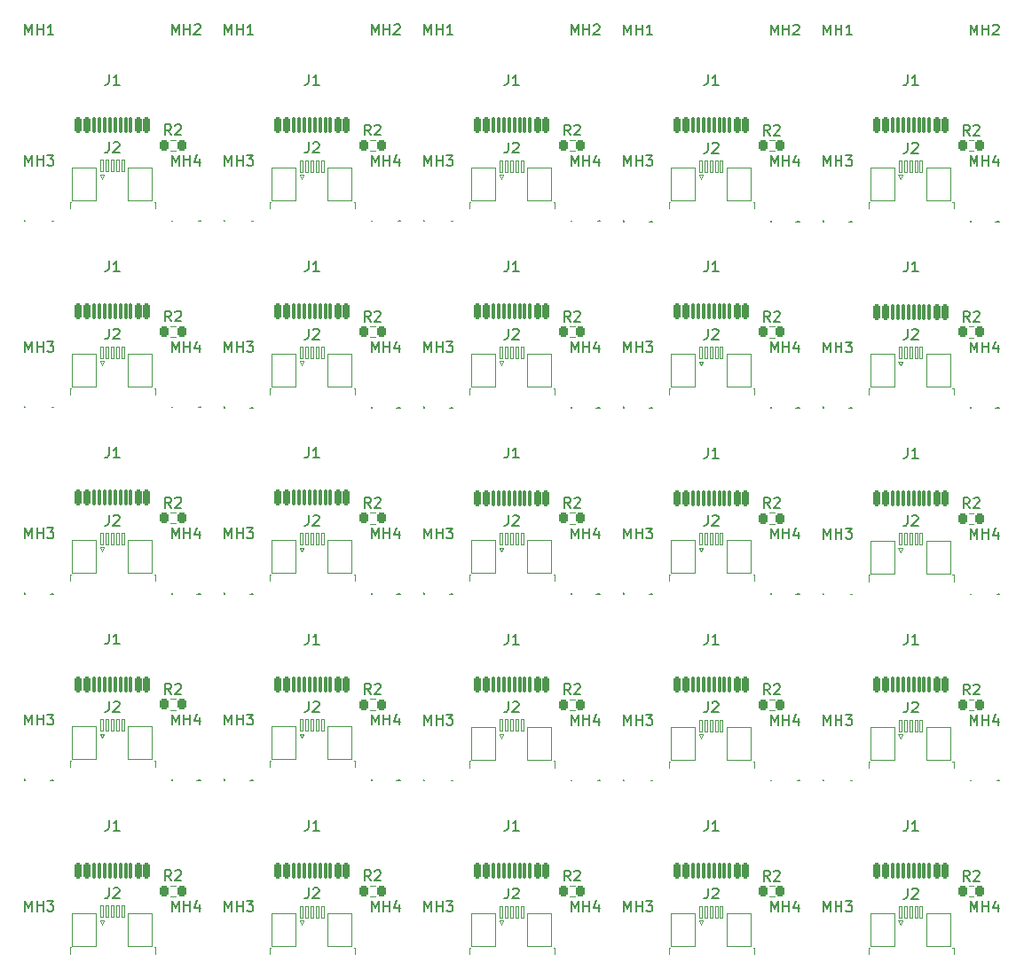
<source format=gto>
G04 #@! TF.GenerationSoftware,KiCad,Pcbnew,8.99.0-2194-gb3b7cbcab2*
G04 #@! TF.CreationDate,2024-09-18T03:52:13+07:00*
G04 #@! TF.ProjectId,Unified-Daughterboard,556e6966-6965-4642-9d44-617567687465,C3*
G04 #@! TF.SameCoordinates,Original*
G04 #@! TF.FileFunction,Legend,Top*
G04 #@! TF.FilePolarity,Positive*
%FSLAX46Y46*%
G04 Gerber Fmt 4.6, Leading zero omitted, Abs format (unit mm)*
G04 Created by KiCad (PCBNEW 8.99.0-2194-gb3b7cbcab2) date 2024-09-18 03:52:13*
%MOMM*%
%LPD*%
G01*
G04 APERTURE LIST*
G04 Aperture macros list*
%AMRoundRect*
0 Rectangle with rounded corners*
0 $1 Rounding radius*
0 $2 $3 $4 $5 $6 $7 $8 $9 X,Y pos of 4 corners*
0 Add a 4 corners polygon primitive as box body*
4,1,4,$2,$3,$4,$5,$6,$7,$8,$9,$2,$3,0*
0 Add four circle primitives for the rounded corners*
1,1,$1+$1,$2,$3*
1,1,$1+$1,$4,$5*
1,1,$1+$1,$6,$7*
1,1,$1+$1,$8,$9*
0 Add four rect primitives between the rounded corners*
20,1,$1+$1,$2,$3,$4,$5,0*
20,1,$1+$1,$4,$5,$6,$7,0*
20,1,$1+$1,$6,$7,$8,$9,0*
20,1,$1+$1,$8,$9,$2,$3,0*%
G04 Aperture macros list end*
%ADD10C,0.150000*%
%ADD11C,0.120000*%
%ADD12C,0.752000*%
%ADD13RoundRect,0.175500X0.175500X0.600500X-0.175500X0.600500X-0.175500X-0.600500X0.175500X-0.600500X0*%
%ADD14RoundRect,0.100500X0.100500X0.675500X-0.100500X0.675500X-0.100500X-0.675500X0.100500X-0.675500X0*%
%ADD15O,1.202000X2.302000*%
%ADD16O,1.402000X2.002000*%
%ADD17C,3.002000*%
%ADD18C,5.102000*%
%ADD19RoundRect,0.051000X-0.150000X-0.550000X0.150000X-0.550000X0.150000X0.550000X-0.150000X0.550000X0*%
%ADD20RoundRect,0.051000X-1.150000X-1.550000X1.150000X-1.550000X1.150000X1.550000X-1.150000X1.550000X0*%
%ADD21RoundRect,0.225500X-0.225500X-0.300500X0.225500X-0.300500X0.225500X0.300500X-0.225500X0.300500X0*%
G04 APERTURE END LIST*
D10*
X91413506Y-93301819D02*
X91413506Y-94016104D01*
X91413506Y-94016104D02*
X91365887Y-94158961D01*
X91365887Y-94158961D02*
X91270649Y-94254200D01*
X91270649Y-94254200D02*
X91127792Y-94301819D01*
X91127792Y-94301819D02*
X91032554Y-94301819D01*
X92413506Y-94301819D02*
X91842078Y-94301819D01*
X92127792Y-94301819D02*
X92127792Y-93301819D01*
X92127792Y-93301819D02*
X92032554Y-93444676D01*
X92032554Y-93444676D02*
X91937316Y-93539914D01*
X91937316Y-93539914D02*
X91842078Y-93587533D01*
X26273997Y-101971819D02*
X26273997Y-100971819D01*
X26273997Y-100971819D02*
X26607330Y-101686104D01*
X26607330Y-101686104D02*
X26940663Y-100971819D01*
X26940663Y-100971819D02*
X26940663Y-101971819D01*
X27416854Y-101971819D02*
X27416854Y-100971819D01*
X27416854Y-101448009D02*
X27988282Y-101448009D01*
X27988282Y-101971819D02*
X27988282Y-100971819D01*
X28369235Y-100971819D02*
X28988282Y-100971819D01*
X28988282Y-100971819D02*
X28654949Y-101352771D01*
X28654949Y-101352771D02*
X28797806Y-101352771D01*
X28797806Y-101352771D02*
X28893044Y-101400390D01*
X28893044Y-101400390D02*
X28940663Y-101448009D01*
X28940663Y-101448009D02*
X28988282Y-101543247D01*
X28988282Y-101543247D02*
X28988282Y-101781342D01*
X28988282Y-101781342D02*
X28940663Y-101876580D01*
X28940663Y-101876580D02*
X28893044Y-101924200D01*
X28893044Y-101924200D02*
X28797806Y-101971819D01*
X28797806Y-101971819D02*
X28512092Y-101971819D01*
X28512092Y-101971819D02*
X28416854Y-101924200D01*
X28416854Y-101924200D02*
X28369235Y-101876580D01*
X91413506Y-99776819D02*
X91413506Y-100491104D01*
X91413506Y-100491104D02*
X91365887Y-100633961D01*
X91365887Y-100633961D02*
X91270649Y-100729200D01*
X91270649Y-100729200D02*
X91127792Y-100776819D01*
X91127792Y-100776819D02*
X91032554Y-100776819D01*
X91842078Y-99872057D02*
X91889697Y-99824438D01*
X91889697Y-99824438D02*
X91984935Y-99776819D01*
X91984935Y-99776819D02*
X92223030Y-99776819D01*
X92223030Y-99776819D02*
X92318268Y-99824438D01*
X92318268Y-99824438D02*
X92365887Y-99872057D01*
X92365887Y-99872057D02*
X92413506Y-99967295D01*
X92413506Y-99967295D02*
X92413506Y-100062533D01*
X92413506Y-100062533D02*
X92365887Y-100205390D01*
X92365887Y-100205390D02*
X91794459Y-100776819D01*
X91794459Y-100776819D02*
X92413506Y-100776819D01*
X97339343Y-99086989D02*
X97006010Y-98610798D01*
X96767915Y-99086989D02*
X96767915Y-98086989D01*
X96767915Y-98086989D02*
X97148867Y-98086989D01*
X97148867Y-98086989D02*
X97244105Y-98134608D01*
X97244105Y-98134608D02*
X97291724Y-98182227D01*
X97291724Y-98182227D02*
X97339343Y-98277465D01*
X97339343Y-98277465D02*
X97339343Y-98420322D01*
X97339343Y-98420322D02*
X97291724Y-98515560D01*
X97291724Y-98515560D02*
X97244105Y-98563179D01*
X97244105Y-98563179D02*
X97148867Y-98610798D01*
X97148867Y-98610798D02*
X96767915Y-98610798D01*
X97720296Y-98182227D02*
X97767915Y-98134608D01*
X97767915Y-98134608D02*
X97863153Y-98086989D01*
X97863153Y-98086989D02*
X98101248Y-98086989D01*
X98101248Y-98086989D02*
X98196486Y-98134608D01*
X98196486Y-98134608D02*
X98244105Y-98182227D01*
X98244105Y-98182227D02*
X98291724Y-98277465D01*
X98291724Y-98277465D02*
X98291724Y-98372703D01*
X98291724Y-98372703D02*
X98244105Y-98515560D01*
X98244105Y-98515560D02*
X97672677Y-99086989D01*
X97672677Y-99086989D02*
X98291724Y-99086989D01*
X40273997Y-101971819D02*
X40273997Y-100971819D01*
X40273997Y-100971819D02*
X40607330Y-101686104D01*
X40607330Y-101686104D02*
X40940663Y-100971819D01*
X40940663Y-100971819D02*
X40940663Y-101971819D01*
X41416854Y-101971819D02*
X41416854Y-100971819D01*
X41416854Y-101448009D02*
X41988282Y-101448009D01*
X41988282Y-101971819D02*
X41988282Y-100971819D01*
X42893044Y-101305152D02*
X42893044Y-101971819D01*
X42654949Y-100924200D02*
X42416854Y-101638485D01*
X42416854Y-101638485D02*
X43035901Y-101638485D01*
X83415507Y-89501819D02*
X83415507Y-88501819D01*
X83415507Y-88501819D02*
X83748840Y-89216104D01*
X83748840Y-89216104D02*
X84082173Y-88501819D01*
X84082173Y-88501819D02*
X84082173Y-89501819D01*
X84558364Y-89501819D02*
X84558364Y-88501819D01*
X84558364Y-88978009D02*
X85129792Y-88978009D01*
X85129792Y-89501819D02*
X85129792Y-88501819D01*
X86129792Y-89501819D02*
X85558364Y-89501819D01*
X85844078Y-89501819D02*
X85844078Y-88501819D01*
X85844078Y-88501819D02*
X85748840Y-88644676D01*
X85748840Y-88644676D02*
X85653602Y-88739914D01*
X85653602Y-88739914D02*
X85558364Y-88787533D01*
X53319166Y-99756819D02*
X53319166Y-100471104D01*
X53319166Y-100471104D02*
X53271547Y-100613961D01*
X53271547Y-100613961D02*
X53176309Y-100709200D01*
X53176309Y-100709200D02*
X53033452Y-100756819D01*
X53033452Y-100756819D02*
X52938214Y-100756819D01*
X53747738Y-99852057D02*
X53795357Y-99804438D01*
X53795357Y-99804438D02*
X53890595Y-99756819D01*
X53890595Y-99756819D02*
X54128690Y-99756819D01*
X54128690Y-99756819D02*
X54223928Y-99804438D01*
X54223928Y-99804438D02*
X54271547Y-99852057D01*
X54271547Y-99852057D02*
X54319166Y-99947295D01*
X54319166Y-99947295D02*
X54319166Y-100042533D01*
X54319166Y-100042533D02*
X54271547Y-100185390D01*
X54271547Y-100185390D02*
X53700119Y-100756819D01*
X53700119Y-100756819D02*
X54319166Y-100756819D01*
X45321167Y-101981819D02*
X45321167Y-100981819D01*
X45321167Y-100981819D02*
X45654500Y-101696104D01*
X45654500Y-101696104D02*
X45987833Y-100981819D01*
X45987833Y-100981819D02*
X45987833Y-101981819D01*
X46464024Y-101981819D02*
X46464024Y-100981819D01*
X46464024Y-101458009D02*
X47035452Y-101458009D01*
X47035452Y-101981819D02*
X47035452Y-100981819D01*
X47416405Y-100981819D02*
X48035452Y-100981819D01*
X48035452Y-100981819D02*
X47702119Y-101362771D01*
X47702119Y-101362771D02*
X47844976Y-101362771D01*
X47844976Y-101362771D02*
X47940214Y-101410390D01*
X47940214Y-101410390D02*
X47987833Y-101458009D01*
X47987833Y-101458009D02*
X48035452Y-101553247D01*
X48035452Y-101553247D02*
X48035452Y-101791342D01*
X48035452Y-101791342D02*
X47987833Y-101886580D01*
X47987833Y-101886580D02*
X47940214Y-101934200D01*
X47940214Y-101934200D02*
X47844976Y-101981819D01*
X47844976Y-101981819D02*
X47559262Y-101981819D01*
X47559262Y-101981819D02*
X47464024Y-101934200D01*
X47464024Y-101934200D02*
X47416405Y-101886580D01*
X53319166Y-93281819D02*
X53319166Y-93996104D01*
X53319166Y-93996104D02*
X53271547Y-94138961D01*
X53271547Y-94138961D02*
X53176309Y-94234200D01*
X53176309Y-94234200D02*
X53033452Y-94281819D01*
X53033452Y-94281819D02*
X52938214Y-94281819D01*
X54319166Y-94281819D02*
X53747738Y-94281819D01*
X54033452Y-94281819D02*
X54033452Y-93281819D01*
X54033452Y-93281819D02*
X53938214Y-93424676D01*
X53938214Y-93424676D02*
X53842976Y-93519914D01*
X53842976Y-93519914D02*
X53747738Y-93567533D01*
X72366336Y-93291819D02*
X72366336Y-94006104D01*
X72366336Y-94006104D02*
X72318717Y-94148961D01*
X72318717Y-94148961D02*
X72223479Y-94244200D01*
X72223479Y-94244200D02*
X72080622Y-94291819D01*
X72080622Y-94291819D02*
X71985384Y-94291819D01*
X73366336Y-94291819D02*
X72794908Y-94291819D01*
X73080622Y-94291819D02*
X73080622Y-93291819D01*
X73080622Y-93291819D02*
X72985384Y-93434676D01*
X72985384Y-93434676D02*
X72890146Y-93529914D01*
X72890146Y-93529914D02*
X72794908Y-93577533D01*
X64368337Y-89491819D02*
X64368337Y-88491819D01*
X64368337Y-88491819D02*
X64701670Y-89206104D01*
X64701670Y-89206104D02*
X65035003Y-88491819D01*
X65035003Y-88491819D02*
X65035003Y-89491819D01*
X65511194Y-89491819D02*
X65511194Y-88491819D01*
X65511194Y-88968009D02*
X66082622Y-88968009D01*
X66082622Y-89491819D02*
X66082622Y-88491819D01*
X67082622Y-89491819D02*
X66511194Y-89491819D01*
X66796908Y-89491819D02*
X66796908Y-88491819D01*
X66796908Y-88491819D02*
X66701670Y-88634676D01*
X66701670Y-88634676D02*
X66606432Y-88729914D01*
X66606432Y-88729914D02*
X66511194Y-88777533D01*
X45321167Y-89481819D02*
X45321167Y-88481819D01*
X45321167Y-88481819D02*
X45654500Y-89196104D01*
X45654500Y-89196104D02*
X45987833Y-88481819D01*
X45987833Y-88481819D02*
X45987833Y-89481819D01*
X46464024Y-89481819D02*
X46464024Y-88481819D01*
X46464024Y-88958009D02*
X47035452Y-88958009D01*
X47035452Y-89481819D02*
X47035452Y-88481819D01*
X48035452Y-89481819D02*
X47464024Y-89481819D01*
X47749738Y-89481819D02*
X47749738Y-88481819D01*
X47749738Y-88481819D02*
X47654500Y-88624676D01*
X47654500Y-88624676D02*
X47559262Y-88719914D01*
X47559262Y-88719914D02*
X47464024Y-88767533D01*
X59245003Y-99066989D02*
X58911670Y-98590798D01*
X58673575Y-99066989D02*
X58673575Y-98066989D01*
X58673575Y-98066989D02*
X59054527Y-98066989D01*
X59054527Y-98066989D02*
X59149765Y-98114608D01*
X59149765Y-98114608D02*
X59197384Y-98162227D01*
X59197384Y-98162227D02*
X59245003Y-98257465D01*
X59245003Y-98257465D02*
X59245003Y-98400322D01*
X59245003Y-98400322D02*
X59197384Y-98495560D01*
X59197384Y-98495560D02*
X59149765Y-98543179D01*
X59149765Y-98543179D02*
X59054527Y-98590798D01*
X59054527Y-98590798D02*
X58673575Y-98590798D01*
X59625956Y-98162227D02*
X59673575Y-98114608D01*
X59673575Y-98114608D02*
X59768813Y-98066989D01*
X59768813Y-98066989D02*
X60006908Y-98066989D01*
X60006908Y-98066989D02*
X60102146Y-98114608D01*
X60102146Y-98114608D02*
X60149765Y-98162227D01*
X60149765Y-98162227D02*
X60197384Y-98257465D01*
X60197384Y-98257465D02*
X60197384Y-98352703D01*
X60197384Y-98352703D02*
X60149765Y-98495560D01*
X60149765Y-98495560D02*
X59578337Y-99066989D01*
X59578337Y-99066989D02*
X60197384Y-99066989D01*
X59321167Y-101981819D02*
X59321167Y-100981819D01*
X59321167Y-100981819D02*
X59654500Y-101696104D01*
X59654500Y-101696104D02*
X59987833Y-100981819D01*
X59987833Y-100981819D02*
X59987833Y-101981819D01*
X60464024Y-101981819D02*
X60464024Y-100981819D01*
X60464024Y-101458009D02*
X61035452Y-101458009D01*
X61035452Y-101981819D02*
X61035452Y-100981819D01*
X61940214Y-101315152D02*
X61940214Y-101981819D01*
X61702119Y-100934200D02*
X61464024Y-101648485D01*
X61464024Y-101648485D02*
X62083071Y-101648485D01*
X78292173Y-99076989D02*
X77958840Y-98600798D01*
X77720745Y-99076989D02*
X77720745Y-98076989D01*
X77720745Y-98076989D02*
X78101697Y-98076989D01*
X78101697Y-98076989D02*
X78196935Y-98124608D01*
X78196935Y-98124608D02*
X78244554Y-98172227D01*
X78244554Y-98172227D02*
X78292173Y-98267465D01*
X78292173Y-98267465D02*
X78292173Y-98410322D01*
X78292173Y-98410322D02*
X78244554Y-98505560D01*
X78244554Y-98505560D02*
X78196935Y-98553179D01*
X78196935Y-98553179D02*
X78101697Y-98600798D01*
X78101697Y-98600798D02*
X77720745Y-98600798D01*
X78673126Y-98172227D02*
X78720745Y-98124608D01*
X78720745Y-98124608D02*
X78815983Y-98076989D01*
X78815983Y-98076989D02*
X79054078Y-98076989D01*
X79054078Y-98076989D02*
X79149316Y-98124608D01*
X79149316Y-98124608D02*
X79196935Y-98172227D01*
X79196935Y-98172227D02*
X79244554Y-98267465D01*
X79244554Y-98267465D02*
X79244554Y-98362703D01*
X79244554Y-98362703D02*
X79196935Y-98505560D01*
X79196935Y-98505560D02*
X78625507Y-99076989D01*
X78625507Y-99076989D02*
X79244554Y-99076989D01*
X72366336Y-99766819D02*
X72366336Y-100481104D01*
X72366336Y-100481104D02*
X72318717Y-100623961D01*
X72318717Y-100623961D02*
X72223479Y-100719200D01*
X72223479Y-100719200D02*
X72080622Y-100766819D01*
X72080622Y-100766819D02*
X71985384Y-100766819D01*
X72794908Y-99862057D02*
X72842527Y-99814438D01*
X72842527Y-99814438D02*
X72937765Y-99766819D01*
X72937765Y-99766819D02*
X73175860Y-99766819D01*
X73175860Y-99766819D02*
X73271098Y-99814438D01*
X73271098Y-99814438D02*
X73318717Y-99862057D01*
X73318717Y-99862057D02*
X73366336Y-99957295D01*
X73366336Y-99957295D02*
X73366336Y-100052533D01*
X73366336Y-100052533D02*
X73318717Y-100195390D01*
X73318717Y-100195390D02*
X72747289Y-100766819D01*
X72747289Y-100766819D02*
X73366336Y-100766819D01*
X26273997Y-89471819D02*
X26273997Y-88471819D01*
X26273997Y-88471819D02*
X26607330Y-89186104D01*
X26607330Y-89186104D02*
X26940663Y-88471819D01*
X26940663Y-88471819D02*
X26940663Y-89471819D01*
X27416854Y-89471819D02*
X27416854Y-88471819D01*
X27416854Y-88948009D02*
X27988282Y-88948009D01*
X27988282Y-89471819D02*
X27988282Y-88471819D01*
X28988282Y-89471819D02*
X28416854Y-89471819D01*
X28702568Y-89471819D02*
X28702568Y-88471819D01*
X28702568Y-88471819D02*
X28607330Y-88614676D01*
X28607330Y-88614676D02*
X28512092Y-88709914D01*
X28512092Y-88709914D02*
X28416854Y-88757533D01*
X34271996Y-93271819D02*
X34271996Y-93986104D01*
X34271996Y-93986104D02*
X34224377Y-94128961D01*
X34224377Y-94128961D02*
X34129139Y-94224200D01*
X34129139Y-94224200D02*
X33986282Y-94271819D01*
X33986282Y-94271819D02*
X33891044Y-94271819D01*
X35271996Y-94271819D02*
X34700568Y-94271819D01*
X34986282Y-94271819D02*
X34986282Y-93271819D01*
X34986282Y-93271819D02*
X34891044Y-93414676D01*
X34891044Y-93414676D02*
X34795806Y-93509914D01*
X34795806Y-93509914D02*
X34700568Y-93557533D01*
X78368337Y-89491819D02*
X78368337Y-88491819D01*
X78368337Y-88491819D02*
X78701670Y-89206104D01*
X78701670Y-89206104D02*
X79035003Y-88491819D01*
X79035003Y-88491819D02*
X79035003Y-89491819D01*
X79511194Y-89491819D02*
X79511194Y-88491819D01*
X79511194Y-88968009D02*
X80082622Y-88968009D01*
X80082622Y-89491819D02*
X80082622Y-88491819D01*
X80511194Y-88587057D02*
X80558813Y-88539438D01*
X80558813Y-88539438D02*
X80654051Y-88491819D01*
X80654051Y-88491819D02*
X80892146Y-88491819D01*
X80892146Y-88491819D02*
X80987384Y-88539438D01*
X80987384Y-88539438D02*
X81035003Y-88587057D01*
X81035003Y-88587057D02*
X81082622Y-88682295D01*
X81082622Y-88682295D02*
X81082622Y-88777533D01*
X81082622Y-88777533D02*
X81035003Y-88920390D01*
X81035003Y-88920390D02*
X80463575Y-89491819D01*
X80463575Y-89491819D02*
X81082622Y-89491819D01*
X59321167Y-89481819D02*
X59321167Y-88481819D01*
X59321167Y-88481819D02*
X59654500Y-89196104D01*
X59654500Y-89196104D02*
X59987833Y-88481819D01*
X59987833Y-88481819D02*
X59987833Y-89481819D01*
X60464024Y-89481819D02*
X60464024Y-88481819D01*
X60464024Y-88958009D02*
X61035452Y-88958009D01*
X61035452Y-89481819D02*
X61035452Y-88481819D01*
X61464024Y-88577057D02*
X61511643Y-88529438D01*
X61511643Y-88529438D02*
X61606881Y-88481819D01*
X61606881Y-88481819D02*
X61844976Y-88481819D01*
X61844976Y-88481819D02*
X61940214Y-88529438D01*
X61940214Y-88529438D02*
X61987833Y-88577057D01*
X61987833Y-88577057D02*
X62035452Y-88672295D01*
X62035452Y-88672295D02*
X62035452Y-88767533D01*
X62035452Y-88767533D02*
X61987833Y-88910390D01*
X61987833Y-88910390D02*
X61416405Y-89481819D01*
X61416405Y-89481819D02*
X62035452Y-89481819D01*
X78368337Y-101991819D02*
X78368337Y-100991819D01*
X78368337Y-100991819D02*
X78701670Y-101706104D01*
X78701670Y-101706104D02*
X79035003Y-100991819D01*
X79035003Y-100991819D02*
X79035003Y-101991819D01*
X79511194Y-101991819D02*
X79511194Y-100991819D01*
X79511194Y-101468009D02*
X80082622Y-101468009D01*
X80082622Y-101991819D02*
X80082622Y-100991819D01*
X80987384Y-101325152D02*
X80987384Y-101991819D01*
X80749289Y-100944200D02*
X80511194Y-101658485D01*
X80511194Y-101658485D02*
X81130241Y-101658485D01*
X64368337Y-101991819D02*
X64368337Y-100991819D01*
X64368337Y-100991819D02*
X64701670Y-101706104D01*
X64701670Y-101706104D02*
X65035003Y-100991819D01*
X65035003Y-100991819D02*
X65035003Y-101991819D01*
X65511194Y-101991819D02*
X65511194Y-100991819D01*
X65511194Y-101468009D02*
X66082622Y-101468009D01*
X66082622Y-101991819D02*
X66082622Y-100991819D01*
X66463575Y-100991819D02*
X67082622Y-100991819D01*
X67082622Y-100991819D02*
X66749289Y-101372771D01*
X66749289Y-101372771D02*
X66892146Y-101372771D01*
X66892146Y-101372771D02*
X66987384Y-101420390D01*
X66987384Y-101420390D02*
X67035003Y-101468009D01*
X67035003Y-101468009D02*
X67082622Y-101563247D01*
X67082622Y-101563247D02*
X67082622Y-101801342D01*
X67082622Y-101801342D02*
X67035003Y-101896580D01*
X67035003Y-101896580D02*
X66987384Y-101944200D01*
X66987384Y-101944200D02*
X66892146Y-101991819D01*
X66892146Y-101991819D02*
X66606432Y-101991819D01*
X66606432Y-101991819D02*
X66511194Y-101944200D01*
X66511194Y-101944200D02*
X66463575Y-101896580D01*
X116462677Y-102011819D02*
X116462677Y-101011819D01*
X116462677Y-101011819D02*
X116796010Y-101726104D01*
X116796010Y-101726104D02*
X117129343Y-101011819D01*
X117129343Y-101011819D02*
X117129343Y-102011819D01*
X117605534Y-102011819D02*
X117605534Y-101011819D01*
X117605534Y-101488009D02*
X118176962Y-101488009D01*
X118176962Y-102011819D02*
X118176962Y-101011819D01*
X119081724Y-101345152D02*
X119081724Y-102011819D01*
X118843629Y-100964200D02*
X118605534Y-101678485D01*
X118605534Y-101678485D02*
X119224581Y-101678485D01*
X102462677Y-102011819D02*
X102462677Y-101011819D01*
X102462677Y-101011819D02*
X102796010Y-101726104D01*
X102796010Y-101726104D02*
X103129343Y-101011819D01*
X103129343Y-101011819D02*
X103129343Y-102011819D01*
X103605534Y-102011819D02*
X103605534Y-101011819D01*
X103605534Y-101488009D02*
X104176962Y-101488009D01*
X104176962Y-102011819D02*
X104176962Y-101011819D01*
X104557915Y-101011819D02*
X105176962Y-101011819D01*
X105176962Y-101011819D02*
X104843629Y-101392771D01*
X104843629Y-101392771D02*
X104986486Y-101392771D01*
X104986486Y-101392771D02*
X105081724Y-101440390D01*
X105081724Y-101440390D02*
X105129343Y-101488009D01*
X105129343Y-101488009D02*
X105176962Y-101583247D01*
X105176962Y-101583247D02*
X105176962Y-101821342D01*
X105176962Y-101821342D02*
X105129343Y-101916580D01*
X105129343Y-101916580D02*
X105081724Y-101964200D01*
X105081724Y-101964200D02*
X104986486Y-102011819D01*
X104986486Y-102011819D02*
X104700772Y-102011819D01*
X104700772Y-102011819D02*
X104605534Y-101964200D01*
X104605534Y-101964200D02*
X104557915Y-101916580D01*
X116386513Y-99096989D02*
X116053180Y-98620798D01*
X115815085Y-99096989D02*
X115815085Y-98096989D01*
X115815085Y-98096989D02*
X116196037Y-98096989D01*
X116196037Y-98096989D02*
X116291275Y-98144608D01*
X116291275Y-98144608D02*
X116338894Y-98192227D01*
X116338894Y-98192227D02*
X116386513Y-98287465D01*
X116386513Y-98287465D02*
X116386513Y-98430322D01*
X116386513Y-98430322D02*
X116338894Y-98525560D01*
X116338894Y-98525560D02*
X116291275Y-98573179D01*
X116291275Y-98573179D02*
X116196037Y-98620798D01*
X116196037Y-98620798D02*
X115815085Y-98620798D01*
X116767466Y-98192227D02*
X116815085Y-98144608D01*
X116815085Y-98144608D02*
X116910323Y-98096989D01*
X116910323Y-98096989D02*
X117148418Y-98096989D01*
X117148418Y-98096989D02*
X117243656Y-98144608D01*
X117243656Y-98144608D02*
X117291275Y-98192227D01*
X117291275Y-98192227D02*
X117338894Y-98287465D01*
X117338894Y-98287465D02*
X117338894Y-98382703D01*
X117338894Y-98382703D02*
X117291275Y-98525560D01*
X117291275Y-98525560D02*
X116719847Y-99096989D01*
X116719847Y-99096989D02*
X117338894Y-99096989D01*
X83415507Y-102001819D02*
X83415507Y-101001819D01*
X83415507Y-101001819D02*
X83748840Y-101716104D01*
X83748840Y-101716104D02*
X84082173Y-101001819D01*
X84082173Y-101001819D02*
X84082173Y-102001819D01*
X84558364Y-102001819D02*
X84558364Y-101001819D01*
X84558364Y-101478009D02*
X85129792Y-101478009D01*
X85129792Y-102001819D02*
X85129792Y-101001819D01*
X85510745Y-101001819D02*
X86129792Y-101001819D01*
X86129792Y-101001819D02*
X85796459Y-101382771D01*
X85796459Y-101382771D02*
X85939316Y-101382771D01*
X85939316Y-101382771D02*
X86034554Y-101430390D01*
X86034554Y-101430390D02*
X86082173Y-101478009D01*
X86082173Y-101478009D02*
X86129792Y-101573247D01*
X86129792Y-101573247D02*
X86129792Y-101811342D01*
X86129792Y-101811342D02*
X86082173Y-101906580D01*
X86082173Y-101906580D02*
X86034554Y-101954200D01*
X86034554Y-101954200D02*
X85939316Y-102001819D01*
X85939316Y-102001819D02*
X85653602Y-102001819D01*
X85653602Y-102001819D02*
X85558364Y-101954200D01*
X85558364Y-101954200D02*
X85510745Y-101906580D01*
X110460676Y-93311819D02*
X110460676Y-94026104D01*
X110460676Y-94026104D02*
X110413057Y-94168961D01*
X110413057Y-94168961D02*
X110317819Y-94264200D01*
X110317819Y-94264200D02*
X110174962Y-94311819D01*
X110174962Y-94311819D02*
X110079724Y-94311819D01*
X111460676Y-94311819D02*
X110889248Y-94311819D01*
X111174962Y-94311819D02*
X111174962Y-93311819D01*
X111174962Y-93311819D02*
X111079724Y-93454676D01*
X111079724Y-93454676D02*
X110984486Y-93549914D01*
X110984486Y-93549914D02*
X110889248Y-93597533D01*
X116462677Y-89511819D02*
X116462677Y-88511819D01*
X116462677Y-88511819D02*
X116796010Y-89226104D01*
X116796010Y-89226104D02*
X117129343Y-88511819D01*
X117129343Y-88511819D02*
X117129343Y-89511819D01*
X117605534Y-89511819D02*
X117605534Y-88511819D01*
X117605534Y-88988009D02*
X118176962Y-88988009D01*
X118176962Y-89511819D02*
X118176962Y-88511819D01*
X118605534Y-88607057D02*
X118653153Y-88559438D01*
X118653153Y-88559438D02*
X118748391Y-88511819D01*
X118748391Y-88511819D02*
X118986486Y-88511819D01*
X118986486Y-88511819D02*
X119081724Y-88559438D01*
X119081724Y-88559438D02*
X119129343Y-88607057D01*
X119129343Y-88607057D02*
X119176962Y-88702295D01*
X119176962Y-88702295D02*
X119176962Y-88797533D01*
X119176962Y-88797533D02*
X119129343Y-88940390D01*
X119129343Y-88940390D02*
X118557915Y-89511819D01*
X118557915Y-89511819D02*
X119176962Y-89511819D01*
X102462677Y-89511819D02*
X102462677Y-88511819D01*
X102462677Y-88511819D02*
X102796010Y-89226104D01*
X102796010Y-89226104D02*
X103129343Y-88511819D01*
X103129343Y-88511819D02*
X103129343Y-89511819D01*
X103605534Y-89511819D02*
X103605534Y-88511819D01*
X103605534Y-88988009D02*
X104176962Y-88988009D01*
X104176962Y-89511819D02*
X104176962Y-88511819D01*
X105176962Y-89511819D02*
X104605534Y-89511819D01*
X104891248Y-89511819D02*
X104891248Y-88511819D01*
X104891248Y-88511819D02*
X104796010Y-88654676D01*
X104796010Y-88654676D02*
X104700772Y-88749914D01*
X104700772Y-88749914D02*
X104605534Y-88797533D01*
X110460676Y-99786819D02*
X110460676Y-100501104D01*
X110460676Y-100501104D02*
X110413057Y-100643961D01*
X110413057Y-100643961D02*
X110317819Y-100739200D01*
X110317819Y-100739200D02*
X110174962Y-100786819D01*
X110174962Y-100786819D02*
X110079724Y-100786819D01*
X110889248Y-99882057D02*
X110936867Y-99834438D01*
X110936867Y-99834438D02*
X111032105Y-99786819D01*
X111032105Y-99786819D02*
X111270200Y-99786819D01*
X111270200Y-99786819D02*
X111365438Y-99834438D01*
X111365438Y-99834438D02*
X111413057Y-99882057D01*
X111413057Y-99882057D02*
X111460676Y-99977295D01*
X111460676Y-99977295D02*
X111460676Y-100072533D01*
X111460676Y-100072533D02*
X111413057Y-100215390D01*
X111413057Y-100215390D02*
X110841629Y-100786819D01*
X110841629Y-100786819D02*
X111460676Y-100786819D01*
X97415507Y-89501819D02*
X97415507Y-88501819D01*
X97415507Y-88501819D02*
X97748840Y-89216104D01*
X97748840Y-89216104D02*
X98082173Y-88501819D01*
X98082173Y-88501819D02*
X98082173Y-89501819D01*
X98558364Y-89501819D02*
X98558364Y-88501819D01*
X98558364Y-88978009D02*
X99129792Y-88978009D01*
X99129792Y-89501819D02*
X99129792Y-88501819D01*
X99558364Y-88597057D02*
X99605983Y-88549438D01*
X99605983Y-88549438D02*
X99701221Y-88501819D01*
X99701221Y-88501819D02*
X99939316Y-88501819D01*
X99939316Y-88501819D02*
X100034554Y-88549438D01*
X100034554Y-88549438D02*
X100082173Y-88597057D01*
X100082173Y-88597057D02*
X100129792Y-88692295D01*
X100129792Y-88692295D02*
X100129792Y-88787533D01*
X100129792Y-88787533D02*
X100082173Y-88930390D01*
X100082173Y-88930390D02*
X99510745Y-89501819D01*
X99510745Y-89501819D02*
X100129792Y-89501819D01*
X97415507Y-102001819D02*
X97415507Y-101001819D01*
X97415507Y-101001819D02*
X97748840Y-101716104D01*
X97748840Y-101716104D02*
X98082173Y-101001819D01*
X98082173Y-101001819D02*
X98082173Y-102001819D01*
X98558364Y-102001819D02*
X98558364Y-101001819D01*
X98558364Y-101478009D02*
X99129792Y-101478009D01*
X99129792Y-102001819D02*
X99129792Y-101001819D01*
X100034554Y-101335152D02*
X100034554Y-102001819D01*
X99796459Y-100954200D02*
X99558364Y-101668485D01*
X99558364Y-101668485D02*
X100177411Y-101668485D01*
X40273997Y-89471819D02*
X40273997Y-88471819D01*
X40273997Y-88471819D02*
X40607330Y-89186104D01*
X40607330Y-89186104D02*
X40940663Y-88471819D01*
X40940663Y-88471819D02*
X40940663Y-89471819D01*
X41416854Y-89471819D02*
X41416854Y-88471819D01*
X41416854Y-88948009D02*
X41988282Y-88948009D01*
X41988282Y-89471819D02*
X41988282Y-88471819D01*
X42416854Y-88567057D02*
X42464473Y-88519438D01*
X42464473Y-88519438D02*
X42559711Y-88471819D01*
X42559711Y-88471819D02*
X42797806Y-88471819D01*
X42797806Y-88471819D02*
X42893044Y-88519438D01*
X42893044Y-88519438D02*
X42940663Y-88567057D01*
X42940663Y-88567057D02*
X42988282Y-88662295D01*
X42988282Y-88662295D02*
X42988282Y-88757533D01*
X42988282Y-88757533D02*
X42940663Y-88900390D01*
X42940663Y-88900390D02*
X42369235Y-89471819D01*
X42369235Y-89471819D02*
X42988282Y-89471819D01*
X40197833Y-99056989D02*
X39864500Y-98580798D01*
X39626405Y-99056989D02*
X39626405Y-98056989D01*
X39626405Y-98056989D02*
X40007357Y-98056989D01*
X40007357Y-98056989D02*
X40102595Y-98104608D01*
X40102595Y-98104608D02*
X40150214Y-98152227D01*
X40150214Y-98152227D02*
X40197833Y-98247465D01*
X40197833Y-98247465D02*
X40197833Y-98390322D01*
X40197833Y-98390322D02*
X40150214Y-98485560D01*
X40150214Y-98485560D02*
X40102595Y-98533179D01*
X40102595Y-98533179D02*
X40007357Y-98580798D01*
X40007357Y-98580798D02*
X39626405Y-98580798D01*
X40578786Y-98152227D02*
X40626405Y-98104608D01*
X40626405Y-98104608D02*
X40721643Y-98056989D01*
X40721643Y-98056989D02*
X40959738Y-98056989D01*
X40959738Y-98056989D02*
X41054976Y-98104608D01*
X41054976Y-98104608D02*
X41102595Y-98152227D01*
X41102595Y-98152227D02*
X41150214Y-98247465D01*
X41150214Y-98247465D02*
X41150214Y-98342703D01*
X41150214Y-98342703D02*
X41102595Y-98485560D01*
X41102595Y-98485560D02*
X40531167Y-99056989D01*
X40531167Y-99056989D02*
X41150214Y-99056989D01*
X34271996Y-99746819D02*
X34271996Y-100461104D01*
X34271996Y-100461104D02*
X34224377Y-100603961D01*
X34224377Y-100603961D02*
X34129139Y-100699200D01*
X34129139Y-100699200D02*
X33986282Y-100746819D01*
X33986282Y-100746819D02*
X33891044Y-100746819D01*
X34700568Y-99842057D02*
X34748187Y-99794438D01*
X34748187Y-99794438D02*
X34843425Y-99746819D01*
X34843425Y-99746819D02*
X35081520Y-99746819D01*
X35081520Y-99746819D02*
X35176758Y-99794438D01*
X35176758Y-99794438D02*
X35224377Y-99842057D01*
X35224377Y-99842057D02*
X35271996Y-99937295D01*
X35271996Y-99937295D02*
X35271996Y-100032533D01*
X35271996Y-100032533D02*
X35224377Y-100175390D01*
X35224377Y-100175390D02*
X34652949Y-100746819D01*
X34652949Y-100746819D02*
X35271996Y-100746819D01*
X91413506Y-75501819D02*
X91413506Y-76216104D01*
X91413506Y-76216104D02*
X91365887Y-76358961D01*
X91365887Y-76358961D02*
X91270649Y-76454200D01*
X91270649Y-76454200D02*
X91127792Y-76501819D01*
X91127792Y-76501819D02*
X91032554Y-76501819D01*
X92413506Y-76501819D02*
X91842078Y-76501819D01*
X92127792Y-76501819D02*
X92127792Y-75501819D01*
X92127792Y-75501819D02*
X92032554Y-75644676D01*
X92032554Y-75644676D02*
X91937316Y-75739914D01*
X91937316Y-75739914D02*
X91842078Y-75787533D01*
X26273997Y-84171819D02*
X26273997Y-83171819D01*
X26273997Y-83171819D02*
X26607330Y-83886104D01*
X26607330Y-83886104D02*
X26940663Y-83171819D01*
X26940663Y-83171819D02*
X26940663Y-84171819D01*
X27416854Y-84171819D02*
X27416854Y-83171819D01*
X27416854Y-83648009D02*
X27988282Y-83648009D01*
X27988282Y-84171819D02*
X27988282Y-83171819D01*
X28369235Y-83171819D02*
X28988282Y-83171819D01*
X28988282Y-83171819D02*
X28654949Y-83552771D01*
X28654949Y-83552771D02*
X28797806Y-83552771D01*
X28797806Y-83552771D02*
X28893044Y-83600390D01*
X28893044Y-83600390D02*
X28940663Y-83648009D01*
X28940663Y-83648009D02*
X28988282Y-83743247D01*
X28988282Y-83743247D02*
X28988282Y-83981342D01*
X28988282Y-83981342D02*
X28940663Y-84076580D01*
X28940663Y-84076580D02*
X28893044Y-84124200D01*
X28893044Y-84124200D02*
X28797806Y-84171819D01*
X28797806Y-84171819D02*
X28512092Y-84171819D01*
X28512092Y-84171819D02*
X28416854Y-84124200D01*
X28416854Y-84124200D02*
X28369235Y-84076580D01*
X91413506Y-81976819D02*
X91413506Y-82691104D01*
X91413506Y-82691104D02*
X91365887Y-82833961D01*
X91365887Y-82833961D02*
X91270649Y-82929200D01*
X91270649Y-82929200D02*
X91127792Y-82976819D01*
X91127792Y-82976819D02*
X91032554Y-82976819D01*
X91842078Y-82072057D02*
X91889697Y-82024438D01*
X91889697Y-82024438D02*
X91984935Y-81976819D01*
X91984935Y-81976819D02*
X92223030Y-81976819D01*
X92223030Y-81976819D02*
X92318268Y-82024438D01*
X92318268Y-82024438D02*
X92365887Y-82072057D01*
X92365887Y-82072057D02*
X92413506Y-82167295D01*
X92413506Y-82167295D02*
X92413506Y-82262533D01*
X92413506Y-82262533D02*
X92365887Y-82405390D01*
X92365887Y-82405390D02*
X91794459Y-82976819D01*
X91794459Y-82976819D02*
X92413506Y-82976819D01*
X97339343Y-81286989D02*
X97006010Y-80810798D01*
X96767915Y-81286989D02*
X96767915Y-80286989D01*
X96767915Y-80286989D02*
X97148867Y-80286989D01*
X97148867Y-80286989D02*
X97244105Y-80334608D01*
X97244105Y-80334608D02*
X97291724Y-80382227D01*
X97291724Y-80382227D02*
X97339343Y-80477465D01*
X97339343Y-80477465D02*
X97339343Y-80620322D01*
X97339343Y-80620322D02*
X97291724Y-80715560D01*
X97291724Y-80715560D02*
X97244105Y-80763179D01*
X97244105Y-80763179D02*
X97148867Y-80810798D01*
X97148867Y-80810798D02*
X96767915Y-80810798D01*
X97720296Y-80382227D02*
X97767915Y-80334608D01*
X97767915Y-80334608D02*
X97863153Y-80286989D01*
X97863153Y-80286989D02*
X98101248Y-80286989D01*
X98101248Y-80286989D02*
X98196486Y-80334608D01*
X98196486Y-80334608D02*
X98244105Y-80382227D01*
X98244105Y-80382227D02*
X98291724Y-80477465D01*
X98291724Y-80477465D02*
X98291724Y-80572703D01*
X98291724Y-80572703D02*
X98244105Y-80715560D01*
X98244105Y-80715560D02*
X97672677Y-81286989D01*
X97672677Y-81286989D02*
X98291724Y-81286989D01*
X40273997Y-84171819D02*
X40273997Y-83171819D01*
X40273997Y-83171819D02*
X40607330Y-83886104D01*
X40607330Y-83886104D02*
X40940663Y-83171819D01*
X40940663Y-83171819D02*
X40940663Y-84171819D01*
X41416854Y-84171819D02*
X41416854Y-83171819D01*
X41416854Y-83648009D02*
X41988282Y-83648009D01*
X41988282Y-84171819D02*
X41988282Y-83171819D01*
X42893044Y-83505152D02*
X42893044Y-84171819D01*
X42654949Y-83124200D02*
X42416854Y-83838485D01*
X42416854Y-83838485D02*
X43035901Y-83838485D01*
X83415507Y-71701819D02*
X83415507Y-70701819D01*
X83415507Y-70701819D02*
X83748840Y-71416104D01*
X83748840Y-71416104D02*
X84082173Y-70701819D01*
X84082173Y-70701819D02*
X84082173Y-71701819D01*
X84558364Y-71701819D02*
X84558364Y-70701819D01*
X84558364Y-71178009D02*
X85129792Y-71178009D01*
X85129792Y-71701819D02*
X85129792Y-70701819D01*
X86129792Y-71701819D02*
X85558364Y-71701819D01*
X85844078Y-71701819D02*
X85844078Y-70701819D01*
X85844078Y-70701819D02*
X85748840Y-70844676D01*
X85748840Y-70844676D02*
X85653602Y-70939914D01*
X85653602Y-70939914D02*
X85558364Y-70987533D01*
X53319166Y-81956819D02*
X53319166Y-82671104D01*
X53319166Y-82671104D02*
X53271547Y-82813961D01*
X53271547Y-82813961D02*
X53176309Y-82909200D01*
X53176309Y-82909200D02*
X53033452Y-82956819D01*
X53033452Y-82956819D02*
X52938214Y-82956819D01*
X53747738Y-82052057D02*
X53795357Y-82004438D01*
X53795357Y-82004438D02*
X53890595Y-81956819D01*
X53890595Y-81956819D02*
X54128690Y-81956819D01*
X54128690Y-81956819D02*
X54223928Y-82004438D01*
X54223928Y-82004438D02*
X54271547Y-82052057D01*
X54271547Y-82052057D02*
X54319166Y-82147295D01*
X54319166Y-82147295D02*
X54319166Y-82242533D01*
X54319166Y-82242533D02*
X54271547Y-82385390D01*
X54271547Y-82385390D02*
X53700119Y-82956819D01*
X53700119Y-82956819D02*
X54319166Y-82956819D01*
X45321167Y-84181819D02*
X45321167Y-83181819D01*
X45321167Y-83181819D02*
X45654500Y-83896104D01*
X45654500Y-83896104D02*
X45987833Y-83181819D01*
X45987833Y-83181819D02*
X45987833Y-84181819D01*
X46464024Y-84181819D02*
X46464024Y-83181819D01*
X46464024Y-83658009D02*
X47035452Y-83658009D01*
X47035452Y-84181819D02*
X47035452Y-83181819D01*
X47416405Y-83181819D02*
X48035452Y-83181819D01*
X48035452Y-83181819D02*
X47702119Y-83562771D01*
X47702119Y-83562771D02*
X47844976Y-83562771D01*
X47844976Y-83562771D02*
X47940214Y-83610390D01*
X47940214Y-83610390D02*
X47987833Y-83658009D01*
X47987833Y-83658009D02*
X48035452Y-83753247D01*
X48035452Y-83753247D02*
X48035452Y-83991342D01*
X48035452Y-83991342D02*
X47987833Y-84086580D01*
X47987833Y-84086580D02*
X47940214Y-84134200D01*
X47940214Y-84134200D02*
X47844976Y-84181819D01*
X47844976Y-84181819D02*
X47559262Y-84181819D01*
X47559262Y-84181819D02*
X47464024Y-84134200D01*
X47464024Y-84134200D02*
X47416405Y-84086580D01*
X53319166Y-75481819D02*
X53319166Y-76196104D01*
X53319166Y-76196104D02*
X53271547Y-76338961D01*
X53271547Y-76338961D02*
X53176309Y-76434200D01*
X53176309Y-76434200D02*
X53033452Y-76481819D01*
X53033452Y-76481819D02*
X52938214Y-76481819D01*
X54319166Y-76481819D02*
X53747738Y-76481819D01*
X54033452Y-76481819D02*
X54033452Y-75481819D01*
X54033452Y-75481819D02*
X53938214Y-75624676D01*
X53938214Y-75624676D02*
X53842976Y-75719914D01*
X53842976Y-75719914D02*
X53747738Y-75767533D01*
X72366336Y-75491819D02*
X72366336Y-76206104D01*
X72366336Y-76206104D02*
X72318717Y-76348961D01*
X72318717Y-76348961D02*
X72223479Y-76444200D01*
X72223479Y-76444200D02*
X72080622Y-76491819D01*
X72080622Y-76491819D02*
X71985384Y-76491819D01*
X73366336Y-76491819D02*
X72794908Y-76491819D01*
X73080622Y-76491819D02*
X73080622Y-75491819D01*
X73080622Y-75491819D02*
X72985384Y-75634676D01*
X72985384Y-75634676D02*
X72890146Y-75729914D01*
X72890146Y-75729914D02*
X72794908Y-75777533D01*
X64368337Y-71691819D02*
X64368337Y-70691819D01*
X64368337Y-70691819D02*
X64701670Y-71406104D01*
X64701670Y-71406104D02*
X65035003Y-70691819D01*
X65035003Y-70691819D02*
X65035003Y-71691819D01*
X65511194Y-71691819D02*
X65511194Y-70691819D01*
X65511194Y-71168009D02*
X66082622Y-71168009D01*
X66082622Y-71691819D02*
X66082622Y-70691819D01*
X67082622Y-71691819D02*
X66511194Y-71691819D01*
X66796908Y-71691819D02*
X66796908Y-70691819D01*
X66796908Y-70691819D02*
X66701670Y-70834676D01*
X66701670Y-70834676D02*
X66606432Y-70929914D01*
X66606432Y-70929914D02*
X66511194Y-70977533D01*
X45321167Y-71681819D02*
X45321167Y-70681819D01*
X45321167Y-70681819D02*
X45654500Y-71396104D01*
X45654500Y-71396104D02*
X45987833Y-70681819D01*
X45987833Y-70681819D02*
X45987833Y-71681819D01*
X46464024Y-71681819D02*
X46464024Y-70681819D01*
X46464024Y-71158009D02*
X47035452Y-71158009D01*
X47035452Y-71681819D02*
X47035452Y-70681819D01*
X48035452Y-71681819D02*
X47464024Y-71681819D01*
X47749738Y-71681819D02*
X47749738Y-70681819D01*
X47749738Y-70681819D02*
X47654500Y-70824676D01*
X47654500Y-70824676D02*
X47559262Y-70919914D01*
X47559262Y-70919914D02*
X47464024Y-70967533D01*
X59245003Y-81266989D02*
X58911670Y-80790798D01*
X58673575Y-81266989D02*
X58673575Y-80266989D01*
X58673575Y-80266989D02*
X59054527Y-80266989D01*
X59054527Y-80266989D02*
X59149765Y-80314608D01*
X59149765Y-80314608D02*
X59197384Y-80362227D01*
X59197384Y-80362227D02*
X59245003Y-80457465D01*
X59245003Y-80457465D02*
X59245003Y-80600322D01*
X59245003Y-80600322D02*
X59197384Y-80695560D01*
X59197384Y-80695560D02*
X59149765Y-80743179D01*
X59149765Y-80743179D02*
X59054527Y-80790798D01*
X59054527Y-80790798D02*
X58673575Y-80790798D01*
X59625956Y-80362227D02*
X59673575Y-80314608D01*
X59673575Y-80314608D02*
X59768813Y-80266989D01*
X59768813Y-80266989D02*
X60006908Y-80266989D01*
X60006908Y-80266989D02*
X60102146Y-80314608D01*
X60102146Y-80314608D02*
X60149765Y-80362227D01*
X60149765Y-80362227D02*
X60197384Y-80457465D01*
X60197384Y-80457465D02*
X60197384Y-80552703D01*
X60197384Y-80552703D02*
X60149765Y-80695560D01*
X60149765Y-80695560D02*
X59578337Y-81266989D01*
X59578337Y-81266989D02*
X60197384Y-81266989D01*
X59321167Y-84181819D02*
X59321167Y-83181819D01*
X59321167Y-83181819D02*
X59654500Y-83896104D01*
X59654500Y-83896104D02*
X59987833Y-83181819D01*
X59987833Y-83181819D02*
X59987833Y-84181819D01*
X60464024Y-84181819D02*
X60464024Y-83181819D01*
X60464024Y-83658009D02*
X61035452Y-83658009D01*
X61035452Y-84181819D02*
X61035452Y-83181819D01*
X61940214Y-83515152D02*
X61940214Y-84181819D01*
X61702119Y-83134200D02*
X61464024Y-83848485D01*
X61464024Y-83848485D02*
X62083071Y-83848485D01*
X78292173Y-81276989D02*
X77958840Y-80800798D01*
X77720745Y-81276989D02*
X77720745Y-80276989D01*
X77720745Y-80276989D02*
X78101697Y-80276989D01*
X78101697Y-80276989D02*
X78196935Y-80324608D01*
X78196935Y-80324608D02*
X78244554Y-80372227D01*
X78244554Y-80372227D02*
X78292173Y-80467465D01*
X78292173Y-80467465D02*
X78292173Y-80610322D01*
X78292173Y-80610322D02*
X78244554Y-80705560D01*
X78244554Y-80705560D02*
X78196935Y-80753179D01*
X78196935Y-80753179D02*
X78101697Y-80800798D01*
X78101697Y-80800798D02*
X77720745Y-80800798D01*
X78673126Y-80372227D02*
X78720745Y-80324608D01*
X78720745Y-80324608D02*
X78815983Y-80276989D01*
X78815983Y-80276989D02*
X79054078Y-80276989D01*
X79054078Y-80276989D02*
X79149316Y-80324608D01*
X79149316Y-80324608D02*
X79196935Y-80372227D01*
X79196935Y-80372227D02*
X79244554Y-80467465D01*
X79244554Y-80467465D02*
X79244554Y-80562703D01*
X79244554Y-80562703D02*
X79196935Y-80705560D01*
X79196935Y-80705560D02*
X78625507Y-81276989D01*
X78625507Y-81276989D02*
X79244554Y-81276989D01*
X72366336Y-81966819D02*
X72366336Y-82681104D01*
X72366336Y-82681104D02*
X72318717Y-82823961D01*
X72318717Y-82823961D02*
X72223479Y-82919200D01*
X72223479Y-82919200D02*
X72080622Y-82966819D01*
X72080622Y-82966819D02*
X71985384Y-82966819D01*
X72794908Y-82062057D02*
X72842527Y-82014438D01*
X72842527Y-82014438D02*
X72937765Y-81966819D01*
X72937765Y-81966819D02*
X73175860Y-81966819D01*
X73175860Y-81966819D02*
X73271098Y-82014438D01*
X73271098Y-82014438D02*
X73318717Y-82062057D01*
X73318717Y-82062057D02*
X73366336Y-82157295D01*
X73366336Y-82157295D02*
X73366336Y-82252533D01*
X73366336Y-82252533D02*
X73318717Y-82395390D01*
X73318717Y-82395390D02*
X72747289Y-82966819D01*
X72747289Y-82966819D02*
X73366336Y-82966819D01*
X26273997Y-71671819D02*
X26273997Y-70671819D01*
X26273997Y-70671819D02*
X26607330Y-71386104D01*
X26607330Y-71386104D02*
X26940663Y-70671819D01*
X26940663Y-70671819D02*
X26940663Y-71671819D01*
X27416854Y-71671819D02*
X27416854Y-70671819D01*
X27416854Y-71148009D02*
X27988282Y-71148009D01*
X27988282Y-71671819D02*
X27988282Y-70671819D01*
X28988282Y-71671819D02*
X28416854Y-71671819D01*
X28702568Y-71671819D02*
X28702568Y-70671819D01*
X28702568Y-70671819D02*
X28607330Y-70814676D01*
X28607330Y-70814676D02*
X28512092Y-70909914D01*
X28512092Y-70909914D02*
X28416854Y-70957533D01*
X34271996Y-75471819D02*
X34271996Y-76186104D01*
X34271996Y-76186104D02*
X34224377Y-76328961D01*
X34224377Y-76328961D02*
X34129139Y-76424200D01*
X34129139Y-76424200D02*
X33986282Y-76471819D01*
X33986282Y-76471819D02*
X33891044Y-76471819D01*
X35271996Y-76471819D02*
X34700568Y-76471819D01*
X34986282Y-76471819D02*
X34986282Y-75471819D01*
X34986282Y-75471819D02*
X34891044Y-75614676D01*
X34891044Y-75614676D02*
X34795806Y-75709914D01*
X34795806Y-75709914D02*
X34700568Y-75757533D01*
X78368337Y-71691819D02*
X78368337Y-70691819D01*
X78368337Y-70691819D02*
X78701670Y-71406104D01*
X78701670Y-71406104D02*
X79035003Y-70691819D01*
X79035003Y-70691819D02*
X79035003Y-71691819D01*
X79511194Y-71691819D02*
X79511194Y-70691819D01*
X79511194Y-71168009D02*
X80082622Y-71168009D01*
X80082622Y-71691819D02*
X80082622Y-70691819D01*
X80511194Y-70787057D02*
X80558813Y-70739438D01*
X80558813Y-70739438D02*
X80654051Y-70691819D01*
X80654051Y-70691819D02*
X80892146Y-70691819D01*
X80892146Y-70691819D02*
X80987384Y-70739438D01*
X80987384Y-70739438D02*
X81035003Y-70787057D01*
X81035003Y-70787057D02*
X81082622Y-70882295D01*
X81082622Y-70882295D02*
X81082622Y-70977533D01*
X81082622Y-70977533D02*
X81035003Y-71120390D01*
X81035003Y-71120390D02*
X80463575Y-71691819D01*
X80463575Y-71691819D02*
X81082622Y-71691819D01*
X59321167Y-71681819D02*
X59321167Y-70681819D01*
X59321167Y-70681819D02*
X59654500Y-71396104D01*
X59654500Y-71396104D02*
X59987833Y-70681819D01*
X59987833Y-70681819D02*
X59987833Y-71681819D01*
X60464024Y-71681819D02*
X60464024Y-70681819D01*
X60464024Y-71158009D02*
X61035452Y-71158009D01*
X61035452Y-71681819D02*
X61035452Y-70681819D01*
X61464024Y-70777057D02*
X61511643Y-70729438D01*
X61511643Y-70729438D02*
X61606881Y-70681819D01*
X61606881Y-70681819D02*
X61844976Y-70681819D01*
X61844976Y-70681819D02*
X61940214Y-70729438D01*
X61940214Y-70729438D02*
X61987833Y-70777057D01*
X61987833Y-70777057D02*
X62035452Y-70872295D01*
X62035452Y-70872295D02*
X62035452Y-70967533D01*
X62035452Y-70967533D02*
X61987833Y-71110390D01*
X61987833Y-71110390D02*
X61416405Y-71681819D01*
X61416405Y-71681819D02*
X62035452Y-71681819D01*
X78368337Y-84191819D02*
X78368337Y-83191819D01*
X78368337Y-83191819D02*
X78701670Y-83906104D01*
X78701670Y-83906104D02*
X79035003Y-83191819D01*
X79035003Y-83191819D02*
X79035003Y-84191819D01*
X79511194Y-84191819D02*
X79511194Y-83191819D01*
X79511194Y-83668009D02*
X80082622Y-83668009D01*
X80082622Y-84191819D02*
X80082622Y-83191819D01*
X80987384Y-83525152D02*
X80987384Y-84191819D01*
X80749289Y-83144200D02*
X80511194Y-83858485D01*
X80511194Y-83858485D02*
X81130241Y-83858485D01*
X64368337Y-84191819D02*
X64368337Y-83191819D01*
X64368337Y-83191819D02*
X64701670Y-83906104D01*
X64701670Y-83906104D02*
X65035003Y-83191819D01*
X65035003Y-83191819D02*
X65035003Y-84191819D01*
X65511194Y-84191819D02*
X65511194Y-83191819D01*
X65511194Y-83668009D02*
X66082622Y-83668009D01*
X66082622Y-84191819D02*
X66082622Y-83191819D01*
X66463575Y-83191819D02*
X67082622Y-83191819D01*
X67082622Y-83191819D02*
X66749289Y-83572771D01*
X66749289Y-83572771D02*
X66892146Y-83572771D01*
X66892146Y-83572771D02*
X66987384Y-83620390D01*
X66987384Y-83620390D02*
X67035003Y-83668009D01*
X67035003Y-83668009D02*
X67082622Y-83763247D01*
X67082622Y-83763247D02*
X67082622Y-84001342D01*
X67082622Y-84001342D02*
X67035003Y-84096580D01*
X67035003Y-84096580D02*
X66987384Y-84144200D01*
X66987384Y-84144200D02*
X66892146Y-84191819D01*
X66892146Y-84191819D02*
X66606432Y-84191819D01*
X66606432Y-84191819D02*
X66511194Y-84144200D01*
X66511194Y-84144200D02*
X66463575Y-84096580D01*
X116462677Y-84211819D02*
X116462677Y-83211819D01*
X116462677Y-83211819D02*
X116796010Y-83926104D01*
X116796010Y-83926104D02*
X117129343Y-83211819D01*
X117129343Y-83211819D02*
X117129343Y-84211819D01*
X117605534Y-84211819D02*
X117605534Y-83211819D01*
X117605534Y-83688009D02*
X118176962Y-83688009D01*
X118176962Y-84211819D02*
X118176962Y-83211819D01*
X119081724Y-83545152D02*
X119081724Y-84211819D01*
X118843629Y-83164200D02*
X118605534Y-83878485D01*
X118605534Y-83878485D02*
X119224581Y-83878485D01*
X102462677Y-84211819D02*
X102462677Y-83211819D01*
X102462677Y-83211819D02*
X102796010Y-83926104D01*
X102796010Y-83926104D02*
X103129343Y-83211819D01*
X103129343Y-83211819D02*
X103129343Y-84211819D01*
X103605534Y-84211819D02*
X103605534Y-83211819D01*
X103605534Y-83688009D02*
X104176962Y-83688009D01*
X104176962Y-84211819D02*
X104176962Y-83211819D01*
X104557915Y-83211819D02*
X105176962Y-83211819D01*
X105176962Y-83211819D02*
X104843629Y-83592771D01*
X104843629Y-83592771D02*
X104986486Y-83592771D01*
X104986486Y-83592771D02*
X105081724Y-83640390D01*
X105081724Y-83640390D02*
X105129343Y-83688009D01*
X105129343Y-83688009D02*
X105176962Y-83783247D01*
X105176962Y-83783247D02*
X105176962Y-84021342D01*
X105176962Y-84021342D02*
X105129343Y-84116580D01*
X105129343Y-84116580D02*
X105081724Y-84164200D01*
X105081724Y-84164200D02*
X104986486Y-84211819D01*
X104986486Y-84211819D02*
X104700772Y-84211819D01*
X104700772Y-84211819D02*
X104605534Y-84164200D01*
X104605534Y-84164200D02*
X104557915Y-84116580D01*
X116386513Y-81296989D02*
X116053180Y-80820798D01*
X115815085Y-81296989D02*
X115815085Y-80296989D01*
X115815085Y-80296989D02*
X116196037Y-80296989D01*
X116196037Y-80296989D02*
X116291275Y-80344608D01*
X116291275Y-80344608D02*
X116338894Y-80392227D01*
X116338894Y-80392227D02*
X116386513Y-80487465D01*
X116386513Y-80487465D02*
X116386513Y-80630322D01*
X116386513Y-80630322D02*
X116338894Y-80725560D01*
X116338894Y-80725560D02*
X116291275Y-80773179D01*
X116291275Y-80773179D02*
X116196037Y-80820798D01*
X116196037Y-80820798D02*
X115815085Y-80820798D01*
X116767466Y-80392227D02*
X116815085Y-80344608D01*
X116815085Y-80344608D02*
X116910323Y-80296989D01*
X116910323Y-80296989D02*
X117148418Y-80296989D01*
X117148418Y-80296989D02*
X117243656Y-80344608D01*
X117243656Y-80344608D02*
X117291275Y-80392227D01*
X117291275Y-80392227D02*
X117338894Y-80487465D01*
X117338894Y-80487465D02*
X117338894Y-80582703D01*
X117338894Y-80582703D02*
X117291275Y-80725560D01*
X117291275Y-80725560D02*
X116719847Y-81296989D01*
X116719847Y-81296989D02*
X117338894Y-81296989D01*
X83415507Y-84201819D02*
X83415507Y-83201819D01*
X83415507Y-83201819D02*
X83748840Y-83916104D01*
X83748840Y-83916104D02*
X84082173Y-83201819D01*
X84082173Y-83201819D02*
X84082173Y-84201819D01*
X84558364Y-84201819D02*
X84558364Y-83201819D01*
X84558364Y-83678009D02*
X85129792Y-83678009D01*
X85129792Y-84201819D02*
X85129792Y-83201819D01*
X85510745Y-83201819D02*
X86129792Y-83201819D01*
X86129792Y-83201819D02*
X85796459Y-83582771D01*
X85796459Y-83582771D02*
X85939316Y-83582771D01*
X85939316Y-83582771D02*
X86034554Y-83630390D01*
X86034554Y-83630390D02*
X86082173Y-83678009D01*
X86082173Y-83678009D02*
X86129792Y-83773247D01*
X86129792Y-83773247D02*
X86129792Y-84011342D01*
X86129792Y-84011342D02*
X86082173Y-84106580D01*
X86082173Y-84106580D02*
X86034554Y-84154200D01*
X86034554Y-84154200D02*
X85939316Y-84201819D01*
X85939316Y-84201819D02*
X85653602Y-84201819D01*
X85653602Y-84201819D02*
X85558364Y-84154200D01*
X85558364Y-84154200D02*
X85510745Y-84106580D01*
X110460676Y-75511819D02*
X110460676Y-76226104D01*
X110460676Y-76226104D02*
X110413057Y-76368961D01*
X110413057Y-76368961D02*
X110317819Y-76464200D01*
X110317819Y-76464200D02*
X110174962Y-76511819D01*
X110174962Y-76511819D02*
X110079724Y-76511819D01*
X111460676Y-76511819D02*
X110889248Y-76511819D01*
X111174962Y-76511819D02*
X111174962Y-75511819D01*
X111174962Y-75511819D02*
X111079724Y-75654676D01*
X111079724Y-75654676D02*
X110984486Y-75749914D01*
X110984486Y-75749914D02*
X110889248Y-75797533D01*
X116462677Y-71711819D02*
X116462677Y-70711819D01*
X116462677Y-70711819D02*
X116796010Y-71426104D01*
X116796010Y-71426104D02*
X117129343Y-70711819D01*
X117129343Y-70711819D02*
X117129343Y-71711819D01*
X117605534Y-71711819D02*
X117605534Y-70711819D01*
X117605534Y-71188009D02*
X118176962Y-71188009D01*
X118176962Y-71711819D02*
X118176962Y-70711819D01*
X118605534Y-70807057D02*
X118653153Y-70759438D01*
X118653153Y-70759438D02*
X118748391Y-70711819D01*
X118748391Y-70711819D02*
X118986486Y-70711819D01*
X118986486Y-70711819D02*
X119081724Y-70759438D01*
X119081724Y-70759438D02*
X119129343Y-70807057D01*
X119129343Y-70807057D02*
X119176962Y-70902295D01*
X119176962Y-70902295D02*
X119176962Y-70997533D01*
X119176962Y-70997533D02*
X119129343Y-71140390D01*
X119129343Y-71140390D02*
X118557915Y-71711819D01*
X118557915Y-71711819D02*
X119176962Y-71711819D01*
X102462677Y-71711819D02*
X102462677Y-70711819D01*
X102462677Y-70711819D02*
X102796010Y-71426104D01*
X102796010Y-71426104D02*
X103129343Y-70711819D01*
X103129343Y-70711819D02*
X103129343Y-71711819D01*
X103605534Y-71711819D02*
X103605534Y-70711819D01*
X103605534Y-71188009D02*
X104176962Y-71188009D01*
X104176962Y-71711819D02*
X104176962Y-70711819D01*
X105176962Y-71711819D02*
X104605534Y-71711819D01*
X104891248Y-71711819D02*
X104891248Y-70711819D01*
X104891248Y-70711819D02*
X104796010Y-70854676D01*
X104796010Y-70854676D02*
X104700772Y-70949914D01*
X104700772Y-70949914D02*
X104605534Y-70997533D01*
X110460676Y-81986819D02*
X110460676Y-82701104D01*
X110460676Y-82701104D02*
X110413057Y-82843961D01*
X110413057Y-82843961D02*
X110317819Y-82939200D01*
X110317819Y-82939200D02*
X110174962Y-82986819D01*
X110174962Y-82986819D02*
X110079724Y-82986819D01*
X110889248Y-82082057D02*
X110936867Y-82034438D01*
X110936867Y-82034438D02*
X111032105Y-81986819D01*
X111032105Y-81986819D02*
X111270200Y-81986819D01*
X111270200Y-81986819D02*
X111365438Y-82034438D01*
X111365438Y-82034438D02*
X111413057Y-82082057D01*
X111413057Y-82082057D02*
X111460676Y-82177295D01*
X111460676Y-82177295D02*
X111460676Y-82272533D01*
X111460676Y-82272533D02*
X111413057Y-82415390D01*
X111413057Y-82415390D02*
X110841629Y-82986819D01*
X110841629Y-82986819D02*
X111460676Y-82986819D01*
X97415507Y-71701819D02*
X97415507Y-70701819D01*
X97415507Y-70701819D02*
X97748840Y-71416104D01*
X97748840Y-71416104D02*
X98082173Y-70701819D01*
X98082173Y-70701819D02*
X98082173Y-71701819D01*
X98558364Y-71701819D02*
X98558364Y-70701819D01*
X98558364Y-71178009D02*
X99129792Y-71178009D01*
X99129792Y-71701819D02*
X99129792Y-70701819D01*
X99558364Y-70797057D02*
X99605983Y-70749438D01*
X99605983Y-70749438D02*
X99701221Y-70701819D01*
X99701221Y-70701819D02*
X99939316Y-70701819D01*
X99939316Y-70701819D02*
X100034554Y-70749438D01*
X100034554Y-70749438D02*
X100082173Y-70797057D01*
X100082173Y-70797057D02*
X100129792Y-70892295D01*
X100129792Y-70892295D02*
X100129792Y-70987533D01*
X100129792Y-70987533D02*
X100082173Y-71130390D01*
X100082173Y-71130390D02*
X99510745Y-71701819D01*
X99510745Y-71701819D02*
X100129792Y-71701819D01*
X97415507Y-84201819D02*
X97415507Y-83201819D01*
X97415507Y-83201819D02*
X97748840Y-83916104D01*
X97748840Y-83916104D02*
X98082173Y-83201819D01*
X98082173Y-83201819D02*
X98082173Y-84201819D01*
X98558364Y-84201819D02*
X98558364Y-83201819D01*
X98558364Y-83678009D02*
X99129792Y-83678009D01*
X99129792Y-84201819D02*
X99129792Y-83201819D01*
X100034554Y-83535152D02*
X100034554Y-84201819D01*
X99796459Y-83154200D02*
X99558364Y-83868485D01*
X99558364Y-83868485D02*
X100177411Y-83868485D01*
X40273997Y-71671819D02*
X40273997Y-70671819D01*
X40273997Y-70671819D02*
X40607330Y-71386104D01*
X40607330Y-71386104D02*
X40940663Y-70671819D01*
X40940663Y-70671819D02*
X40940663Y-71671819D01*
X41416854Y-71671819D02*
X41416854Y-70671819D01*
X41416854Y-71148009D02*
X41988282Y-71148009D01*
X41988282Y-71671819D02*
X41988282Y-70671819D01*
X42416854Y-70767057D02*
X42464473Y-70719438D01*
X42464473Y-70719438D02*
X42559711Y-70671819D01*
X42559711Y-70671819D02*
X42797806Y-70671819D01*
X42797806Y-70671819D02*
X42893044Y-70719438D01*
X42893044Y-70719438D02*
X42940663Y-70767057D01*
X42940663Y-70767057D02*
X42988282Y-70862295D01*
X42988282Y-70862295D02*
X42988282Y-70957533D01*
X42988282Y-70957533D02*
X42940663Y-71100390D01*
X42940663Y-71100390D02*
X42369235Y-71671819D01*
X42369235Y-71671819D02*
X42988282Y-71671819D01*
X40197833Y-81256989D02*
X39864500Y-80780798D01*
X39626405Y-81256989D02*
X39626405Y-80256989D01*
X39626405Y-80256989D02*
X40007357Y-80256989D01*
X40007357Y-80256989D02*
X40102595Y-80304608D01*
X40102595Y-80304608D02*
X40150214Y-80352227D01*
X40150214Y-80352227D02*
X40197833Y-80447465D01*
X40197833Y-80447465D02*
X40197833Y-80590322D01*
X40197833Y-80590322D02*
X40150214Y-80685560D01*
X40150214Y-80685560D02*
X40102595Y-80733179D01*
X40102595Y-80733179D02*
X40007357Y-80780798D01*
X40007357Y-80780798D02*
X39626405Y-80780798D01*
X40578786Y-80352227D02*
X40626405Y-80304608D01*
X40626405Y-80304608D02*
X40721643Y-80256989D01*
X40721643Y-80256989D02*
X40959738Y-80256989D01*
X40959738Y-80256989D02*
X41054976Y-80304608D01*
X41054976Y-80304608D02*
X41102595Y-80352227D01*
X41102595Y-80352227D02*
X41150214Y-80447465D01*
X41150214Y-80447465D02*
X41150214Y-80542703D01*
X41150214Y-80542703D02*
X41102595Y-80685560D01*
X41102595Y-80685560D02*
X40531167Y-81256989D01*
X40531167Y-81256989D02*
X41150214Y-81256989D01*
X34271996Y-81946819D02*
X34271996Y-82661104D01*
X34271996Y-82661104D02*
X34224377Y-82803961D01*
X34224377Y-82803961D02*
X34129139Y-82899200D01*
X34129139Y-82899200D02*
X33986282Y-82946819D01*
X33986282Y-82946819D02*
X33891044Y-82946819D01*
X34700568Y-82042057D02*
X34748187Y-81994438D01*
X34748187Y-81994438D02*
X34843425Y-81946819D01*
X34843425Y-81946819D02*
X35081520Y-81946819D01*
X35081520Y-81946819D02*
X35176758Y-81994438D01*
X35176758Y-81994438D02*
X35224377Y-82042057D01*
X35224377Y-82042057D02*
X35271996Y-82137295D01*
X35271996Y-82137295D02*
X35271996Y-82232533D01*
X35271996Y-82232533D02*
X35224377Y-82375390D01*
X35224377Y-82375390D02*
X34652949Y-82946819D01*
X34652949Y-82946819D02*
X35271996Y-82946819D01*
X91413506Y-57701819D02*
X91413506Y-58416104D01*
X91413506Y-58416104D02*
X91365887Y-58558961D01*
X91365887Y-58558961D02*
X91270649Y-58654200D01*
X91270649Y-58654200D02*
X91127792Y-58701819D01*
X91127792Y-58701819D02*
X91032554Y-58701819D01*
X92413506Y-58701819D02*
X91842078Y-58701819D01*
X92127792Y-58701819D02*
X92127792Y-57701819D01*
X92127792Y-57701819D02*
X92032554Y-57844676D01*
X92032554Y-57844676D02*
X91937316Y-57939914D01*
X91937316Y-57939914D02*
X91842078Y-57987533D01*
X26273997Y-66371819D02*
X26273997Y-65371819D01*
X26273997Y-65371819D02*
X26607330Y-66086104D01*
X26607330Y-66086104D02*
X26940663Y-65371819D01*
X26940663Y-65371819D02*
X26940663Y-66371819D01*
X27416854Y-66371819D02*
X27416854Y-65371819D01*
X27416854Y-65848009D02*
X27988282Y-65848009D01*
X27988282Y-66371819D02*
X27988282Y-65371819D01*
X28369235Y-65371819D02*
X28988282Y-65371819D01*
X28988282Y-65371819D02*
X28654949Y-65752771D01*
X28654949Y-65752771D02*
X28797806Y-65752771D01*
X28797806Y-65752771D02*
X28893044Y-65800390D01*
X28893044Y-65800390D02*
X28940663Y-65848009D01*
X28940663Y-65848009D02*
X28988282Y-65943247D01*
X28988282Y-65943247D02*
X28988282Y-66181342D01*
X28988282Y-66181342D02*
X28940663Y-66276580D01*
X28940663Y-66276580D02*
X28893044Y-66324200D01*
X28893044Y-66324200D02*
X28797806Y-66371819D01*
X28797806Y-66371819D02*
X28512092Y-66371819D01*
X28512092Y-66371819D02*
X28416854Y-66324200D01*
X28416854Y-66324200D02*
X28369235Y-66276580D01*
X91413506Y-64176819D02*
X91413506Y-64891104D01*
X91413506Y-64891104D02*
X91365887Y-65033961D01*
X91365887Y-65033961D02*
X91270649Y-65129200D01*
X91270649Y-65129200D02*
X91127792Y-65176819D01*
X91127792Y-65176819D02*
X91032554Y-65176819D01*
X91842078Y-64272057D02*
X91889697Y-64224438D01*
X91889697Y-64224438D02*
X91984935Y-64176819D01*
X91984935Y-64176819D02*
X92223030Y-64176819D01*
X92223030Y-64176819D02*
X92318268Y-64224438D01*
X92318268Y-64224438D02*
X92365887Y-64272057D01*
X92365887Y-64272057D02*
X92413506Y-64367295D01*
X92413506Y-64367295D02*
X92413506Y-64462533D01*
X92413506Y-64462533D02*
X92365887Y-64605390D01*
X92365887Y-64605390D02*
X91794459Y-65176819D01*
X91794459Y-65176819D02*
X92413506Y-65176819D01*
X97339343Y-63486989D02*
X97006010Y-63010798D01*
X96767915Y-63486989D02*
X96767915Y-62486989D01*
X96767915Y-62486989D02*
X97148867Y-62486989D01*
X97148867Y-62486989D02*
X97244105Y-62534608D01*
X97244105Y-62534608D02*
X97291724Y-62582227D01*
X97291724Y-62582227D02*
X97339343Y-62677465D01*
X97339343Y-62677465D02*
X97339343Y-62820322D01*
X97339343Y-62820322D02*
X97291724Y-62915560D01*
X97291724Y-62915560D02*
X97244105Y-62963179D01*
X97244105Y-62963179D02*
X97148867Y-63010798D01*
X97148867Y-63010798D02*
X96767915Y-63010798D01*
X97720296Y-62582227D02*
X97767915Y-62534608D01*
X97767915Y-62534608D02*
X97863153Y-62486989D01*
X97863153Y-62486989D02*
X98101248Y-62486989D01*
X98101248Y-62486989D02*
X98196486Y-62534608D01*
X98196486Y-62534608D02*
X98244105Y-62582227D01*
X98244105Y-62582227D02*
X98291724Y-62677465D01*
X98291724Y-62677465D02*
X98291724Y-62772703D01*
X98291724Y-62772703D02*
X98244105Y-62915560D01*
X98244105Y-62915560D02*
X97672677Y-63486989D01*
X97672677Y-63486989D02*
X98291724Y-63486989D01*
X40273997Y-66371819D02*
X40273997Y-65371819D01*
X40273997Y-65371819D02*
X40607330Y-66086104D01*
X40607330Y-66086104D02*
X40940663Y-65371819D01*
X40940663Y-65371819D02*
X40940663Y-66371819D01*
X41416854Y-66371819D02*
X41416854Y-65371819D01*
X41416854Y-65848009D02*
X41988282Y-65848009D01*
X41988282Y-66371819D02*
X41988282Y-65371819D01*
X42893044Y-65705152D02*
X42893044Y-66371819D01*
X42654949Y-65324200D02*
X42416854Y-66038485D01*
X42416854Y-66038485D02*
X43035901Y-66038485D01*
X83415507Y-53901819D02*
X83415507Y-52901819D01*
X83415507Y-52901819D02*
X83748840Y-53616104D01*
X83748840Y-53616104D02*
X84082173Y-52901819D01*
X84082173Y-52901819D02*
X84082173Y-53901819D01*
X84558364Y-53901819D02*
X84558364Y-52901819D01*
X84558364Y-53378009D02*
X85129792Y-53378009D01*
X85129792Y-53901819D02*
X85129792Y-52901819D01*
X86129792Y-53901819D02*
X85558364Y-53901819D01*
X85844078Y-53901819D02*
X85844078Y-52901819D01*
X85844078Y-52901819D02*
X85748840Y-53044676D01*
X85748840Y-53044676D02*
X85653602Y-53139914D01*
X85653602Y-53139914D02*
X85558364Y-53187533D01*
X53319166Y-64156819D02*
X53319166Y-64871104D01*
X53319166Y-64871104D02*
X53271547Y-65013961D01*
X53271547Y-65013961D02*
X53176309Y-65109200D01*
X53176309Y-65109200D02*
X53033452Y-65156819D01*
X53033452Y-65156819D02*
X52938214Y-65156819D01*
X53747738Y-64252057D02*
X53795357Y-64204438D01*
X53795357Y-64204438D02*
X53890595Y-64156819D01*
X53890595Y-64156819D02*
X54128690Y-64156819D01*
X54128690Y-64156819D02*
X54223928Y-64204438D01*
X54223928Y-64204438D02*
X54271547Y-64252057D01*
X54271547Y-64252057D02*
X54319166Y-64347295D01*
X54319166Y-64347295D02*
X54319166Y-64442533D01*
X54319166Y-64442533D02*
X54271547Y-64585390D01*
X54271547Y-64585390D02*
X53700119Y-65156819D01*
X53700119Y-65156819D02*
X54319166Y-65156819D01*
X45321167Y-66381819D02*
X45321167Y-65381819D01*
X45321167Y-65381819D02*
X45654500Y-66096104D01*
X45654500Y-66096104D02*
X45987833Y-65381819D01*
X45987833Y-65381819D02*
X45987833Y-66381819D01*
X46464024Y-66381819D02*
X46464024Y-65381819D01*
X46464024Y-65858009D02*
X47035452Y-65858009D01*
X47035452Y-66381819D02*
X47035452Y-65381819D01*
X47416405Y-65381819D02*
X48035452Y-65381819D01*
X48035452Y-65381819D02*
X47702119Y-65762771D01*
X47702119Y-65762771D02*
X47844976Y-65762771D01*
X47844976Y-65762771D02*
X47940214Y-65810390D01*
X47940214Y-65810390D02*
X47987833Y-65858009D01*
X47987833Y-65858009D02*
X48035452Y-65953247D01*
X48035452Y-65953247D02*
X48035452Y-66191342D01*
X48035452Y-66191342D02*
X47987833Y-66286580D01*
X47987833Y-66286580D02*
X47940214Y-66334200D01*
X47940214Y-66334200D02*
X47844976Y-66381819D01*
X47844976Y-66381819D02*
X47559262Y-66381819D01*
X47559262Y-66381819D02*
X47464024Y-66334200D01*
X47464024Y-66334200D02*
X47416405Y-66286580D01*
X53319166Y-57681819D02*
X53319166Y-58396104D01*
X53319166Y-58396104D02*
X53271547Y-58538961D01*
X53271547Y-58538961D02*
X53176309Y-58634200D01*
X53176309Y-58634200D02*
X53033452Y-58681819D01*
X53033452Y-58681819D02*
X52938214Y-58681819D01*
X54319166Y-58681819D02*
X53747738Y-58681819D01*
X54033452Y-58681819D02*
X54033452Y-57681819D01*
X54033452Y-57681819D02*
X53938214Y-57824676D01*
X53938214Y-57824676D02*
X53842976Y-57919914D01*
X53842976Y-57919914D02*
X53747738Y-57967533D01*
X72366336Y-57691819D02*
X72366336Y-58406104D01*
X72366336Y-58406104D02*
X72318717Y-58548961D01*
X72318717Y-58548961D02*
X72223479Y-58644200D01*
X72223479Y-58644200D02*
X72080622Y-58691819D01*
X72080622Y-58691819D02*
X71985384Y-58691819D01*
X73366336Y-58691819D02*
X72794908Y-58691819D01*
X73080622Y-58691819D02*
X73080622Y-57691819D01*
X73080622Y-57691819D02*
X72985384Y-57834676D01*
X72985384Y-57834676D02*
X72890146Y-57929914D01*
X72890146Y-57929914D02*
X72794908Y-57977533D01*
X64368337Y-53891819D02*
X64368337Y-52891819D01*
X64368337Y-52891819D02*
X64701670Y-53606104D01*
X64701670Y-53606104D02*
X65035003Y-52891819D01*
X65035003Y-52891819D02*
X65035003Y-53891819D01*
X65511194Y-53891819D02*
X65511194Y-52891819D01*
X65511194Y-53368009D02*
X66082622Y-53368009D01*
X66082622Y-53891819D02*
X66082622Y-52891819D01*
X67082622Y-53891819D02*
X66511194Y-53891819D01*
X66796908Y-53891819D02*
X66796908Y-52891819D01*
X66796908Y-52891819D02*
X66701670Y-53034676D01*
X66701670Y-53034676D02*
X66606432Y-53129914D01*
X66606432Y-53129914D02*
X66511194Y-53177533D01*
X45321167Y-53881819D02*
X45321167Y-52881819D01*
X45321167Y-52881819D02*
X45654500Y-53596104D01*
X45654500Y-53596104D02*
X45987833Y-52881819D01*
X45987833Y-52881819D02*
X45987833Y-53881819D01*
X46464024Y-53881819D02*
X46464024Y-52881819D01*
X46464024Y-53358009D02*
X47035452Y-53358009D01*
X47035452Y-53881819D02*
X47035452Y-52881819D01*
X48035452Y-53881819D02*
X47464024Y-53881819D01*
X47749738Y-53881819D02*
X47749738Y-52881819D01*
X47749738Y-52881819D02*
X47654500Y-53024676D01*
X47654500Y-53024676D02*
X47559262Y-53119914D01*
X47559262Y-53119914D02*
X47464024Y-53167533D01*
X59245003Y-63466989D02*
X58911670Y-62990798D01*
X58673575Y-63466989D02*
X58673575Y-62466989D01*
X58673575Y-62466989D02*
X59054527Y-62466989D01*
X59054527Y-62466989D02*
X59149765Y-62514608D01*
X59149765Y-62514608D02*
X59197384Y-62562227D01*
X59197384Y-62562227D02*
X59245003Y-62657465D01*
X59245003Y-62657465D02*
X59245003Y-62800322D01*
X59245003Y-62800322D02*
X59197384Y-62895560D01*
X59197384Y-62895560D02*
X59149765Y-62943179D01*
X59149765Y-62943179D02*
X59054527Y-62990798D01*
X59054527Y-62990798D02*
X58673575Y-62990798D01*
X59625956Y-62562227D02*
X59673575Y-62514608D01*
X59673575Y-62514608D02*
X59768813Y-62466989D01*
X59768813Y-62466989D02*
X60006908Y-62466989D01*
X60006908Y-62466989D02*
X60102146Y-62514608D01*
X60102146Y-62514608D02*
X60149765Y-62562227D01*
X60149765Y-62562227D02*
X60197384Y-62657465D01*
X60197384Y-62657465D02*
X60197384Y-62752703D01*
X60197384Y-62752703D02*
X60149765Y-62895560D01*
X60149765Y-62895560D02*
X59578337Y-63466989D01*
X59578337Y-63466989D02*
X60197384Y-63466989D01*
X59321167Y-66381819D02*
X59321167Y-65381819D01*
X59321167Y-65381819D02*
X59654500Y-66096104D01*
X59654500Y-66096104D02*
X59987833Y-65381819D01*
X59987833Y-65381819D02*
X59987833Y-66381819D01*
X60464024Y-66381819D02*
X60464024Y-65381819D01*
X60464024Y-65858009D02*
X61035452Y-65858009D01*
X61035452Y-66381819D02*
X61035452Y-65381819D01*
X61940214Y-65715152D02*
X61940214Y-66381819D01*
X61702119Y-65334200D02*
X61464024Y-66048485D01*
X61464024Y-66048485D02*
X62083071Y-66048485D01*
X78292173Y-63476989D02*
X77958840Y-63000798D01*
X77720745Y-63476989D02*
X77720745Y-62476989D01*
X77720745Y-62476989D02*
X78101697Y-62476989D01*
X78101697Y-62476989D02*
X78196935Y-62524608D01*
X78196935Y-62524608D02*
X78244554Y-62572227D01*
X78244554Y-62572227D02*
X78292173Y-62667465D01*
X78292173Y-62667465D02*
X78292173Y-62810322D01*
X78292173Y-62810322D02*
X78244554Y-62905560D01*
X78244554Y-62905560D02*
X78196935Y-62953179D01*
X78196935Y-62953179D02*
X78101697Y-63000798D01*
X78101697Y-63000798D02*
X77720745Y-63000798D01*
X78673126Y-62572227D02*
X78720745Y-62524608D01*
X78720745Y-62524608D02*
X78815983Y-62476989D01*
X78815983Y-62476989D02*
X79054078Y-62476989D01*
X79054078Y-62476989D02*
X79149316Y-62524608D01*
X79149316Y-62524608D02*
X79196935Y-62572227D01*
X79196935Y-62572227D02*
X79244554Y-62667465D01*
X79244554Y-62667465D02*
X79244554Y-62762703D01*
X79244554Y-62762703D02*
X79196935Y-62905560D01*
X79196935Y-62905560D02*
X78625507Y-63476989D01*
X78625507Y-63476989D02*
X79244554Y-63476989D01*
X72366336Y-64166819D02*
X72366336Y-64881104D01*
X72366336Y-64881104D02*
X72318717Y-65023961D01*
X72318717Y-65023961D02*
X72223479Y-65119200D01*
X72223479Y-65119200D02*
X72080622Y-65166819D01*
X72080622Y-65166819D02*
X71985384Y-65166819D01*
X72794908Y-64262057D02*
X72842527Y-64214438D01*
X72842527Y-64214438D02*
X72937765Y-64166819D01*
X72937765Y-64166819D02*
X73175860Y-64166819D01*
X73175860Y-64166819D02*
X73271098Y-64214438D01*
X73271098Y-64214438D02*
X73318717Y-64262057D01*
X73318717Y-64262057D02*
X73366336Y-64357295D01*
X73366336Y-64357295D02*
X73366336Y-64452533D01*
X73366336Y-64452533D02*
X73318717Y-64595390D01*
X73318717Y-64595390D02*
X72747289Y-65166819D01*
X72747289Y-65166819D02*
X73366336Y-65166819D01*
X26273997Y-53871819D02*
X26273997Y-52871819D01*
X26273997Y-52871819D02*
X26607330Y-53586104D01*
X26607330Y-53586104D02*
X26940663Y-52871819D01*
X26940663Y-52871819D02*
X26940663Y-53871819D01*
X27416854Y-53871819D02*
X27416854Y-52871819D01*
X27416854Y-53348009D02*
X27988282Y-53348009D01*
X27988282Y-53871819D02*
X27988282Y-52871819D01*
X28988282Y-53871819D02*
X28416854Y-53871819D01*
X28702568Y-53871819D02*
X28702568Y-52871819D01*
X28702568Y-52871819D02*
X28607330Y-53014676D01*
X28607330Y-53014676D02*
X28512092Y-53109914D01*
X28512092Y-53109914D02*
X28416854Y-53157533D01*
X34271996Y-57671819D02*
X34271996Y-58386104D01*
X34271996Y-58386104D02*
X34224377Y-58528961D01*
X34224377Y-58528961D02*
X34129139Y-58624200D01*
X34129139Y-58624200D02*
X33986282Y-58671819D01*
X33986282Y-58671819D02*
X33891044Y-58671819D01*
X35271996Y-58671819D02*
X34700568Y-58671819D01*
X34986282Y-58671819D02*
X34986282Y-57671819D01*
X34986282Y-57671819D02*
X34891044Y-57814676D01*
X34891044Y-57814676D02*
X34795806Y-57909914D01*
X34795806Y-57909914D02*
X34700568Y-57957533D01*
X78368337Y-53891819D02*
X78368337Y-52891819D01*
X78368337Y-52891819D02*
X78701670Y-53606104D01*
X78701670Y-53606104D02*
X79035003Y-52891819D01*
X79035003Y-52891819D02*
X79035003Y-53891819D01*
X79511194Y-53891819D02*
X79511194Y-52891819D01*
X79511194Y-53368009D02*
X80082622Y-53368009D01*
X80082622Y-53891819D02*
X80082622Y-52891819D01*
X80511194Y-52987057D02*
X80558813Y-52939438D01*
X80558813Y-52939438D02*
X80654051Y-52891819D01*
X80654051Y-52891819D02*
X80892146Y-52891819D01*
X80892146Y-52891819D02*
X80987384Y-52939438D01*
X80987384Y-52939438D02*
X81035003Y-52987057D01*
X81035003Y-52987057D02*
X81082622Y-53082295D01*
X81082622Y-53082295D02*
X81082622Y-53177533D01*
X81082622Y-53177533D02*
X81035003Y-53320390D01*
X81035003Y-53320390D02*
X80463575Y-53891819D01*
X80463575Y-53891819D02*
X81082622Y-53891819D01*
X59321167Y-53881819D02*
X59321167Y-52881819D01*
X59321167Y-52881819D02*
X59654500Y-53596104D01*
X59654500Y-53596104D02*
X59987833Y-52881819D01*
X59987833Y-52881819D02*
X59987833Y-53881819D01*
X60464024Y-53881819D02*
X60464024Y-52881819D01*
X60464024Y-53358009D02*
X61035452Y-53358009D01*
X61035452Y-53881819D02*
X61035452Y-52881819D01*
X61464024Y-52977057D02*
X61511643Y-52929438D01*
X61511643Y-52929438D02*
X61606881Y-52881819D01*
X61606881Y-52881819D02*
X61844976Y-52881819D01*
X61844976Y-52881819D02*
X61940214Y-52929438D01*
X61940214Y-52929438D02*
X61987833Y-52977057D01*
X61987833Y-52977057D02*
X62035452Y-53072295D01*
X62035452Y-53072295D02*
X62035452Y-53167533D01*
X62035452Y-53167533D02*
X61987833Y-53310390D01*
X61987833Y-53310390D02*
X61416405Y-53881819D01*
X61416405Y-53881819D02*
X62035452Y-53881819D01*
X78368337Y-66391819D02*
X78368337Y-65391819D01*
X78368337Y-65391819D02*
X78701670Y-66106104D01*
X78701670Y-66106104D02*
X79035003Y-65391819D01*
X79035003Y-65391819D02*
X79035003Y-66391819D01*
X79511194Y-66391819D02*
X79511194Y-65391819D01*
X79511194Y-65868009D02*
X80082622Y-65868009D01*
X80082622Y-66391819D02*
X80082622Y-65391819D01*
X80987384Y-65725152D02*
X80987384Y-66391819D01*
X80749289Y-65344200D02*
X80511194Y-66058485D01*
X80511194Y-66058485D02*
X81130241Y-66058485D01*
X64368337Y-66391819D02*
X64368337Y-65391819D01*
X64368337Y-65391819D02*
X64701670Y-66106104D01*
X64701670Y-66106104D02*
X65035003Y-65391819D01*
X65035003Y-65391819D02*
X65035003Y-66391819D01*
X65511194Y-66391819D02*
X65511194Y-65391819D01*
X65511194Y-65868009D02*
X66082622Y-65868009D01*
X66082622Y-66391819D02*
X66082622Y-65391819D01*
X66463575Y-65391819D02*
X67082622Y-65391819D01*
X67082622Y-65391819D02*
X66749289Y-65772771D01*
X66749289Y-65772771D02*
X66892146Y-65772771D01*
X66892146Y-65772771D02*
X66987384Y-65820390D01*
X66987384Y-65820390D02*
X67035003Y-65868009D01*
X67035003Y-65868009D02*
X67082622Y-65963247D01*
X67082622Y-65963247D02*
X67082622Y-66201342D01*
X67082622Y-66201342D02*
X67035003Y-66296580D01*
X67035003Y-66296580D02*
X66987384Y-66344200D01*
X66987384Y-66344200D02*
X66892146Y-66391819D01*
X66892146Y-66391819D02*
X66606432Y-66391819D01*
X66606432Y-66391819D02*
X66511194Y-66344200D01*
X66511194Y-66344200D02*
X66463575Y-66296580D01*
X116462677Y-66411819D02*
X116462677Y-65411819D01*
X116462677Y-65411819D02*
X116796010Y-66126104D01*
X116796010Y-66126104D02*
X117129343Y-65411819D01*
X117129343Y-65411819D02*
X117129343Y-66411819D01*
X117605534Y-66411819D02*
X117605534Y-65411819D01*
X117605534Y-65888009D02*
X118176962Y-65888009D01*
X118176962Y-66411819D02*
X118176962Y-65411819D01*
X119081724Y-65745152D02*
X119081724Y-66411819D01*
X118843629Y-65364200D02*
X118605534Y-66078485D01*
X118605534Y-66078485D02*
X119224581Y-66078485D01*
X102462677Y-66411819D02*
X102462677Y-65411819D01*
X102462677Y-65411819D02*
X102796010Y-66126104D01*
X102796010Y-66126104D02*
X103129343Y-65411819D01*
X103129343Y-65411819D02*
X103129343Y-66411819D01*
X103605534Y-66411819D02*
X103605534Y-65411819D01*
X103605534Y-65888009D02*
X104176962Y-65888009D01*
X104176962Y-66411819D02*
X104176962Y-65411819D01*
X104557915Y-65411819D02*
X105176962Y-65411819D01*
X105176962Y-65411819D02*
X104843629Y-65792771D01*
X104843629Y-65792771D02*
X104986486Y-65792771D01*
X104986486Y-65792771D02*
X105081724Y-65840390D01*
X105081724Y-65840390D02*
X105129343Y-65888009D01*
X105129343Y-65888009D02*
X105176962Y-65983247D01*
X105176962Y-65983247D02*
X105176962Y-66221342D01*
X105176962Y-66221342D02*
X105129343Y-66316580D01*
X105129343Y-66316580D02*
X105081724Y-66364200D01*
X105081724Y-66364200D02*
X104986486Y-66411819D01*
X104986486Y-66411819D02*
X104700772Y-66411819D01*
X104700772Y-66411819D02*
X104605534Y-66364200D01*
X104605534Y-66364200D02*
X104557915Y-66316580D01*
X116386513Y-63496989D02*
X116053180Y-63020798D01*
X115815085Y-63496989D02*
X115815085Y-62496989D01*
X115815085Y-62496989D02*
X116196037Y-62496989D01*
X116196037Y-62496989D02*
X116291275Y-62544608D01*
X116291275Y-62544608D02*
X116338894Y-62592227D01*
X116338894Y-62592227D02*
X116386513Y-62687465D01*
X116386513Y-62687465D02*
X116386513Y-62830322D01*
X116386513Y-62830322D02*
X116338894Y-62925560D01*
X116338894Y-62925560D02*
X116291275Y-62973179D01*
X116291275Y-62973179D02*
X116196037Y-63020798D01*
X116196037Y-63020798D02*
X115815085Y-63020798D01*
X116767466Y-62592227D02*
X116815085Y-62544608D01*
X116815085Y-62544608D02*
X116910323Y-62496989D01*
X116910323Y-62496989D02*
X117148418Y-62496989D01*
X117148418Y-62496989D02*
X117243656Y-62544608D01*
X117243656Y-62544608D02*
X117291275Y-62592227D01*
X117291275Y-62592227D02*
X117338894Y-62687465D01*
X117338894Y-62687465D02*
X117338894Y-62782703D01*
X117338894Y-62782703D02*
X117291275Y-62925560D01*
X117291275Y-62925560D02*
X116719847Y-63496989D01*
X116719847Y-63496989D02*
X117338894Y-63496989D01*
X83415507Y-66401819D02*
X83415507Y-65401819D01*
X83415507Y-65401819D02*
X83748840Y-66116104D01*
X83748840Y-66116104D02*
X84082173Y-65401819D01*
X84082173Y-65401819D02*
X84082173Y-66401819D01*
X84558364Y-66401819D02*
X84558364Y-65401819D01*
X84558364Y-65878009D02*
X85129792Y-65878009D01*
X85129792Y-66401819D02*
X85129792Y-65401819D01*
X85510745Y-65401819D02*
X86129792Y-65401819D01*
X86129792Y-65401819D02*
X85796459Y-65782771D01*
X85796459Y-65782771D02*
X85939316Y-65782771D01*
X85939316Y-65782771D02*
X86034554Y-65830390D01*
X86034554Y-65830390D02*
X86082173Y-65878009D01*
X86082173Y-65878009D02*
X86129792Y-65973247D01*
X86129792Y-65973247D02*
X86129792Y-66211342D01*
X86129792Y-66211342D02*
X86082173Y-66306580D01*
X86082173Y-66306580D02*
X86034554Y-66354200D01*
X86034554Y-66354200D02*
X85939316Y-66401819D01*
X85939316Y-66401819D02*
X85653602Y-66401819D01*
X85653602Y-66401819D02*
X85558364Y-66354200D01*
X85558364Y-66354200D02*
X85510745Y-66306580D01*
X110460676Y-57711819D02*
X110460676Y-58426104D01*
X110460676Y-58426104D02*
X110413057Y-58568961D01*
X110413057Y-58568961D02*
X110317819Y-58664200D01*
X110317819Y-58664200D02*
X110174962Y-58711819D01*
X110174962Y-58711819D02*
X110079724Y-58711819D01*
X111460676Y-58711819D02*
X110889248Y-58711819D01*
X111174962Y-58711819D02*
X111174962Y-57711819D01*
X111174962Y-57711819D02*
X111079724Y-57854676D01*
X111079724Y-57854676D02*
X110984486Y-57949914D01*
X110984486Y-57949914D02*
X110889248Y-57997533D01*
X116462677Y-53911819D02*
X116462677Y-52911819D01*
X116462677Y-52911819D02*
X116796010Y-53626104D01*
X116796010Y-53626104D02*
X117129343Y-52911819D01*
X117129343Y-52911819D02*
X117129343Y-53911819D01*
X117605534Y-53911819D02*
X117605534Y-52911819D01*
X117605534Y-53388009D02*
X118176962Y-53388009D01*
X118176962Y-53911819D02*
X118176962Y-52911819D01*
X118605534Y-53007057D02*
X118653153Y-52959438D01*
X118653153Y-52959438D02*
X118748391Y-52911819D01*
X118748391Y-52911819D02*
X118986486Y-52911819D01*
X118986486Y-52911819D02*
X119081724Y-52959438D01*
X119081724Y-52959438D02*
X119129343Y-53007057D01*
X119129343Y-53007057D02*
X119176962Y-53102295D01*
X119176962Y-53102295D02*
X119176962Y-53197533D01*
X119176962Y-53197533D02*
X119129343Y-53340390D01*
X119129343Y-53340390D02*
X118557915Y-53911819D01*
X118557915Y-53911819D02*
X119176962Y-53911819D01*
X102462677Y-53911819D02*
X102462677Y-52911819D01*
X102462677Y-52911819D02*
X102796010Y-53626104D01*
X102796010Y-53626104D02*
X103129343Y-52911819D01*
X103129343Y-52911819D02*
X103129343Y-53911819D01*
X103605534Y-53911819D02*
X103605534Y-52911819D01*
X103605534Y-53388009D02*
X104176962Y-53388009D01*
X104176962Y-53911819D02*
X104176962Y-52911819D01*
X105176962Y-53911819D02*
X104605534Y-53911819D01*
X104891248Y-53911819D02*
X104891248Y-52911819D01*
X104891248Y-52911819D02*
X104796010Y-53054676D01*
X104796010Y-53054676D02*
X104700772Y-53149914D01*
X104700772Y-53149914D02*
X104605534Y-53197533D01*
X110460676Y-64186819D02*
X110460676Y-64901104D01*
X110460676Y-64901104D02*
X110413057Y-65043961D01*
X110413057Y-65043961D02*
X110317819Y-65139200D01*
X110317819Y-65139200D02*
X110174962Y-65186819D01*
X110174962Y-65186819D02*
X110079724Y-65186819D01*
X110889248Y-64282057D02*
X110936867Y-64234438D01*
X110936867Y-64234438D02*
X111032105Y-64186819D01*
X111032105Y-64186819D02*
X111270200Y-64186819D01*
X111270200Y-64186819D02*
X111365438Y-64234438D01*
X111365438Y-64234438D02*
X111413057Y-64282057D01*
X111413057Y-64282057D02*
X111460676Y-64377295D01*
X111460676Y-64377295D02*
X111460676Y-64472533D01*
X111460676Y-64472533D02*
X111413057Y-64615390D01*
X111413057Y-64615390D02*
X110841629Y-65186819D01*
X110841629Y-65186819D02*
X111460676Y-65186819D01*
X97415507Y-53901819D02*
X97415507Y-52901819D01*
X97415507Y-52901819D02*
X97748840Y-53616104D01*
X97748840Y-53616104D02*
X98082173Y-52901819D01*
X98082173Y-52901819D02*
X98082173Y-53901819D01*
X98558364Y-53901819D02*
X98558364Y-52901819D01*
X98558364Y-53378009D02*
X99129792Y-53378009D01*
X99129792Y-53901819D02*
X99129792Y-52901819D01*
X99558364Y-52997057D02*
X99605983Y-52949438D01*
X99605983Y-52949438D02*
X99701221Y-52901819D01*
X99701221Y-52901819D02*
X99939316Y-52901819D01*
X99939316Y-52901819D02*
X100034554Y-52949438D01*
X100034554Y-52949438D02*
X100082173Y-52997057D01*
X100082173Y-52997057D02*
X100129792Y-53092295D01*
X100129792Y-53092295D02*
X100129792Y-53187533D01*
X100129792Y-53187533D02*
X100082173Y-53330390D01*
X100082173Y-53330390D02*
X99510745Y-53901819D01*
X99510745Y-53901819D02*
X100129792Y-53901819D01*
X97415507Y-66401819D02*
X97415507Y-65401819D01*
X97415507Y-65401819D02*
X97748840Y-66116104D01*
X97748840Y-66116104D02*
X98082173Y-65401819D01*
X98082173Y-65401819D02*
X98082173Y-66401819D01*
X98558364Y-66401819D02*
X98558364Y-65401819D01*
X98558364Y-65878009D02*
X99129792Y-65878009D01*
X99129792Y-66401819D02*
X99129792Y-65401819D01*
X100034554Y-65735152D02*
X100034554Y-66401819D01*
X99796459Y-65354200D02*
X99558364Y-66068485D01*
X99558364Y-66068485D02*
X100177411Y-66068485D01*
X40273997Y-53871819D02*
X40273997Y-52871819D01*
X40273997Y-52871819D02*
X40607330Y-53586104D01*
X40607330Y-53586104D02*
X40940663Y-52871819D01*
X40940663Y-52871819D02*
X40940663Y-53871819D01*
X41416854Y-53871819D02*
X41416854Y-52871819D01*
X41416854Y-53348009D02*
X41988282Y-53348009D01*
X41988282Y-53871819D02*
X41988282Y-52871819D01*
X42416854Y-52967057D02*
X42464473Y-52919438D01*
X42464473Y-52919438D02*
X42559711Y-52871819D01*
X42559711Y-52871819D02*
X42797806Y-52871819D01*
X42797806Y-52871819D02*
X42893044Y-52919438D01*
X42893044Y-52919438D02*
X42940663Y-52967057D01*
X42940663Y-52967057D02*
X42988282Y-53062295D01*
X42988282Y-53062295D02*
X42988282Y-53157533D01*
X42988282Y-53157533D02*
X42940663Y-53300390D01*
X42940663Y-53300390D02*
X42369235Y-53871819D01*
X42369235Y-53871819D02*
X42988282Y-53871819D01*
X40197833Y-63456989D02*
X39864500Y-62980798D01*
X39626405Y-63456989D02*
X39626405Y-62456989D01*
X39626405Y-62456989D02*
X40007357Y-62456989D01*
X40007357Y-62456989D02*
X40102595Y-62504608D01*
X40102595Y-62504608D02*
X40150214Y-62552227D01*
X40150214Y-62552227D02*
X40197833Y-62647465D01*
X40197833Y-62647465D02*
X40197833Y-62790322D01*
X40197833Y-62790322D02*
X40150214Y-62885560D01*
X40150214Y-62885560D02*
X40102595Y-62933179D01*
X40102595Y-62933179D02*
X40007357Y-62980798D01*
X40007357Y-62980798D02*
X39626405Y-62980798D01*
X40578786Y-62552227D02*
X40626405Y-62504608D01*
X40626405Y-62504608D02*
X40721643Y-62456989D01*
X40721643Y-62456989D02*
X40959738Y-62456989D01*
X40959738Y-62456989D02*
X41054976Y-62504608D01*
X41054976Y-62504608D02*
X41102595Y-62552227D01*
X41102595Y-62552227D02*
X41150214Y-62647465D01*
X41150214Y-62647465D02*
X41150214Y-62742703D01*
X41150214Y-62742703D02*
X41102595Y-62885560D01*
X41102595Y-62885560D02*
X40531167Y-63456989D01*
X40531167Y-63456989D02*
X41150214Y-63456989D01*
X34271996Y-64146819D02*
X34271996Y-64861104D01*
X34271996Y-64861104D02*
X34224377Y-65003961D01*
X34224377Y-65003961D02*
X34129139Y-65099200D01*
X34129139Y-65099200D02*
X33986282Y-65146819D01*
X33986282Y-65146819D02*
X33891044Y-65146819D01*
X34700568Y-64242057D02*
X34748187Y-64194438D01*
X34748187Y-64194438D02*
X34843425Y-64146819D01*
X34843425Y-64146819D02*
X35081520Y-64146819D01*
X35081520Y-64146819D02*
X35176758Y-64194438D01*
X35176758Y-64194438D02*
X35224377Y-64242057D01*
X35224377Y-64242057D02*
X35271996Y-64337295D01*
X35271996Y-64337295D02*
X35271996Y-64432533D01*
X35271996Y-64432533D02*
X35224377Y-64575390D01*
X35224377Y-64575390D02*
X34652949Y-65146819D01*
X34652949Y-65146819D02*
X35271996Y-65146819D01*
X91413506Y-39901819D02*
X91413506Y-40616104D01*
X91413506Y-40616104D02*
X91365887Y-40758961D01*
X91365887Y-40758961D02*
X91270649Y-40854200D01*
X91270649Y-40854200D02*
X91127792Y-40901819D01*
X91127792Y-40901819D02*
X91032554Y-40901819D01*
X92413506Y-40901819D02*
X91842078Y-40901819D01*
X92127792Y-40901819D02*
X92127792Y-39901819D01*
X92127792Y-39901819D02*
X92032554Y-40044676D01*
X92032554Y-40044676D02*
X91937316Y-40139914D01*
X91937316Y-40139914D02*
X91842078Y-40187533D01*
X26273997Y-48571819D02*
X26273997Y-47571819D01*
X26273997Y-47571819D02*
X26607330Y-48286104D01*
X26607330Y-48286104D02*
X26940663Y-47571819D01*
X26940663Y-47571819D02*
X26940663Y-48571819D01*
X27416854Y-48571819D02*
X27416854Y-47571819D01*
X27416854Y-48048009D02*
X27988282Y-48048009D01*
X27988282Y-48571819D02*
X27988282Y-47571819D01*
X28369235Y-47571819D02*
X28988282Y-47571819D01*
X28988282Y-47571819D02*
X28654949Y-47952771D01*
X28654949Y-47952771D02*
X28797806Y-47952771D01*
X28797806Y-47952771D02*
X28893044Y-48000390D01*
X28893044Y-48000390D02*
X28940663Y-48048009D01*
X28940663Y-48048009D02*
X28988282Y-48143247D01*
X28988282Y-48143247D02*
X28988282Y-48381342D01*
X28988282Y-48381342D02*
X28940663Y-48476580D01*
X28940663Y-48476580D02*
X28893044Y-48524200D01*
X28893044Y-48524200D02*
X28797806Y-48571819D01*
X28797806Y-48571819D02*
X28512092Y-48571819D01*
X28512092Y-48571819D02*
X28416854Y-48524200D01*
X28416854Y-48524200D02*
X28369235Y-48476580D01*
X91413506Y-46376819D02*
X91413506Y-47091104D01*
X91413506Y-47091104D02*
X91365887Y-47233961D01*
X91365887Y-47233961D02*
X91270649Y-47329200D01*
X91270649Y-47329200D02*
X91127792Y-47376819D01*
X91127792Y-47376819D02*
X91032554Y-47376819D01*
X91842078Y-46472057D02*
X91889697Y-46424438D01*
X91889697Y-46424438D02*
X91984935Y-46376819D01*
X91984935Y-46376819D02*
X92223030Y-46376819D01*
X92223030Y-46376819D02*
X92318268Y-46424438D01*
X92318268Y-46424438D02*
X92365887Y-46472057D01*
X92365887Y-46472057D02*
X92413506Y-46567295D01*
X92413506Y-46567295D02*
X92413506Y-46662533D01*
X92413506Y-46662533D02*
X92365887Y-46805390D01*
X92365887Y-46805390D02*
X91794459Y-47376819D01*
X91794459Y-47376819D02*
X92413506Y-47376819D01*
X97339343Y-45686989D02*
X97006010Y-45210798D01*
X96767915Y-45686989D02*
X96767915Y-44686989D01*
X96767915Y-44686989D02*
X97148867Y-44686989D01*
X97148867Y-44686989D02*
X97244105Y-44734608D01*
X97244105Y-44734608D02*
X97291724Y-44782227D01*
X97291724Y-44782227D02*
X97339343Y-44877465D01*
X97339343Y-44877465D02*
X97339343Y-45020322D01*
X97339343Y-45020322D02*
X97291724Y-45115560D01*
X97291724Y-45115560D02*
X97244105Y-45163179D01*
X97244105Y-45163179D02*
X97148867Y-45210798D01*
X97148867Y-45210798D02*
X96767915Y-45210798D01*
X97720296Y-44782227D02*
X97767915Y-44734608D01*
X97767915Y-44734608D02*
X97863153Y-44686989D01*
X97863153Y-44686989D02*
X98101248Y-44686989D01*
X98101248Y-44686989D02*
X98196486Y-44734608D01*
X98196486Y-44734608D02*
X98244105Y-44782227D01*
X98244105Y-44782227D02*
X98291724Y-44877465D01*
X98291724Y-44877465D02*
X98291724Y-44972703D01*
X98291724Y-44972703D02*
X98244105Y-45115560D01*
X98244105Y-45115560D02*
X97672677Y-45686989D01*
X97672677Y-45686989D02*
X98291724Y-45686989D01*
X40273997Y-48571819D02*
X40273997Y-47571819D01*
X40273997Y-47571819D02*
X40607330Y-48286104D01*
X40607330Y-48286104D02*
X40940663Y-47571819D01*
X40940663Y-47571819D02*
X40940663Y-48571819D01*
X41416854Y-48571819D02*
X41416854Y-47571819D01*
X41416854Y-48048009D02*
X41988282Y-48048009D01*
X41988282Y-48571819D02*
X41988282Y-47571819D01*
X42893044Y-47905152D02*
X42893044Y-48571819D01*
X42654949Y-47524200D02*
X42416854Y-48238485D01*
X42416854Y-48238485D02*
X43035901Y-48238485D01*
X83415507Y-36101819D02*
X83415507Y-35101819D01*
X83415507Y-35101819D02*
X83748840Y-35816104D01*
X83748840Y-35816104D02*
X84082173Y-35101819D01*
X84082173Y-35101819D02*
X84082173Y-36101819D01*
X84558364Y-36101819D02*
X84558364Y-35101819D01*
X84558364Y-35578009D02*
X85129792Y-35578009D01*
X85129792Y-36101819D02*
X85129792Y-35101819D01*
X86129792Y-36101819D02*
X85558364Y-36101819D01*
X85844078Y-36101819D02*
X85844078Y-35101819D01*
X85844078Y-35101819D02*
X85748840Y-35244676D01*
X85748840Y-35244676D02*
X85653602Y-35339914D01*
X85653602Y-35339914D02*
X85558364Y-35387533D01*
X53319166Y-46356819D02*
X53319166Y-47071104D01*
X53319166Y-47071104D02*
X53271547Y-47213961D01*
X53271547Y-47213961D02*
X53176309Y-47309200D01*
X53176309Y-47309200D02*
X53033452Y-47356819D01*
X53033452Y-47356819D02*
X52938214Y-47356819D01*
X53747738Y-46452057D02*
X53795357Y-46404438D01*
X53795357Y-46404438D02*
X53890595Y-46356819D01*
X53890595Y-46356819D02*
X54128690Y-46356819D01*
X54128690Y-46356819D02*
X54223928Y-46404438D01*
X54223928Y-46404438D02*
X54271547Y-46452057D01*
X54271547Y-46452057D02*
X54319166Y-46547295D01*
X54319166Y-46547295D02*
X54319166Y-46642533D01*
X54319166Y-46642533D02*
X54271547Y-46785390D01*
X54271547Y-46785390D02*
X53700119Y-47356819D01*
X53700119Y-47356819D02*
X54319166Y-47356819D01*
X45321167Y-48581819D02*
X45321167Y-47581819D01*
X45321167Y-47581819D02*
X45654500Y-48296104D01*
X45654500Y-48296104D02*
X45987833Y-47581819D01*
X45987833Y-47581819D02*
X45987833Y-48581819D01*
X46464024Y-48581819D02*
X46464024Y-47581819D01*
X46464024Y-48058009D02*
X47035452Y-48058009D01*
X47035452Y-48581819D02*
X47035452Y-47581819D01*
X47416405Y-47581819D02*
X48035452Y-47581819D01*
X48035452Y-47581819D02*
X47702119Y-47962771D01*
X47702119Y-47962771D02*
X47844976Y-47962771D01*
X47844976Y-47962771D02*
X47940214Y-48010390D01*
X47940214Y-48010390D02*
X47987833Y-48058009D01*
X47987833Y-48058009D02*
X48035452Y-48153247D01*
X48035452Y-48153247D02*
X48035452Y-48391342D01*
X48035452Y-48391342D02*
X47987833Y-48486580D01*
X47987833Y-48486580D02*
X47940214Y-48534200D01*
X47940214Y-48534200D02*
X47844976Y-48581819D01*
X47844976Y-48581819D02*
X47559262Y-48581819D01*
X47559262Y-48581819D02*
X47464024Y-48534200D01*
X47464024Y-48534200D02*
X47416405Y-48486580D01*
X53319166Y-39881819D02*
X53319166Y-40596104D01*
X53319166Y-40596104D02*
X53271547Y-40738961D01*
X53271547Y-40738961D02*
X53176309Y-40834200D01*
X53176309Y-40834200D02*
X53033452Y-40881819D01*
X53033452Y-40881819D02*
X52938214Y-40881819D01*
X54319166Y-40881819D02*
X53747738Y-40881819D01*
X54033452Y-40881819D02*
X54033452Y-39881819D01*
X54033452Y-39881819D02*
X53938214Y-40024676D01*
X53938214Y-40024676D02*
X53842976Y-40119914D01*
X53842976Y-40119914D02*
X53747738Y-40167533D01*
X72366336Y-39891819D02*
X72366336Y-40606104D01*
X72366336Y-40606104D02*
X72318717Y-40748961D01*
X72318717Y-40748961D02*
X72223479Y-40844200D01*
X72223479Y-40844200D02*
X72080622Y-40891819D01*
X72080622Y-40891819D02*
X71985384Y-40891819D01*
X73366336Y-40891819D02*
X72794908Y-40891819D01*
X73080622Y-40891819D02*
X73080622Y-39891819D01*
X73080622Y-39891819D02*
X72985384Y-40034676D01*
X72985384Y-40034676D02*
X72890146Y-40129914D01*
X72890146Y-40129914D02*
X72794908Y-40177533D01*
X64368337Y-36091819D02*
X64368337Y-35091819D01*
X64368337Y-35091819D02*
X64701670Y-35806104D01*
X64701670Y-35806104D02*
X65035003Y-35091819D01*
X65035003Y-35091819D02*
X65035003Y-36091819D01*
X65511194Y-36091819D02*
X65511194Y-35091819D01*
X65511194Y-35568009D02*
X66082622Y-35568009D01*
X66082622Y-36091819D02*
X66082622Y-35091819D01*
X67082622Y-36091819D02*
X66511194Y-36091819D01*
X66796908Y-36091819D02*
X66796908Y-35091819D01*
X66796908Y-35091819D02*
X66701670Y-35234676D01*
X66701670Y-35234676D02*
X66606432Y-35329914D01*
X66606432Y-35329914D02*
X66511194Y-35377533D01*
X45321167Y-36081819D02*
X45321167Y-35081819D01*
X45321167Y-35081819D02*
X45654500Y-35796104D01*
X45654500Y-35796104D02*
X45987833Y-35081819D01*
X45987833Y-35081819D02*
X45987833Y-36081819D01*
X46464024Y-36081819D02*
X46464024Y-35081819D01*
X46464024Y-35558009D02*
X47035452Y-35558009D01*
X47035452Y-36081819D02*
X47035452Y-35081819D01*
X48035452Y-36081819D02*
X47464024Y-36081819D01*
X47749738Y-36081819D02*
X47749738Y-35081819D01*
X47749738Y-35081819D02*
X47654500Y-35224676D01*
X47654500Y-35224676D02*
X47559262Y-35319914D01*
X47559262Y-35319914D02*
X47464024Y-35367533D01*
X59245003Y-45666989D02*
X58911670Y-45190798D01*
X58673575Y-45666989D02*
X58673575Y-44666989D01*
X58673575Y-44666989D02*
X59054527Y-44666989D01*
X59054527Y-44666989D02*
X59149765Y-44714608D01*
X59149765Y-44714608D02*
X59197384Y-44762227D01*
X59197384Y-44762227D02*
X59245003Y-44857465D01*
X59245003Y-44857465D02*
X59245003Y-45000322D01*
X59245003Y-45000322D02*
X59197384Y-45095560D01*
X59197384Y-45095560D02*
X59149765Y-45143179D01*
X59149765Y-45143179D02*
X59054527Y-45190798D01*
X59054527Y-45190798D02*
X58673575Y-45190798D01*
X59625956Y-44762227D02*
X59673575Y-44714608D01*
X59673575Y-44714608D02*
X59768813Y-44666989D01*
X59768813Y-44666989D02*
X60006908Y-44666989D01*
X60006908Y-44666989D02*
X60102146Y-44714608D01*
X60102146Y-44714608D02*
X60149765Y-44762227D01*
X60149765Y-44762227D02*
X60197384Y-44857465D01*
X60197384Y-44857465D02*
X60197384Y-44952703D01*
X60197384Y-44952703D02*
X60149765Y-45095560D01*
X60149765Y-45095560D02*
X59578337Y-45666989D01*
X59578337Y-45666989D02*
X60197384Y-45666989D01*
X59321167Y-48581819D02*
X59321167Y-47581819D01*
X59321167Y-47581819D02*
X59654500Y-48296104D01*
X59654500Y-48296104D02*
X59987833Y-47581819D01*
X59987833Y-47581819D02*
X59987833Y-48581819D01*
X60464024Y-48581819D02*
X60464024Y-47581819D01*
X60464024Y-48058009D02*
X61035452Y-48058009D01*
X61035452Y-48581819D02*
X61035452Y-47581819D01*
X61940214Y-47915152D02*
X61940214Y-48581819D01*
X61702119Y-47534200D02*
X61464024Y-48248485D01*
X61464024Y-48248485D02*
X62083071Y-48248485D01*
X78292173Y-45676989D02*
X77958840Y-45200798D01*
X77720745Y-45676989D02*
X77720745Y-44676989D01*
X77720745Y-44676989D02*
X78101697Y-44676989D01*
X78101697Y-44676989D02*
X78196935Y-44724608D01*
X78196935Y-44724608D02*
X78244554Y-44772227D01*
X78244554Y-44772227D02*
X78292173Y-44867465D01*
X78292173Y-44867465D02*
X78292173Y-45010322D01*
X78292173Y-45010322D02*
X78244554Y-45105560D01*
X78244554Y-45105560D02*
X78196935Y-45153179D01*
X78196935Y-45153179D02*
X78101697Y-45200798D01*
X78101697Y-45200798D02*
X77720745Y-45200798D01*
X78673126Y-44772227D02*
X78720745Y-44724608D01*
X78720745Y-44724608D02*
X78815983Y-44676989D01*
X78815983Y-44676989D02*
X79054078Y-44676989D01*
X79054078Y-44676989D02*
X79149316Y-44724608D01*
X79149316Y-44724608D02*
X79196935Y-44772227D01*
X79196935Y-44772227D02*
X79244554Y-44867465D01*
X79244554Y-44867465D02*
X79244554Y-44962703D01*
X79244554Y-44962703D02*
X79196935Y-45105560D01*
X79196935Y-45105560D02*
X78625507Y-45676989D01*
X78625507Y-45676989D02*
X79244554Y-45676989D01*
X72366336Y-46366819D02*
X72366336Y-47081104D01*
X72366336Y-47081104D02*
X72318717Y-47223961D01*
X72318717Y-47223961D02*
X72223479Y-47319200D01*
X72223479Y-47319200D02*
X72080622Y-47366819D01*
X72080622Y-47366819D02*
X71985384Y-47366819D01*
X72794908Y-46462057D02*
X72842527Y-46414438D01*
X72842527Y-46414438D02*
X72937765Y-46366819D01*
X72937765Y-46366819D02*
X73175860Y-46366819D01*
X73175860Y-46366819D02*
X73271098Y-46414438D01*
X73271098Y-46414438D02*
X73318717Y-46462057D01*
X73318717Y-46462057D02*
X73366336Y-46557295D01*
X73366336Y-46557295D02*
X73366336Y-46652533D01*
X73366336Y-46652533D02*
X73318717Y-46795390D01*
X73318717Y-46795390D02*
X72747289Y-47366819D01*
X72747289Y-47366819D02*
X73366336Y-47366819D01*
X26273997Y-36071819D02*
X26273997Y-35071819D01*
X26273997Y-35071819D02*
X26607330Y-35786104D01*
X26607330Y-35786104D02*
X26940663Y-35071819D01*
X26940663Y-35071819D02*
X26940663Y-36071819D01*
X27416854Y-36071819D02*
X27416854Y-35071819D01*
X27416854Y-35548009D02*
X27988282Y-35548009D01*
X27988282Y-36071819D02*
X27988282Y-35071819D01*
X28988282Y-36071819D02*
X28416854Y-36071819D01*
X28702568Y-36071819D02*
X28702568Y-35071819D01*
X28702568Y-35071819D02*
X28607330Y-35214676D01*
X28607330Y-35214676D02*
X28512092Y-35309914D01*
X28512092Y-35309914D02*
X28416854Y-35357533D01*
X34271996Y-39871819D02*
X34271996Y-40586104D01*
X34271996Y-40586104D02*
X34224377Y-40728961D01*
X34224377Y-40728961D02*
X34129139Y-40824200D01*
X34129139Y-40824200D02*
X33986282Y-40871819D01*
X33986282Y-40871819D02*
X33891044Y-40871819D01*
X35271996Y-40871819D02*
X34700568Y-40871819D01*
X34986282Y-40871819D02*
X34986282Y-39871819D01*
X34986282Y-39871819D02*
X34891044Y-40014676D01*
X34891044Y-40014676D02*
X34795806Y-40109914D01*
X34795806Y-40109914D02*
X34700568Y-40157533D01*
X78368337Y-36091819D02*
X78368337Y-35091819D01*
X78368337Y-35091819D02*
X78701670Y-35806104D01*
X78701670Y-35806104D02*
X79035003Y-35091819D01*
X79035003Y-35091819D02*
X79035003Y-36091819D01*
X79511194Y-36091819D02*
X79511194Y-35091819D01*
X79511194Y-35568009D02*
X80082622Y-35568009D01*
X80082622Y-36091819D02*
X80082622Y-35091819D01*
X80511194Y-35187057D02*
X80558813Y-35139438D01*
X80558813Y-35139438D02*
X80654051Y-35091819D01*
X80654051Y-35091819D02*
X80892146Y-35091819D01*
X80892146Y-35091819D02*
X80987384Y-35139438D01*
X80987384Y-35139438D02*
X81035003Y-35187057D01*
X81035003Y-35187057D02*
X81082622Y-35282295D01*
X81082622Y-35282295D02*
X81082622Y-35377533D01*
X81082622Y-35377533D02*
X81035003Y-35520390D01*
X81035003Y-35520390D02*
X80463575Y-36091819D01*
X80463575Y-36091819D02*
X81082622Y-36091819D01*
X59321167Y-36081819D02*
X59321167Y-35081819D01*
X59321167Y-35081819D02*
X59654500Y-35796104D01*
X59654500Y-35796104D02*
X59987833Y-35081819D01*
X59987833Y-35081819D02*
X59987833Y-36081819D01*
X60464024Y-36081819D02*
X60464024Y-35081819D01*
X60464024Y-35558009D02*
X61035452Y-35558009D01*
X61035452Y-36081819D02*
X61035452Y-35081819D01*
X61464024Y-35177057D02*
X61511643Y-35129438D01*
X61511643Y-35129438D02*
X61606881Y-35081819D01*
X61606881Y-35081819D02*
X61844976Y-35081819D01*
X61844976Y-35081819D02*
X61940214Y-35129438D01*
X61940214Y-35129438D02*
X61987833Y-35177057D01*
X61987833Y-35177057D02*
X62035452Y-35272295D01*
X62035452Y-35272295D02*
X62035452Y-35367533D01*
X62035452Y-35367533D02*
X61987833Y-35510390D01*
X61987833Y-35510390D02*
X61416405Y-36081819D01*
X61416405Y-36081819D02*
X62035452Y-36081819D01*
X78368337Y-48591819D02*
X78368337Y-47591819D01*
X78368337Y-47591819D02*
X78701670Y-48306104D01*
X78701670Y-48306104D02*
X79035003Y-47591819D01*
X79035003Y-47591819D02*
X79035003Y-48591819D01*
X79511194Y-48591819D02*
X79511194Y-47591819D01*
X79511194Y-48068009D02*
X80082622Y-48068009D01*
X80082622Y-48591819D02*
X80082622Y-47591819D01*
X80987384Y-47925152D02*
X80987384Y-48591819D01*
X80749289Y-47544200D02*
X80511194Y-48258485D01*
X80511194Y-48258485D02*
X81130241Y-48258485D01*
X64368337Y-48591819D02*
X64368337Y-47591819D01*
X64368337Y-47591819D02*
X64701670Y-48306104D01*
X64701670Y-48306104D02*
X65035003Y-47591819D01*
X65035003Y-47591819D02*
X65035003Y-48591819D01*
X65511194Y-48591819D02*
X65511194Y-47591819D01*
X65511194Y-48068009D02*
X66082622Y-48068009D01*
X66082622Y-48591819D02*
X66082622Y-47591819D01*
X66463575Y-47591819D02*
X67082622Y-47591819D01*
X67082622Y-47591819D02*
X66749289Y-47972771D01*
X66749289Y-47972771D02*
X66892146Y-47972771D01*
X66892146Y-47972771D02*
X66987384Y-48020390D01*
X66987384Y-48020390D02*
X67035003Y-48068009D01*
X67035003Y-48068009D02*
X67082622Y-48163247D01*
X67082622Y-48163247D02*
X67082622Y-48401342D01*
X67082622Y-48401342D02*
X67035003Y-48496580D01*
X67035003Y-48496580D02*
X66987384Y-48544200D01*
X66987384Y-48544200D02*
X66892146Y-48591819D01*
X66892146Y-48591819D02*
X66606432Y-48591819D01*
X66606432Y-48591819D02*
X66511194Y-48544200D01*
X66511194Y-48544200D02*
X66463575Y-48496580D01*
X116462677Y-48611819D02*
X116462677Y-47611819D01*
X116462677Y-47611819D02*
X116796010Y-48326104D01*
X116796010Y-48326104D02*
X117129343Y-47611819D01*
X117129343Y-47611819D02*
X117129343Y-48611819D01*
X117605534Y-48611819D02*
X117605534Y-47611819D01*
X117605534Y-48088009D02*
X118176962Y-48088009D01*
X118176962Y-48611819D02*
X118176962Y-47611819D01*
X119081724Y-47945152D02*
X119081724Y-48611819D01*
X118843629Y-47564200D02*
X118605534Y-48278485D01*
X118605534Y-48278485D02*
X119224581Y-48278485D01*
X102462677Y-48611819D02*
X102462677Y-47611819D01*
X102462677Y-47611819D02*
X102796010Y-48326104D01*
X102796010Y-48326104D02*
X103129343Y-47611819D01*
X103129343Y-47611819D02*
X103129343Y-48611819D01*
X103605534Y-48611819D02*
X103605534Y-47611819D01*
X103605534Y-48088009D02*
X104176962Y-48088009D01*
X104176962Y-48611819D02*
X104176962Y-47611819D01*
X104557915Y-47611819D02*
X105176962Y-47611819D01*
X105176962Y-47611819D02*
X104843629Y-47992771D01*
X104843629Y-47992771D02*
X104986486Y-47992771D01*
X104986486Y-47992771D02*
X105081724Y-48040390D01*
X105081724Y-48040390D02*
X105129343Y-48088009D01*
X105129343Y-48088009D02*
X105176962Y-48183247D01*
X105176962Y-48183247D02*
X105176962Y-48421342D01*
X105176962Y-48421342D02*
X105129343Y-48516580D01*
X105129343Y-48516580D02*
X105081724Y-48564200D01*
X105081724Y-48564200D02*
X104986486Y-48611819D01*
X104986486Y-48611819D02*
X104700772Y-48611819D01*
X104700772Y-48611819D02*
X104605534Y-48564200D01*
X104605534Y-48564200D02*
X104557915Y-48516580D01*
X116386513Y-45696989D02*
X116053180Y-45220798D01*
X115815085Y-45696989D02*
X115815085Y-44696989D01*
X115815085Y-44696989D02*
X116196037Y-44696989D01*
X116196037Y-44696989D02*
X116291275Y-44744608D01*
X116291275Y-44744608D02*
X116338894Y-44792227D01*
X116338894Y-44792227D02*
X116386513Y-44887465D01*
X116386513Y-44887465D02*
X116386513Y-45030322D01*
X116386513Y-45030322D02*
X116338894Y-45125560D01*
X116338894Y-45125560D02*
X116291275Y-45173179D01*
X116291275Y-45173179D02*
X116196037Y-45220798D01*
X116196037Y-45220798D02*
X115815085Y-45220798D01*
X116767466Y-44792227D02*
X116815085Y-44744608D01*
X116815085Y-44744608D02*
X116910323Y-44696989D01*
X116910323Y-44696989D02*
X117148418Y-44696989D01*
X117148418Y-44696989D02*
X117243656Y-44744608D01*
X117243656Y-44744608D02*
X117291275Y-44792227D01*
X117291275Y-44792227D02*
X117338894Y-44887465D01*
X117338894Y-44887465D02*
X117338894Y-44982703D01*
X117338894Y-44982703D02*
X117291275Y-45125560D01*
X117291275Y-45125560D02*
X116719847Y-45696989D01*
X116719847Y-45696989D02*
X117338894Y-45696989D01*
X83415507Y-48601819D02*
X83415507Y-47601819D01*
X83415507Y-47601819D02*
X83748840Y-48316104D01*
X83748840Y-48316104D02*
X84082173Y-47601819D01*
X84082173Y-47601819D02*
X84082173Y-48601819D01*
X84558364Y-48601819D02*
X84558364Y-47601819D01*
X84558364Y-48078009D02*
X85129792Y-48078009D01*
X85129792Y-48601819D02*
X85129792Y-47601819D01*
X85510745Y-47601819D02*
X86129792Y-47601819D01*
X86129792Y-47601819D02*
X85796459Y-47982771D01*
X85796459Y-47982771D02*
X85939316Y-47982771D01*
X85939316Y-47982771D02*
X86034554Y-48030390D01*
X86034554Y-48030390D02*
X86082173Y-48078009D01*
X86082173Y-48078009D02*
X86129792Y-48173247D01*
X86129792Y-48173247D02*
X86129792Y-48411342D01*
X86129792Y-48411342D02*
X86082173Y-48506580D01*
X86082173Y-48506580D02*
X86034554Y-48554200D01*
X86034554Y-48554200D02*
X85939316Y-48601819D01*
X85939316Y-48601819D02*
X85653602Y-48601819D01*
X85653602Y-48601819D02*
X85558364Y-48554200D01*
X85558364Y-48554200D02*
X85510745Y-48506580D01*
X110460676Y-39911819D02*
X110460676Y-40626104D01*
X110460676Y-40626104D02*
X110413057Y-40768961D01*
X110413057Y-40768961D02*
X110317819Y-40864200D01*
X110317819Y-40864200D02*
X110174962Y-40911819D01*
X110174962Y-40911819D02*
X110079724Y-40911819D01*
X111460676Y-40911819D02*
X110889248Y-40911819D01*
X111174962Y-40911819D02*
X111174962Y-39911819D01*
X111174962Y-39911819D02*
X111079724Y-40054676D01*
X111079724Y-40054676D02*
X110984486Y-40149914D01*
X110984486Y-40149914D02*
X110889248Y-40197533D01*
X116462677Y-36111819D02*
X116462677Y-35111819D01*
X116462677Y-35111819D02*
X116796010Y-35826104D01*
X116796010Y-35826104D02*
X117129343Y-35111819D01*
X117129343Y-35111819D02*
X117129343Y-36111819D01*
X117605534Y-36111819D02*
X117605534Y-35111819D01*
X117605534Y-35588009D02*
X118176962Y-35588009D01*
X118176962Y-36111819D02*
X118176962Y-35111819D01*
X118605534Y-35207057D02*
X118653153Y-35159438D01*
X118653153Y-35159438D02*
X118748391Y-35111819D01*
X118748391Y-35111819D02*
X118986486Y-35111819D01*
X118986486Y-35111819D02*
X119081724Y-35159438D01*
X119081724Y-35159438D02*
X119129343Y-35207057D01*
X119129343Y-35207057D02*
X119176962Y-35302295D01*
X119176962Y-35302295D02*
X119176962Y-35397533D01*
X119176962Y-35397533D02*
X119129343Y-35540390D01*
X119129343Y-35540390D02*
X118557915Y-36111819D01*
X118557915Y-36111819D02*
X119176962Y-36111819D01*
X102462677Y-36111819D02*
X102462677Y-35111819D01*
X102462677Y-35111819D02*
X102796010Y-35826104D01*
X102796010Y-35826104D02*
X103129343Y-35111819D01*
X103129343Y-35111819D02*
X103129343Y-36111819D01*
X103605534Y-36111819D02*
X103605534Y-35111819D01*
X103605534Y-35588009D02*
X104176962Y-35588009D01*
X104176962Y-36111819D02*
X104176962Y-35111819D01*
X105176962Y-36111819D02*
X104605534Y-36111819D01*
X104891248Y-36111819D02*
X104891248Y-35111819D01*
X104891248Y-35111819D02*
X104796010Y-35254676D01*
X104796010Y-35254676D02*
X104700772Y-35349914D01*
X104700772Y-35349914D02*
X104605534Y-35397533D01*
X110460676Y-46386819D02*
X110460676Y-47101104D01*
X110460676Y-47101104D02*
X110413057Y-47243961D01*
X110413057Y-47243961D02*
X110317819Y-47339200D01*
X110317819Y-47339200D02*
X110174962Y-47386819D01*
X110174962Y-47386819D02*
X110079724Y-47386819D01*
X110889248Y-46482057D02*
X110936867Y-46434438D01*
X110936867Y-46434438D02*
X111032105Y-46386819D01*
X111032105Y-46386819D02*
X111270200Y-46386819D01*
X111270200Y-46386819D02*
X111365438Y-46434438D01*
X111365438Y-46434438D02*
X111413057Y-46482057D01*
X111413057Y-46482057D02*
X111460676Y-46577295D01*
X111460676Y-46577295D02*
X111460676Y-46672533D01*
X111460676Y-46672533D02*
X111413057Y-46815390D01*
X111413057Y-46815390D02*
X110841629Y-47386819D01*
X110841629Y-47386819D02*
X111460676Y-47386819D01*
X97415507Y-36101819D02*
X97415507Y-35101819D01*
X97415507Y-35101819D02*
X97748840Y-35816104D01*
X97748840Y-35816104D02*
X98082173Y-35101819D01*
X98082173Y-35101819D02*
X98082173Y-36101819D01*
X98558364Y-36101819D02*
X98558364Y-35101819D01*
X98558364Y-35578009D02*
X99129792Y-35578009D01*
X99129792Y-36101819D02*
X99129792Y-35101819D01*
X99558364Y-35197057D02*
X99605983Y-35149438D01*
X99605983Y-35149438D02*
X99701221Y-35101819D01*
X99701221Y-35101819D02*
X99939316Y-35101819D01*
X99939316Y-35101819D02*
X100034554Y-35149438D01*
X100034554Y-35149438D02*
X100082173Y-35197057D01*
X100082173Y-35197057D02*
X100129792Y-35292295D01*
X100129792Y-35292295D02*
X100129792Y-35387533D01*
X100129792Y-35387533D02*
X100082173Y-35530390D01*
X100082173Y-35530390D02*
X99510745Y-36101819D01*
X99510745Y-36101819D02*
X100129792Y-36101819D01*
X97415507Y-48601819D02*
X97415507Y-47601819D01*
X97415507Y-47601819D02*
X97748840Y-48316104D01*
X97748840Y-48316104D02*
X98082173Y-47601819D01*
X98082173Y-47601819D02*
X98082173Y-48601819D01*
X98558364Y-48601819D02*
X98558364Y-47601819D01*
X98558364Y-48078009D02*
X99129792Y-48078009D01*
X99129792Y-48601819D02*
X99129792Y-47601819D01*
X100034554Y-47935152D02*
X100034554Y-48601819D01*
X99796459Y-47554200D02*
X99558364Y-48268485D01*
X99558364Y-48268485D02*
X100177411Y-48268485D01*
X40273997Y-36071819D02*
X40273997Y-35071819D01*
X40273997Y-35071819D02*
X40607330Y-35786104D01*
X40607330Y-35786104D02*
X40940663Y-35071819D01*
X40940663Y-35071819D02*
X40940663Y-36071819D01*
X41416854Y-36071819D02*
X41416854Y-35071819D01*
X41416854Y-35548009D02*
X41988282Y-35548009D01*
X41988282Y-36071819D02*
X41988282Y-35071819D01*
X42416854Y-35167057D02*
X42464473Y-35119438D01*
X42464473Y-35119438D02*
X42559711Y-35071819D01*
X42559711Y-35071819D02*
X42797806Y-35071819D01*
X42797806Y-35071819D02*
X42893044Y-35119438D01*
X42893044Y-35119438D02*
X42940663Y-35167057D01*
X42940663Y-35167057D02*
X42988282Y-35262295D01*
X42988282Y-35262295D02*
X42988282Y-35357533D01*
X42988282Y-35357533D02*
X42940663Y-35500390D01*
X42940663Y-35500390D02*
X42369235Y-36071819D01*
X42369235Y-36071819D02*
X42988282Y-36071819D01*
X40197833Y-45656989D02*
X39864500Y-45180798D01*
X39626405Y-45656989D02*
X39626405Y-44656989D01*
X39626405Y-44656989D02*
X40007357Y-44656989D01*
X40007357Y-44656989D02*
X40102595Y-44704608D01*
X40102595Y-44704608D02*
X40150214Y-44752227D01*
X40150214Y-44752227D02*
X40197833Y-44847465D01*
X40197833Y-44847465D02*
X40197833Y-44990322D01*
X40197833Y-44990322D02*
X40150214Y-45085560D01*
X40150214Y-45085560D02*
X40102595Y-45133179D01*
X40102595Y-45133179D02*
X40007357Y-45180798D01*
X40007357Y-45180798D02*
X39626405Y-45180798D01*
X40578786Y-44752227D02*
X40626405Y-44704608D01*
X40626405Y-44704608D02*
X40721643Y-44656989D01*
X40721643Y-44656989D02*
X40959738Y-44656989D01*
X40959738Y-44656989D02*
X41054976Y-44704608D01*
X41054976Y-44704608D02*
X41102595Y-44752227D01*
X41102595Y-44752227D02*
X41150214Y-44847465D01*
X41150214Y-44847465D02*
X41150214Y-44942703D01*
X41150214Y-44942703D02*
X41102595Y-45085560D01*
X41102595Y-45085560D02*
X40531167Y-45656989D01*
X40531167Y-45656989D02*
X41150214Y-45656989D01*
X34271996Y-46346819D02*
X34271996Y-47061104D01*
X34271996Y-47061104D02*
X34224377Y-47203961D01*
X34224377Y-47203961D02*
X34129139Y-47299200D01*
X34129139Y-47299200D02*
X33986282Y-47346819D01*
X33986282Y-47346819D02*
X33891044Y-47346819D01*
X34700568Y-46442057D02*
X34748187Y-46394438D01*
X34748187Y-46394438D02*
X34843425Y-46346819D01*
X34843425Y-46346819D02*
X35081520Y-46346819D01*
X35081520Y-46346819D02*
X35176758Y-46394438D01*
X35176758Y-46394438D02*
X35224377Y-46442057D01*
X35224377Y-46442057D02*
X35271996Y-46537295D01*
X35271996Y-46537295D02*
X35271996Y-46632533D01*
X35271996Y-46632533D02*
X35224377Y-46775390D01*
X35224377Y-46775390D02*
X34652949Y-47346819D01*
X34652949Y-47346819D02*
X35271996Y-47346819D01*
X116462677Y-18311819D02*
X116462677Y-17311819D01*
X116462677Y-17311819D02*
X116796010Y-18026104D01*
X116796010Y-18026104D02*
X117129343Y-17311819D01*
X117129343Y-17311819D02*
X117129343Y-18311819D01*
X117605534Y-18311819D02*
X117605534Y-17311819D01*
X117605534Y-17788009D02*
X118176962Y-17788009D01*
X118176962Y-18311819D02*
X118176962Y-17311819D01*
X118605534Y-17407057D02*
X118653153Y-17359438D01*
X118653153Y-17359438D02*
X118748391Y-17311819D01*
X118748391Y-17311819D02*
X118986486Y-17311819D01*
X118986486Y-17311819D02*
X119081724Y-17359438D01*
X119081724Y-17359438D02*
X119129343Y-17407057D01*
X119129343Y-17407057D02*
X119176962Y-17502295D01*
X119176962Y-17502295D02*
X119176962Y-17597533D01*
X119176962Y-17597533D02*
X119129343Y-17740390D01*
X119129343Y-17740390D02*
X118557915Y-18311819D01*
X118557915Y-18311819D02*
X119176962Y-18311819D01*
X102462677Y-18311819D02*
X102462677Y-17311819D01*
X102462677Y-17311819D02*
X102796010Y-18026104D01*
X102796010Y-18026104D02*
X103129343Y-17311819D01*
X103129343Y-17311819D02*
X103129343Y-18311819D01*
X103605534Y-18311819D02*
X103605534Y-17311819D01*
X103605534Y-17788009D02*
X104176962Y-17788009D01*
X104176962Y-18311819D02*
X104176962Y-17311819D01*
X105176962Y-18311819D02*
X104605534Y-18311819D01*
X104891248Y-18311819D02*
X104891248Y-17311819D01*
X104891248Y-17311819D02*
X104796010Y-17454676D01*
X104796010Y-17454676D02*
X104700772Y-17549914D01*
X104700772Y-17549914D02*
X104605534Y-17597533D01*
X102462677Y-30811819D02*
X102462677Y-29811819D01*
X102462677Y-29811819D02*
X102796010Y-30526104D01*
X102796010Y-30526104D02*
X103129343Y-29811819D01*
X103129343Y-29811819D02*
X103129343Y-30811819D01*
X103605534Y-30811819D02*
X103605534Y-29811819D01*
X103605534Y-30288009D02*
X104176962Y-30288009D01*
X104176962Y-30811819D02*
X104176962Y-29811819D01*
X104557915Y-29811819D02*
X105176962Y-29811819D01*
X105176962Y-29811819D02*
X104843629Y-30192771D01*
X104843629Y-30192771D02*
X104986486Y-30192771D01*
X104986486Y-30192771D02*
X105081724Y-30240390D01*
X105081724Y-30240390D02*
X105129343Y-30288009D01*
X105129343Y-30288009D02*
X105176962Y-30383247D01*
X105176962Y-30383247D02*
X105176962Y-30621342D01*
X105176962Y-30621342D02*
X105129343Y-30716580D01*
X105129343Y-30716580D02*
X105081724Y-30764200D01*
X105081724Y-30764200D02*
X104986486Y-30811819D01*
X104986486Y-30811819D02*
X104700772Y-30811819D01*
X104700772Y-30811819D02*
X104605534Y-30764200D01*
X104605534Y-30764200D02*
X104557915Y-30716580D01*
X110460676Y-22111819D02*
X110460676Y-22826104D01*
X110460676Y-22826104D02*
X110413057Y-22968961D01*
X110413057Y-22968961D02*
X110317819Y-23064200D01*
X110317819Y-23064200D02*
X110174962Y-23111819D01*
X110174962Y-23111819D02*
X110079724Y-23111819D01*
X111460676Y-23111819D02*
X110889248Y-23111819D01*
X111174962Y-23111819D02*
X111174962Y-22111819D01*
X111174962Y-22111819D02*
X111079724Y-22254676D01*
X111079724Y-22254676D02*
X110984486Y-22349914D01*
X110984486Y-22349914D02*
X110889248Y-22397533D01*
X110460676Y-28586819D02*
X110460676Y-29301104D01*
X110460676Y-29301104D02*
X110413057Y-29443961D01*
X110413057Y-29443961D02*
X110317819Y-29539200D01*
X110317819Y-29539200D02*
X110174962Y-29586819D01*
X110174962Y-29586819D02*
X110079724Y-29586819D01*
X110889248Y-28682057D02*
X110936867Y-28634438D01*
X110936867Y-28634438D02*
X111032105Y-28586819D01*
X111032105Y-28586819D02*
X111270200Y-28586819D01*
X111270200Y-28586819D02*
X111365438Y-28634438D01*
X111365438Y-28634438D02*
X111413057Y-28682057D01*
X111413057Y-28682057D02*
X111460676Y-28777295D01*
X111460676Y-28777295D02*
X111460676Y-28872533D01*
X111460676Y-28872533D02*
X111413057Y-29015390D01*
X111413057Y-29015390D02*
X110841629Y-29586819D01*
X110841629Y-29586819D02*
X111460676Y-29586819D01*
X116386513Y-27896989D02*
X116053180Y-27420798D01*
X115815085Y-27896989D02*
X115815085Y-26896989D01*
X115815085Y-26896989D02*
X116196037Y-26896989D01*
X116196037Y-26896989D02*
X116291275Y-26944608D01*
X116291275Y-26944608D02*
X116338894Y-26992227D01*
X116338894Y-26992227D02*
X116386513Y-27087465D01*
X116386513Y-27087465D02*
X116386513Y-27230322D01*
X116386513Y-27230322D02*
X116338894Y-27325560D01*
X116338894Y-27325560D02*
X116291275Y-27373179D01*
X116291275Y-27373179D02*
X116196037Y-27420798D01*
X116196037Y-27420798D02*
X115815085Y-27420798D01*
X116767466Y-26992227D02*
X116815085Y-26944608D01*
X116815085Y-26944608D02*
X116910323Y-26896989D01*
X116910323Y-26896989D02*
X117148418Y-26896989D01*
X117148418Y-26896989D02*
X117243656Y-26944608D01*
X117243656Y-26944608D02*
X117291275Y-26992227D01*
X117291275Y-26992227D02*
X117338894Y-27087465D01*
X117338894Y-27087465D02*
X117338894Y-27182703D01*
X117338894Y-27182703D02*
X117291275Y-27325560D01*
X117291275Y-27325560D02*
X116719847Y-27896989D01*
X116719847Y-27896989D02*
X117338894Y-27896989D01*
X116462677Y-30811819D02*
X116462677Y-29811819D01*
X116462677Y-29811819D02*
X116796010Y-30526104D01*
X116796010Y-30526104D02*
X117129343Y-29811819D01*
X117129343Y-29811819D02*
X117129343Y-30811819D01*
X117605534Y-30811819D02*
X117605534Y-29811819D01*
X117605534Y-30288009D02*
X118176962Y-30288009D01*
X118176962Y-30811819D02*
X118176962Y-29811819D01*
X119081724Y-30145152D02*
X119081724Y-30811819D01*
X118843629Y-29764200D02*
X118605534Y-30478485D01*
X118605534Y-30478485D02*
X119224581Y-30478485D01*
X26273997Y-18271819D02*
X26273997Y-17271819D01*
X26273997Y-17271819D02*
X26607330Y-17986104D01*
X26607330Y-17986104D02*
X26940663Y-17271819D01*
X26940663Y-17271819D02*
X26940663Y-18271819D01*
X27416854Y-18271819D02*
X27416854Y-17271819D01*
X27416854Y-17748009D02*
X27988282Y-17748009D01*
X27988282Y-18271819D02*
X27988282Y-17271819D01*
X28988282Y-18271819D02*
X28416854Y-18271819D01*
X28702568Y-18271819D02*
X28702568Y-17271819D01*
X28702568Y-17271819D02*
X28607330Y-17414676D01*
X28607330Y-17414676D02*
X28512092Y-17509914D01*
X28512092Y-17509914D02*
X28416854Y-17557533D01*
X78292173Y-27876989D02*
X77958840Y-27400798D01*
X77720745Y-27876989D02*
X77720745Y-26876989D01*
X77720745Y-26876989D02*
X78101697Y-26876989D01*
X78101697Y-26876989D02*
X78196935Y-26924608D01*
X78196935Y-26924608D02*
X78244554Y-26972227D01*
X78244554Y-26972227D02*
X78292173Y-27067465D01*
X78292173Y-27067465D02*
X78292173Y-27210322D01*
X78292173Y-27210322D02*
X78244554Y-27305560D01*
X78244554Y-27305560D02*
X78196935Y-27353179D01*
X78196935Y-27353179D02*
X78101697Y-27400798D01*
X78101697Y-27400798D02*
X77720745Y-27400798D01*
X78673126Y-26972227D02*
X78720745Y-26924608D01*
X78720745Y-26924608D02*
X78815983Y-26876989D01*
X78815983Y-26876989D02*
X79054078Y-26876989D01*
X79054078Y-26876989D02*
X79149316Y-26924608D01*
X79149316Y-26924608D02*
X79196935Y-26972227D01*
X79196935Y-26972227D02*
X79244554Y-27067465D01*
X79244554Y-27067465D02*
X79244554Y-27162703D01*
X79244554Y-27162703D02*
X79196935Y-27305560D01*
X79196935Y-27305560D02*
X78625507Y-27876989D01*
X78625507Y-27876989D02*
X79244554Y-27876989D01*
X72366336Y-28566819D02*
X72366336Y-29281104D01*
X72366336Y-29281104D02*
X72318717Y-29423961D01*
X72318717Y-29423961D02*
X72223479Y-29519200D01*
X72223479Y-29519200D02*
X72080622Y-29566819D01*
X72080622Y-29566819D02*
X71985384Y-29566819D01*
X72794908Y-28662057D02*
X72842527Y-28614438D01*
X72842527Y-28614438D02*
X72937765Y-28566819D01*
X72937765Y-28566819D02*
X73175860Y-28566819D01*
X73175860Y-28566819D02*
X73271098Y-28614438D01*
X73271098Y-28614438D02*
X73318717Y-28662057D01*
X73318717Y-28662057D02*
X73366336Y-28757295D01*
X73366336Y-28757295D02*
X73366336Y-28852533D01*
X73366336Y-28852533D02*
X73318717Y-28995390D01*
X73318717Y-28995390D02*
X72747289Y-29566819D01*
X72747289Y-29566819D02*
X73366336Y-29566819D01*
X78368337Y-30791819D02*
X78368337Y-29791819D01*
X78368337Y-29791819D02*
X78701670Y-30506104D01*
X78701670Y-30506104D02*
X79035003Y-29791819D01*
X79035003Y-29791819D02*
X79035003Y-30791819D01*
X79511194Y-30791819D02*
X79511194Y-29791819D01*
X79511194Y-30268009D02*
X80082622Y-30268009D01*
X80082622Y-30791819D02*
X80082622Y-29791819D01*
X80987384Y-30125152D02*
X80987384Y-30791819D01*
X80749289Y-29744200D02*
X80511194Y-30458485D01*
X80511194Y-30458485D02*
X81130241Y-30458485D01*
X64368337Y-18291819D02*
X64368337Y-17291819D01*
X64368337Y-17291819D02*
X64701670Y-18006104D01*
X64701670Y-18006104D02*
X65035003Y-17291819D01*
X65035003Y-17291819D02*
X65035003Y-18291819D01*
X65511194Y-18291819D02*
X65511194Y-17291819D01*
X65511194Y-17768009D02*
X66082622Y-17768009D01*
X66082622Y-18291819D02*
X66082622Y-17291819D01*
X67082622Y-18291819D02*
X66511194Y-18291819D01*
X66796908Y-18291819D02*
X66796908Y-17291819D01*
X66796908Y-17291819D02*
X66701670Y-17434676D01*
X66701670Y-17434676D02*
X66606432Y-17529914D01*
X66606432Y-17529914D02*
X66511194Y-17577533D01*
X64368337Y-30791819D02*
X64368337Y-29791819D01*
X64368337Y-29791819D02*
X64701670Y-30506104D01*
X64701670Y-30506104D02*
X65035003Y-29791819D01*
X65035003Y-29791819D02*
X65035003Y-30791819D01*
X65511194Y-30791819D02*
X65511194Y-29791819D01*
X65511194Y-30268009D02*
X66082622Y-30268009D01*
X66082622Y-30791819D02*
X66082622Y-29791819D01*
X66463575Y-29791819D02*
X67082622Y-29791819D01*
X67082622Y-29791819D02*
X66749289Y-30172771D01*
X66749289Y-30172771D02*
X66892146Y-30172771D01*
X66892146Y-30172771D02*
X66987384Y-30220390D01*
X66987384Y-30220390D02*
X67035003Y-30268009D01*
X67035003Y-30268009D02*
X67082622Y-30363247D01*
X67082622Y-30363247D02*
X67082622Y-30601342D01*
X67082622Y-30601342D02*
X67035003Y-30696580D01*
X67035003Y-30696580D02*
X66987384Y-30744200D01*
X66987384Y-30744200D02*
X66892146Y-30791819D01*
X66892146Y-30791819D02*
X66606432Y-30791819D01*
X66606432Y-30791819D02*
X66511194Y-30744200D01*
X66511194Y-30744200D02*
X66463575Y-30696580D01*
X72366336Y-22091819D02*
X72366336Y-22806104D01*
X72366336Y-22806104D02*
X72318717Y-22948961D01*
X72318717Y-22948961D02*
X72223479Y-23044200D01*
X72223479Y-23044200D02*
X72080622Y-23091819D01*
X72080622Y-23091819D02*
X71985384Y-23091819D01*
X73366336Y-23091819D02*
X72794908Y-23091819D01*
X73080622Y-23091819D02*
X73080622Y-22091819D01*
X73080622Y-22091819D02*
X72985384Y-22234676D01*
X72985384Y-22234676D02*
X72890146Y-22329914D01*
X72890146Y-22329914D02*
X72794908Y-22377533D01*
X78368337Y-18291819D02*
X78368337Y-17291819D01*
X78368337Y-17291819D02*
X78701670Y-18006104D01*
X78701670Y-18006104D02*
X79035003Y-17291819D01*
X79035003Y-17291819D02*
X79035003Y-18291819D01*
X79511194Y-18291819D02*
X79511194Y-17291819D01*
X79511194Y-17768009D02*
X80082622Y-17768009D01*
X80082622Y-18291819D02*
X80082622Y-17291819D01*
X80511194Y-17387057D02*
X80558813Y-17339438D01*
X80558813Y-17339438D02*
X80654051Y-17291819D01*
X80654051Y-17291819D02*
X80892146Y-17291819D01*
X80892146Y-17291819D02*
X80987384Y-17339438D01*
X80987384Y-17339438D02*
X81035003Y-17387057D01*
X81035003Y-17387057D02*
X81082622Y-17482295D01*
X81082622Y-17482295D02*
X81082622Y-17577533D01*
X81082622Y-17577533D02*
X81035003Y-17720390D01*
X81035003Y-17720390D02*
X80463575Y-18291819D01*
X80463575Y-18291819D02*
X81082622Y-18291819D01*
X53319166Y-22081819D02*
X53319166Y-22796104D01*
X53319166Y-22796104D02*
X53271547Y-22938961D01*
X53271547Y-22938961D02*
X53176309Y-23034200D01*
X53176309Y-23034200D02*
X53033452Y-23081819D01*
X53033452Y-23081819D02*
X52938214Y-23081819D01*
X54319166Y-23081819D02*
X53747738Y-23081819D01*
X54033452Y-23081819D02*
X54033452Y-22081819D01*
X54033452Y-22081819D02*
X53938214Y-22224676D01*
X53938214Y-22224676D02*
X53842976Y-22319914D01*
X53842976Y-22319914D02*
X53747738Y-22367533D01*
X45321167Y-30781819D02*
X45321167Y-29781819D01*
X45321167Y-29781819D02*
X45654500Y-30496104D01*
X45654500Y-30496104D02*
X45987833Y-29781819D01*
X45987833Y-29781819D02*
X45987833Y-30781819D01*
X46464024Y-30781819D02*
X46464024Y-29781819D01*
X46464024Y-30258009D02*
X47035452Y-30258009D01*
X47035452Y-30781819D02*
X47035452Y-29781819D01*
X47416405Y-29781819D02*
X48035452Y-29781819D01*
X48035452Y-29781819D02*
X47702119Y-30162771D01*
X47702119Y-30162771D02*
X47844976Y-30162771D01*
X47844976Y-30162771D02*
X47940214Y-30210390D01*
X47940214Y-30210390D02*
X47987833Y-30258009D01*
X47987833Y-30258009D02*
X48035452Y-30353247D01*
X48035452Y-30353247D02*
X48035452Y-30591342D01*
X48035452Y-30591342D02*
X47987833Y-30686580D01*
X47987833Y-30686580D02*
X47940214Y-30734200D01*
X47940214Y-30734200D02*
X47844976Y-30781819D01*
X47844976Y-30781819D02*
X47559262Y-30781819D01*
X47559262Y-30781819D02*
X47464024Y-30734200D01*
X47464024Y-30734200D02*
X47416405Y-30686580D01*
X59321167Y-30781819D02*
X59321167Y-29781819D01*
X59321167Y-29781819D02*
X59654500Y-30496104D01*
X59654500Y-30496104D02*
X59987833Y-29781819D01*
X59987833Y-29781819D02*
X59987833Y-30781819D01*
X60464024Y-30781819D02*
X60464024Y-29781819D01*
X60464024Y-30258009D02*
X61035452Y-30258009D01*
X61035452Y-30781819D02*
X61035452Y-29781819D01*
X61940214Y-30115152D02*
X61940214Y-30781819D01*
X61702119Y-29734200D02*
X61464024Y-30448485D01*
X61464024Y-30448485D02*
X62083071Y-30448485D01*
X59245003Y-27866989D02*
X58911670Y-27390798D01*
X58673575Y-27866989D02*
X58673575Y-26866989D01*
X58673575Y-26866989D02*
X59054527Y-26866989D01*
X59054527Y-26866989D02*
X59149765Y-26914608D01*
X59149765Y-26914608D02*
X59197384Y-26962227D01*
X59197384Y-26962227D02*
X59245003Y-27057465D01*
X59245003Y-27057465D02*
X59245003Y-27200322D01*
X59245003Y-27200322D02*
X59197384Y-27295560D01*
X59197384Y-27295560D02*
X59149765Y-27343179D01*
X59149765Y-27343179D02*
X59054527Y-27390798D01*
X59054527Y-27390798D02*
X58673575Y-27390798D01*
X59625956Y-26962227D02*
X59673575Y-26914608D01*
X59673575Y-26914608D02*
X59768813Y-26866989D01*
X59768813Y-26866989D02*
X60006908Y-26866989D01*
X60006908Y-26866989D02*
X60102146Y-26914608D01*
X60102146Y-26914608D02*
X60149765Y-26962227D01*
X60149765Y-26962227D02*
X60197384Y-27057465D01*
X60197384Y-27057465D02*
X60197384Y-27152703D01*
X60197384Y-27152703D02*
X60149765Y-27295560D01*
X60149765Y-27295560D02*
X59578337Y-27866989D01*
X59578337Y-27866989D02*
X60197384Y-27866989D01*
X45321167Y-18281819D02*
X45321167Y-17281819D01*
X45321167Y-17281819D02*
X45654500Y-17996104D01*
X45654500Y-17996104D02*
X45987833Y-17281819D01*
X45987833Y-17281819D02*
X45987833Y-18281819D01*
X46464024Y-18281819D02*
X46464024Y-17281819D01*
X46464024Y-17758009D02*
X47035452Y-17758009D01*
X47035452Y-18281819D02*
X47035452Y-17281819D01*
X48035452Y-18281819D02*
X47464024Y-18281819D01*
X47749738Y-18281819D02*
X47749738Y-17281819D01*
X47749738Y-17281819D02*
X47654500Y-17424676D01*
X47654500Y-17424676D02*
X47559262Y-17519914D01*
X47559262Y-17519914D02*
X47464024Y-17567533D01*
X59321167Y-18281819D02*
X59321167Y-17281819D01*
X59321167Y-17281819D02*
X59654500Y-17996104D01*
X59654500Y-17996104D02*
X59987833Y-17281819D01*
X59987833Y-17281819D02*
X59987833Y-18281819D01*
X60464024Y-18281819D02*
X60464024Y-17281819D01*
X60464024Y-17758009D02*
X61035452Y-17758009D01*
X61035452Y-18281819D02*
X61035452Y-17281819D01*
X61464024Y-17377057D02*
X61511643Y-17329438D01*
X61511643Y-17329438D02*
X61606881Y-17281819D01*
X61606881Y-17281819D02*
X61844976Y-17281819D01*
X61844976Y-17281819D02*
X61940214Y-17329438D01*
X61940214Y-17329438D02*
X61987833Y-17377057D01*
X61987833Y-17377057D02*
X62035452Y-17472295D01*
X62035452Y-17472295D02*
X62035452Y-17567533D01*
X62035452Y-17567533D02*
X61987833Y-17710390D01*
X61987833Y-17710390D02*
X61416405Y-18281819D01*
X61416405Y-18281819D02*
X62035452Y-18281819D01*
X53319166Y-28556819D02*
X53319166Y-29271104D01*
X53319166Y-29271104D02*
X53271547Y-29413961D01*
X53271547Y-29413961D02*
X53176309Y-29509200D01*
X53176309Y-29509200D02*
X53033452Y-29556819D01*
X53033452Y-29556819D02*
X52938214Y-29556819D01*
X53747738Y-28652057D02*
X53795357Y-28604438D01*
X53795357Y-28604438D02*
X53890595Y-28556819D01*
X53890595Y-28556819D02*
X54128690Y-28556819D01*
X54128690Y-28556819D02*
X54223928Y-28604438D01*
X54223928Y-28604438D02*
X54271547Y-28652057D01*
X54271547Y-28652057D02*
X54319166Y-28747295D01*
X54319166Y-28747295D02*
X54319166Y-28842533D01*
X54319166Y-28842533D02*
X54271547Y-28985390D01*
X54271547Y-28985390D02*
X53700119Y-29556819D01*
X53700119Y-29556819D02*
X54319166Y-29556819D01*
X34271996Y-22071819D02*
X34271996Y-22786104D01*
X34271996Y-22786104D02*
X34224377Y-22928961D01*
X34224377Y-22928961D02*
X34129139Y-23024200D01*
X34129139Y-23024200D02*
X33986282Y-23071819D01*
X33986282Y-23071819D02*
X33891044Y-23071819D01*
X35271996Y-23071819D02*
X34700568Y-23071819D01*
X34986282Y-23071819D02*
X34986282Y-22071819D01*
X34986282Y-22071819D02*
X34891044Y-22214676D01*
X34891044Y-22214676D02*
X34795806Y-22309914D01*
X34795806Y-22309914D02*
X34700568Y-22357533D01*
X26273997Y-30771819D02*
X26273997Y-29771819D01*
X26273997Y-29771819D02*
X26607330Y-30486104D01*
X26607330Y-30486104D02*
X26940663Y-29771819D01*
X26940663Y-29771819D02*
X26940663Y-30771819D01*
X27416854Y-30771819D02*
X27416854Y-29771819D01*
X27416854Y-30248009D02*
X27988282Y-30248009D01*
X27988282Y-30771819D02*
X27988282Y-29771819D01*
X28369235Y-29771819D02*
X28988282Y-29771819D01*
X28988282Y-29771819D02*
X28654949Y-30152771D01*
X28654949Y-30152771D02*
X28797806Y-30152771D01*
X28797806Y-30152771D02*
X28893044Y-30200390D01*
X28893044Y-30200390D02*
X28940663Y-30248009D01*
X28940663Y-30248009D02*
X28988282Y-30343247D01*
X28988282Y-30343247D02*
X28988282Y-30581342D01*
X28988282Y-30581342D02*
X28940663Y-30676580D01*
X28940663Y-30676580D02*
X28893044Y-30724200D01*
X28893044Y-30724200D02*
X28797806Y-30771819D01*
X28797806Y-30771819D02*
X28512092Y-30771819D01*
X28512092Y-30771819D02*
X28416854Y-30724200D01*
X28416854Y-30724200D02*
X28369235Y-30676580D01*
X83415507Y-18301819D02*
X83415507Y-17301819D01*
X83415507Y-17301819D02*
X83748840Y-18016104D01*
X83748840Y-18016104D02*
X84082173Y-17301819D01*
X84082173Y-17301819D02*
X84082173Y-18301819D01*
X84558364Y-18301819D02*
X84558364Y-17301819D01*
X84558364Y-17778009D02*
X85129792Y-17778009D01*
X85129792Y-18301819D02*
X85129792Y-17301819D01*
X86129792Y-18301819D02*
X85558364Y-18301819D01*
X85844078Y-18301819D02*
X85844078Y-17301819D01*
X85844078Y-17301819D02*
X85748840Y-17444676D01*
X85748840Y-17444676D02*
X85653602Y-17539914D01*
X85653602Y-17539914D02*
X85558364Y-17587533D01*
X40273997Y-30771819D02*
X40273997Y-29771819D01*
X40273997Y-29771819D02*
X40607330Y-30486104D01*
X40607330Y-30486104D02*
X40940663Y-29771819D01*
X40940663Y-29771819D02*
X40940663Y-30771819D01*
X41416854Y-30771819D02*
X41416854Y-29771819D01*
X41416854Y-30248009D02*
X41988282Y-30248009D01*
X41988282Y-30771819D02*
X41988282Y-29771819D01*
X42893044Y-30105152D02*
X42893044Y-30771819D01*
X42654949Y-29724200D02*
X42416854Y-30438485D01*
X42416854Y-30438485D02*
X43035901Y-30438485D01*
X91413506Y-28576819D02*
X91413506Y-29291104D01*
X91413506Y-29291104D02*
X91365887Y-29433961D01*
X91365887Y-29433961D02*
X91270649Y-29529200D01*
X91270649Y-29529200D02*
X91127792Y-29576819D01*
X91127792Y-29576819D02*
X91032554Y-29576819D01*
X91842078Y-28672057D02*
X91889697Y-28624438D01*
X91889697Y-28624438D02*
X91984935Y-28576819D01*
X91984935Y-28576819D02*
X92223030Y-28576819D01*
X92223030Y-28576819D02*
X92318268Y-28624438D01*
X92318268Y-28624438D02*
X92365887Y-28672057D01*
X92365887Y-28672057D02*
X92413506Y-28767295D01*
X92413506Y-28767295D02*
X92413506Y-28862533D01*
X92413506Y-28862533D02*
X92365887Y-29005390D01*
X92365887Y-29005390D02*
X91794459Y-29576819D01*
X91794459Y-29576819D02*
X92413506Y-29576819D01*
X97339343Y-27886989D02*
X97006010Y-27410798D01*
X96767915Y-27886989D02*
X96767915Y-26886989D01*
X96767915Y-26886989D02*
X97148867Y-26886989D01*
X97148867Y-26886989D02*
X97244105Y-26934608D01*
X97244105Y-26934608D02*
X97291724Y-26982227D01*
X97291724Y-26982227D02*
X97339343Y-27077465D01*
X97339343Y-27077465D02*
X97339343Y-27220322D01*
X97339343Y-27220322D02*
X97291724Y-27315560D01*
X97291724Y-27315560D02*
X97244105Y-27363179D01*
X97244105Y-27363179D02*
X97148867Y-27410798D01*
X97148867Y-27410798D02*
X96767915Y-27410798D01*
X97720296Y-26982227D02*
X97767915Y-26934608D01*
X97767915Y-26934608D02*
X97863153Y-26886989D01*
X97863153Y-26886989D02*
X98101248Y-26886989D01*
X98101248Y-26886989D02*
X98196486Y-26934608D01*
X98196486Y-26934608D02*
X98244105Y-26982227D01*
X98244105Y-26982227D02*
X98291724Y-27077465D01*
X98291724Y-27077465D02*
X98291724Y-27172703D01*
X98291724Y-27172703D02*
X98244105Y-27315560D01*
X98244105Y-27315560D02*
X97672677Y-27886989D01*
X97672677Y-27886989D02*
X98291724Y-27886989D01*
X91413506Y-22101819D02*
X91413506Y-22816104D01*
X91413506Y-22816104D02*
X91365887Y-22958961D01*
X91365887Y-22958961D02*
X91270649Y-23054200D01*
X91270649Y-23054200D02*
X91127792Y-23101819D01*
X91127792Y-23101819D02*
X91032554Y-23101819D01*
X92413506Y-23101819D02*
X91842078Y-23101819D01*
X92127792Y-23101819D02*
X92127792Y-22101819D01*
X92127792Y-22101819D02*
X92032554Y-22244676D01*
X92032554Y-22244676D02*
X91937316Y-22339914D01*
X91937316Y-22339914D02*
X91842078Y-22387533D01*
X97415507Y-18301819D02*
X97415507Y-17301819D01*
X97415507Y-17301819D02*
X97748840Y-18016104D01*
X97748840Y-18016104D02*
X98082173Y-17301819D01*
X98082173Y-17301819D02*
X98082173Y-18301819D01*
X98558364Y-18301819D02*
X98558364Y-17301819D01*
X98558364Y-17778009D02*
X99129792Y-17778009D01*
X99129792Y-18301819D02*
X99129792Y-17301819D01*
X99558364Y-17397057D02*
X99605983Y-17349438D01*
X99605983Y-17349438D02*
X99701221Y-17301819D01*
X99701221Y-17301819D02*
X99939316Y-17301819D01*
X99939316Y-17301819D02*
X100034554Y-17349438D01*
X100034554Y-17349438D02*
X100082173Y-17397057D01*
X100082173Y-17397057D02*
X100129792Y-17492295D01*
X100129792Y-17492295D02*
X100129792Y-17587533D01*
X100129792Y-17587533D02*
X100082173Y-17730390D01*
X100082173Y-17730390D02*
X99510745Y-18301819D01*
X99510745Y-18301819D02*
X100129792Y-18301819D01*
X40273997Y-18271819D02*
X40273997Y-17271819D01*
X40273997Y-17271819D02*
X40607330Y-17986104D01*
X40607330Y-17986104D02*
X40940663Y-17271819D01*
X40940663Y-17271819D02*
X40940663Y-18271819D01*
X41416854Y-18271819D02*
X41416854Y-17271819D01*
X41416854Y-17748009D02*
X41988282Y-17748009D01*
X41988282Y-18271819D02*
X41988282Y-17271819D01*
X42416854Y-17367057D02*
X42464473Y-17319438D01*
X42464473Y-17319438D02*
X42559711Y-17271819D01*
X42559711Y-17271819D02*
X42797806Y-17271819D01*
X42797806Y-17271819D02*
X42893044Y-17319438D01*
X42893044Y-17319438D02*
X42940663Y-17367057D01*
X42940663Y-17367057D02*
X42988282Y-17462295D01*
X42988282Y-17462295D02*
X42988282Y-17557533D01*
X42988282Y-17557533D02*
X42940663Y-17700390D01*
X42940663Y-17700390D02*
X42369235Y-18271819D01*
X42369235Y-18271819D02*
X42988282Y-18271819D01*
X97415507Y-30801819D02*
X97415507Y-29801819D01*
X97415507Y-29801819D02*
X97748840Y-30516104D01*
X97748840Y-30516104D02*
X98082173Y-29801819D01*
X98082173Y-29801819D02*
X98082173Y-30801819D01*
X98558364Y-30801819D02*
X98558364Y-29801819D01*
X98558364Y-30278009D02*
X99129792Y-30278009D01*
X99129792Y-30801819D02*
X99129792Y-29801819D01*
X100034554Y-30135152D02*
X100034554Y-30801819D01*
X99796459Y-29754200D02*
X99558364Y-30468485D01*
X99558364Y-30468485D02*
X100177411Y-30468485D01*
X83415507Y-30801819D02*
X83415507Y-29801819D01*
X83415507Y-29801819D02*
X83748840Y-30516104D01*
X83748840Y-30516104D02*
X84082173Y-29801819D01*
X84082173Y-29801819D02*
X84082173Y-30801819D01*
X84558364Y-30801819D02*
X84558364Y-29801819D01*
X84558364Y-30278009D02*
X85129792Y-30278009D01*
X85129792Y-30801819D02*
X85129792Y-29801819D01*
X85510745Y-29801819D02*
X86129792Y-29801819D01*
X86129792Y-29801819D02*
X85796459Y-30182771D01*
X85796459Y-30182771D02*
X85939316Y-30182771D01*
X85939316Y-30182771D02*
X86034554Y-30230390D01*
X86034554Y-30230390D02*
X86082173Y-30278009D01*
X86082173Y-30278009D02*
X86129792Y-30373247D01*
X86129792Y-30373247D02*
X86129792Y-30611342D01*
X86129792Y-30611342D02*
X86082173Y-30706580D01*
X86082173Y-30706580D02*
X86034554Y-30754200D01*
X86034554Y-30754200D02*
X85939316Y-30801819D01*
X85939316Y-30801819D02*
X85653602Y-30801819D01*
X85653602Y-30801819D02*
X85558364Y-30754200D01*
X85558364Y-30754200D02*
X85510745Y-30706580D01*
X40197833Y-27856989D02*
X39864500Y-27380798D01*
X39626405Y-27856989D02*
X39626405Y-26856989D01*
X39626405Y-26856989D02*
X40007357Y-26856989D01*
X40007357Y-26856989D02*
X40102595Y-26904608D01*
X40102595Y-26904608D02*
X40150214Y-26952227D01*
X40150214Y-26952227D02*
X40197833Y-27047465D01*
X40197833Y-27047465D02*
X40197833Y-27190322D01*
X40197833Y-27190322D02*
X40150214Y-27285560D01*
X40150214Y-27285560D02*
X40102595Y-27333179D01*
X40102595Y-27333179D02*
X40007357Y-27380798D01*
X40007357Y-27380798D02*
X39626405Y-27380798D01*
X40578786Y-26952227D02*
X40626405Y-26904608D01*
X40626405Y-26904608D02*
X40721643Y-26856989D01*
X40721643Y-26856989D02*
X40959738Y-26856989D01*
X40959738Y-26856989D02*
X41054976Y-26904608D01*
X41054976Y-26904608D02*
X41102595Y-26952227D01*
X41102595Y-26952227D02*
X41150214Y-27047465D01*
X41150214Y-27047465D02*
X41150214Y-27142703D01*
X41150214Y-27142703D02*
X41102595Y-27285560D01*
X41102595Y-27285560D02*
X40531167Y-27856989D01*
X40531167Y-27856989D02*
X41150214Y-27856989D01*
X34271996Y-28546819D02*
X34271996Y-29261104D01*
X34271996Y-29261104D02*
X34224377Y-29403961D01*
X34224377Y-29403961D02*
X34129139Y-29499200D01*
X34129139Y-29499200D02*
X33986282Y-29546819D01*
X33986282Y-29546819D02*
X33891044Y-29546819D01*
X34700568Y-28642057D02*
X34748187Y-28594438D01*
X34748187Y-28594438D02*
X34843425Y-28546819D01*
X34843425Y-28546819D02*
X35081520Y-28546819D01*
X35081520Y-28546819D02*
X35176758Y-28594438D01*
X35176758Y-28594438D02*
X35224377Y-28642057D01*
X35224377Y-28642057D02*
X35271996Y-28737295D01*
X35271996Y-28737295D02*
X35271996Y-28832533D01*
X35271996Y-28832533D02*
X35224377Y-28975390D01*
X35224377Y-28975390D02*
X34652949Y-29546819D01*
X34652949Y-29546819D02*
X35271996Y-29546819D01*
D11*
X87671840Y-105462000D02*
X87671840Y-106062000D01*
X87781840Y-105462000D02*
X87671840Y-105462000D01*
X90546840Y-102872000D02*
X90746840Y-103272000D01*
X90746840Y-103272000D02*
X90946840Y-102872000D01*
X90946840Y-102872000D02*
X90546840Y-102872000D01*
X95711840Y-105462000D02*
X95821840Y-105462000D01*
X95821840Y-105462000D02*
X95821840Y-106062000D01*
X97268752Y-99539670D02*
X97743268Y-99539670D01*
X97268752Y-100584670D02*
X97743268Y-100584670D01*
X49577500Y-105442000D02*
X49577500Y-106042000D01*
X49687500Y-105442000D02*
X49577500Y-105442000D01*
X52452500Y-102852000D02*
X52652500Y-103252000D01*
X52652500Y-103252000D02*
X52852500Y-102852000D01*
X52852500Y-102852000D02*
X52452500Y-102852000D01*
X57617500Y-105442000D02*
X57727500Y-105442000D01*
X57727500Y-105442000D02*
X57727500Y-106042000D01*
X59174412Y-99519670D02*
X59648928Y-99519670D01*
X59174412Y-100564670D02*
X59648928Y-100564670D01*
X78221582Y-99529670D02*
X78696098Y-99529670D01*
X78221582Y-100574670D02*
X78696098Y-100574670D01*
X68624670Y-105452000D02*
X68624670Y-106052000D01*
X68734670Y-105452000D02*
X68624670Y-105452000D01*
X71499670Y-102862000D02*
X71699670Y-103262000D01*
X71699670Y-103262000D02*
X71899670Y-102862000D01*
X71899670Y-102862000D02*
X71499670Y-102862000D01*
X76664670Y-105452000D02*
X76774670Y-105452000D01*
X76774670Y-105452000D02*
X76774670Y-106052000D01*
X116315922Y-99549670D02*
X116790438Y-99549670D01*
X116315922Y-100594670D02*
X116790438Y-100594670D01*
X106719010Y-105472000D02*
X106719010Y-106072000D01*
X106829010Y-105472000D02*
X106719010Y-105472000D01*
X109594010Y-102882000D02*
X109794010Y-103282000D01*
X109794010Y-103282000D02*
X109994010Y-102882000D01*
X109994010Y-102882000D02*
X109594010Y-102882000D01*
X114759010Y-105472000D02*
X114869010Y-105472000D01*
X114869010Y-105472000D02*
X114869010Y-106072000D01*
X40127242Y-99509670D02*
X40601758Y-99509670D01*
X40127242Y-100554670D02*
X40601758Y-100554670D01*
X30530330Y-105432000D02*
X30530330Y-106032000D01*
X30640330Y-105432000D02*
X30530330Y-105432000D01*
X33405330Y-102842000D02*
X33605330Y-103242000D01*
X33605330Y-103242000D02*
X33805330Y-102842000D01*
X33805330Y-102842000D02*
X33405330Y-102842000D01*
X38570330Y-105432000D02*
X38680330Y-105432000D01*
X38680330Y-105432000D02*
X38680330Y-106032000D01*
X87671840Y-87662000D02*
X87671840Y-88262000D01*
X87781840Y-87662000D02*
X87671840Y-87662000D01*
X90546840Y-85072000D02*
X90746840Y-85472000D01*
X90746840Y-85472000D02*
X90946840Y-85072000D01*
X90946840Y-85072000D02*
X90546840Y-85072000D01*
X95711840Y-87662000D02*
X95821840Y-87662000D01*
X95821840Y-87662000D02*
X95821840Y-88262000D01*
X97268752Y-81739670D02*
X97743268Y-81739670D01*
X97268752Y-82784670D02*
X97743268Y-82784670D01*
X49577500Y-87642000D02*
X49577500Y-88242000D01*
X49687500Y-87642000D02*
X49577500Y-87642000D01*
X52452500Y-85052000D02*
X52652500Y-85452000D01*
X52652500Y-85452000D02*
X52852500Y-85052000D01*
X52852500Y-85052000D02*
X52452500Y-85052000D01*
X57617500Y-87642000D02*
X57727500Y-87642000D01*
X57727500Y-87642000D02*
X57727500Y-88242000D01*
X59174412Y-81719670D02*
X59648928Y-81719670D01*
X59174412Y-82764670D02*
X59648928Y-82764670D01*
X78221582Y-81729670D02*
X78696098Y-81729670D01*
X78221582Y-82774670D02*
X78696098Y-82774670D01*
X68624670Y-87652000D02*
X68624670Y-88252000D01*
X68734670Y-87652000D02*
X68624670Y-87652000D01*
X71499670Y-85062000D02*
X71699670Y-85462000D01*
X71699670Y-85462000D02*
X71899670Y-85062000D01*
X71899670Y-85062000D02*
X71499670Y-85062000D01*
X76664670Y-87652000D02*
X76774670Y-87652000D01*
X76774670Y-87652000D02*
X76774670Y-88252000D01*
X116315922Y-81749670D02*
X116790438Y-81749670D01*
X116315922Y-82794670D02*
X116790438Y-82794670D01*
X106719010Y-87672000D02*
X106719010Y-88272000D01*
X106829010Y-87672000D02*
X106719010Y-87672000D01*
X109594010Y-85082000D02*
X109794010Y-85482000D01*
X109794010Y-85482000D02*
X109994010Y-85082000D01*
X109994010Y-85082000D02*
X109594010Y-85082000D01*
X114759010Y-87672000D02*
X114869010Y-87672000D01*
X114869010Y-87672000D02*
X114869010Y-88272000D01*
X40127242Y-81709670D02*
X40601758Y-81709670D01*
X40127242Y-82754670D02*
X40601758Y-82754670D01*
X30530330Y-87632000D02*
X30530330Y-88232000D01*
X30640330Y-87632000D02*
X30530330Y-87632000D01*
X33405330Y-85042000D02*
X33605330Y-85442000D01*
X33605330Y-85442000D02*
X33805330Y-85042000D01*
X33805330Y-85042000D02*
X33405330Y-85042000D01*
X38570330Y-87632000D02*
X38680330Y-87632000D01*
X38680330Y-87632000D02*
X38680330Y-88232000D01*
X87671840Y-69862000D02*
X87671840Y-70462000D01*
X87781840Y-69862000D02*
X87671840Y-69862000D01*
X90546840Y-67272000D02*
X90746840Y-67672000D01*
X90746840Y-67672000D02*
X90946840Y-67272000D01*
X90946840Y-67272000D02*
X90546840Y-67272000D01*
X95711840Y-69862000D02*
X95821840Y-69862000D01*
X95821840Y-69862000D02*
X95821840Y-70462000D01*
X97268752Y-63939670D02*
X97743268Y-63939670D01*
X97268752Y-64984670D02*
X97743268Y-64984670D01*
X49577500Y-69842000D02*
X49577500Y-70442000D01*
X49687500Y-69842000D02*
X49577500Y-69842000D01*
X52452500Y-67252000D02*
X52652500Y-67652000D01*
X52652500Y-67652000D02*
X52852500Y-67252000D01*
X52852500Y-67252000D02*
X52452500Y-67252000D01*
X57617500Y-69842000D02*
X57727500Y-69842000D01*
X57727500Y-69842000D02*
X57727500Y-70442000D01*
X59174412Y-63919670D02*
X59648928Y-63919670D01*
X59174412Y-64964670D02*
X59648928Y-64964670D01*
X78221582Y-63929670D02*
X78696098Y-63929670D01*
X78221582Y-64974670D02*
X78696098Y-64974670D01*
X68624670Y-69852000D02*
X68624670Y-70452000D01*
X68734670Y-69852000D02*
X68624670Y-69852000D01*
X71499670Y-67262000D02*
X71699670Y-67662000D01*
X71699670Y-67662000D02*
X71899670Y-67262000D01*
X71899670Y-67262000D02*
X71499670Y-67262000D01*
X76664670Y-69852000D02*
X76774670Y-69852000D01*
X76774670Y-69852000D02*
X76774670Y-70452000D01*
X116315922Y-63949670D02*
X116790438Y-63949670D01*
X116315922Y-64994670D02*
X116790438Y-64994670D01*
X106719010Y-69872000D02*
X106719010Y-70472000D01*
X106829010Y-69872000D02*
X106719010Y-69872000D01*
X109594010Y-67282000D02*
X109794010Y-67682000D01*
X109794010Y-67682000D02*
X109994010Y-67282000D01*
X109994010Y-67282000D02*
X109594010Y-67282000D01*
X114759010Y-69872000D02*
X114869010Y-69872000D01*
X114869010Y-69872000D02*
X114869010Y-70472000D01*
X40127242Y-63909670D02*
X40601758Y-63909670D01*
X40127242Y-64954670D02*
X40601758Y-64954670D01*
X30530330Y-69832000D02*
X30530330Y-70432000D01*
X30640330Y-69832000D02*
X30530330Y-69832000D01*
X33405330Y-67242000D02*
X33605330Y-67642000D01*
X33605330Y-67642000D02*
X33805330Y-67242000D01*
X33805330Y-67242000D02*
X33405330Y-67242000D01*
X38570330Y-69832000D02*
X38680330Y-69832000D01*
X38680330Y-69832000D02*
X38680330Y-70432000D01*
X87671840Y-52062000D02*
X87671840Y-52662000D01*
X87781840Y-52062000D02*
X87671840Y-52062000D01*
X90546840Y-49472000D02*
X90746840Y-49872000D01*
X90746840Y-49872000D02*
X90946840Y-49472000D01*
X90946840Y-49472000D02*
X90546840Y-49472000D01*
X95711840Y-52062000D02*
X95821840Y-52062000D01*
X95821840Y-52062000D02*
X95821840Y-52662000D01*
X97268752Y-46139670D02*
X97743268Y-46139670D01*
X97268752Y-47184670D02*
X97743268Y-47184670D01*
X49577500Y-52042000D02*
X49577500Y-52642000D01*
X49687500Y-52042000D02*
X49577500Y-52042000D01*
X52452500Y-49452000D02*
X52652500Y-49852000D01*
X52652500Y-49852000D02*
X52852500Y-49452000D01*
X52852500Y-49452000D02*
X52452500Y-49452000D01*
X57617500Y-52042000D02*
X57727500Y-52042000D01*
X57727500Y-52042000D02*
X57727500Y-52642000D01*
X59174412Y-46119670D02*
X59648928Y-46119670D01*
X59174412Y-47164670D02*
X59648928Y-47164670D01*
X78221582Y-46129670D02*
X78696098Y-46129670D01*
X78221582Y-47174670D02*
X78696098Y-47174670D01*
X68624670Y-52052000D02*
X68624670Y-52652000D01*
X68734670Y-52052000D02*
X68624670Y-52052000D01*
X71499670Y-49462000D02*
X71699670Y-49862000D01*
X71699670Y-49862000D02*
X71899670Y-49462000D01*
X71899670Y-49462000D02*
X71499670Y-49462000D01*
X76664670Y-52052000D02*
X76774670Y-52052000D01*
X76774670Y-52052000D02*
X76774670Y-52652000D01*
X116315922Y-46149670D02*
X116790438Y-46149670D01*
X116315922Y-47194670D02*
X116790438Y-47194670D01*
X106719010Y-52072000D02*
X106719010Y-52672000D01*
X106829010Y-52072000D02*
X106719010Y-52072000D01*
X109594010Y-49482000D02*
X109794010Y-49882000D01*
X109794010Y-49882000D02*
X109994010Y-49482000D01*
X109994010Y-49482000D02*
X109594010Y-49482000D01*
X114759010Y-52072000D02*
X114869010Y-52072000D01*
X114869010Y-52072000D02*
X114869010Y-52672000D01*
X40127242Y-46109670D02*
X40601758Y-46109670D01*
X40127242Y-47154670D02*
X40601758Y-47154670D01*
X30530330Y-52032000D02*
X30530330Y-52632000D01*
X30640330Y-52032000D02*
X30530330Y-52032000D01*
X33405330Y-49442000D02*
X33605330Y-49842000D01*
X33605330Y-49842000D02*
X33805330Y-49442000D01*
X33805330Y-49442000D02*
X33405330Y-49442000D01*
X38570330Y-52032000D02*
X38680330Y-52032000D01*
X38680330Y-52032000D02*
X38680330Y-52632000D01*
X106719010Y-34272000D02*
X106719010Y-34872000D01*
X106829010Y-34272000D02*
X106719010Y-34272000D01*
X109594010Y-31682000D02*
X109794010Y-32082000D01*
X109794010Y-32082000D02*
X109994010Y-31682000D01*
X109994010Y-31682000D02*
X109594010Y-31682000D01*
X114759010Y-34272000D02*
X114869010Y-34272000D01*
X114869010Y-34272000D02*
X114869010Y-34872000D01*
X116315922Y-28349670D02*
X116790438Y-28349670D01*
X116315922Y-29394670D02*
X116790438Y-29394670D01*
X78221582Y-29374670D02*
X78696098Y-29374670D01*
X78221582Y-28329670D02*
X78696098Y-28329670D01*
X76774670Y-34252000D02*
X76774670Y-34852000D01*
X76664670Y-34252000D02*
X76774670Y-34252000D01*
X71899670Y-31662000D02*
X71499670Y-31662000D01*
X71699670Y-32062000D02*
X71899670Y-31662000D01*
X71499670Y-31662000D02*
X71699670Y-32062000D01*
X68734670Y-34252000D02*
X68624670Y-34252000D01*
X68624670Y-34252000D02*
X68624670Y-34852000D01*
X59174412Y-29364670D02*
X59648928Y-29364670D01*
X59174412Y-28319670D02*
X59648928Y-28319670D01*
X57727500Y-34242000D02*
X57727500Y-34842000D01*
X57617500Y-34242000D02*
X57727500Y-34242000D01*
X52852500Y-31652000D02*
X52452500Y-31652000D01*
X52652500Y-32052000D02*
X52852500Y-31652000D01*
X52452500Y-31652000D02*
X52652500Y-32052000D01*
X49687500Y-34242000D02*
X49577500Y-34242000D01*
X49577500Y-34242000D02*
X49577500Y-34842000D01*
X95821840Y-34262000D02*
X95821840Y-34862000D01*
X95711840Y-34262000D02*
X95821840Y-34262000D01*
X90946840Y-31672000D02*
X90546840Y-31672000D01*
X90746840Y-32072000D02*
X90946840Y-31672000D01*
X90546840Y-31672000D02*
X90746840Y-32072000D01*
X87781840Y-34262000D02*
X87671840Y-34262000D01*
X87671840Y-34262000D02*
X87671840Y-34862000D01*
X97268752Y-29384670D02*
X97743268Y-29384670D01*
X97268752Y-28339670D02*
X97743268Y-28339670D01*
X40127242Y-29354670D02*
X40601758Y-29354670D01*
X40127242Y-28309670D02*
X40601758Y-28309670D01*
X30530330Y-34232000D02*
X30530330Y-34832000D01*
X30640330Y-34232000D02*
X30530330Y-34232000D01*
X33405330Y-31642000D02*
X33605330Y-32042000D01*
X33605330Y-32042000D02*
X33805330Y-31642000D01*
X33805330Y-31642000D02*
X33405330Y-31642000D01*
X38570330Y-34232000D02*
X38680330Y-34232000D01*
X38680330Y-34232000D02*
X38680330Y-34832000D01*
%LPC*%
D12*
X94636840Y-96796000D03*
X88856840Y-96796000D03*
D13*
X94996840Y-98122000D03*
X94196840Y-98122000D03*
D14*
X92996840Y-98122000D03*
X92000840Y-98122000D03*
X91496840Y-98122000D03*
X90496840Y-98122000D03*
D13*
X88496840Y-98122000D03*
X89296840Y-98122000D03*
D14*
X89996840Y-98122000D03*
X90996840Y-98122000D03*
X92496840Y-98122000D03*
X93496840Y-98122000D03*
D15*
X96046840Y-97347000D03*
D16*
X96046840Y-93147000D03*
D15*
X87446840Y-97347000D03*
D16*
X87446840Y-93147000D03*
D17*
X27607330Y-105017000D03*
D18*
X27607330Y-105017000D03*
D19*
X90746840Y-102072000D03*
X91246840Y-102072000D03*
X91746840Y-102072000D03*
D20*
X89076840Y-103772000D03*
D19*
X92246840Y-102072000D03*
X92746840Y-102072000D03*
D20*
X94416840Y-103772000D03*
D21*
X96681010Y-100062170D03*
X98331010Y-100062170D03*
D17*
X41607330Y-105017000D03*
D18*
X41607330Y-105017000D03*
D17*
X84748840Y-92547000D03*
D18*
X84748840Y-92547000D03*
D19*
X52652500Y-102052000D03*
X53152500Y-102052000D03*
X53652500Y-102052000D03*
D20*
X50982500Y-103752000D03*
D19*
X54152500Y-102052000D03*
X54652500Y-102052000D03*
D20*
X56322500Y-103752000D03*
D17*
X46654500Y-105027000D03*
D18*
X46654500Y-105027000D03*
D12*
X56542500Y-96776000D03*
X50762500Y-96776000D03*
D13*
X56902500Y-98102000D03*
X56102500Y-98102000D03*
D14*
X54902500Y-98102000D03*
X53906500Y-98102000D03*
X53402500Y-98102000D03*
X52402500Y-98102000D03*
D13*
X50402500Y-98102000D03*
X51202500Y-98102000D03*
D14*
X51902500Y-98102000D03*
X52902500Y-98102000D03*
X54402500Y-98102000D03*
X55402500Y-98102000D03*
D15*
X57952500Y-97327000D03*
D16*
X57952500Y-93127000D03*
D15*
X49352500Y-97327000D03*
D16*
X49352500Y-93127000D03*
D12*
X75589670Y-96786000D03*
X69809670Y-96786000D03*
D13*
X75949670Y-98112000D03*
X75149670Y-98112000D03*
D14*
X73949670Y-98112000D03*
X72953670Y-98112000D03*
X72449670Y-98112000D03*
X71449670Y-98112000D03*
D13*
X69449670Y-98112000D03*
X70249670Y-98112000D03*
D14*
X70949670Y-98112000D03*
X71949670Y-98112000D03*
X73449670Y-98112000D03*
X74449670Y-98112000D03*
D15*
X76999670Y-97337000D03*
D16*
X76999670Y-93137000D03*
D15*
X68399670Y-97337000D03*
D16*
X68399670Y-93137000D03*
D17*
X65701670Y-92537000D03*
D18*
X65701670Y-92537000D03*
D17*
X46654500Y-92527000D03*
D18*
X46654500Y-92527000D03*
D21*
X58586670Y-100042170D03*
X60236670Y-100042170D03*
D17*
X60654500Y-105027000D03*
D18*
X60654500Y-105027000D03*
D21*
X77633840Y-100052170D03*
X79283840Y-100052170D03*
D19*
X71699670Y-102062000D03*
X72199670Y-102062000D03*
X72699670Y-102062000D03*
D20*
X70029670Y-103762000D03*
D19*
X73199670Y-102062000D03*
X73699670Y-102062000D03*
D20*
X75369670Y-103762000D03*
D17*
X27607330Y-92517000D03*
D18*
X27607330Y-92517000D03*
D12*
X37495330Y-96766000D03*
X31715330Y-96766000D03*
D13*
X37855330Y-98092000D03*
X37055330Y-98092000D03*
D14*
X35855330Y-98092000D03*
X34859330Y-98092000D03*
X34355330Y-98092000D03*
X33355330Y-98092000D03*
D13*
X31355330Y-98092000D03*
X32155330Y-98092000D03*
D14*
X32855330Y-98092000D03*
X33855330Y-98092000D03*
X35355330Y-98092000D03*
X36355330Y-98092000D03*
D15*
X38905330Y-97317000D03*
D16*
X38905330Y-93117000D03*
D15*
X30305330Y-97317000D03*
D16*
X30305330Y-93117000D03*
D17*
X79701670Y-92537000D03*
D18*
X79701670Y-92537000D03*
D17*
X60654500Y-92527000D03*
D18*
X60654500Y-92527000D03*
D17*
X79701670Y-105037000D03*
D18*
X79701670Y-105037000D03*
D17*
X65701670Y-105037000D03*
D18*
X65701670Y-105037000D03*
D17*
X117796010Y-105057000D03*
D18*
X117796010Y-105057000D03*
D17*
X103796010Y-105057000D03*
D18*
X103796010Y-105057000D03*
D21*
X115728180Y-100072170D03*
X117378180Y-100072170D03*
D17*
X84748840Y-105047000D03*
D18*
X84748840Y-105047000D03*
D12*
X113684010Y-96806000D03*
X107904010Y-96806000D03*
D13*
X114044010Y-98132000D03*
X113244010Y-98132000D03*
D14*
X112044010Y-98132000D03*
X111048010Y-98132000D03*
X110544010Y-98132000D03*
X109544010Y-98132000D03*
D13*
X107544010Y-98132000D03*
X108344010Y-98132000D03*
D14*
X109044010Y-98132000D03*
X110044010Y-98132000D03*
X111544010Y-98132000D03*
X112544010Y-98132000D03*
D15*
X115094010Y-97357000D03*
D16*
X115094010Y-93157000D03*
D15*
X106494010Y-97357000D03*
D16*
X106494010Y-93157000D03*
D17*
X117796010Y-92557000D03*
D18*
X117796010Y-92557000D03*
D17*
X103796010Y-92557000D03*
D18*
X103796010Y-92557000D03*
D19*
X109794010Y-102082000D03*
X110294010Y-102082000D03*
X110794010Y-102082000D03*
D20*
X108124010Y-103782000D03*
D19*
X111294010Y-102082000D03*
X111794010Y-102082000D03*
D20*
X113464010Y-103782000D03*
D17*
X98748840Y-92547000D03*
D18*
X98748840Y-92547000D03*
D17*
X98748840Y-105047000D03*
D18*
X98748840Y-105047000D03*
D17*
X41607330Y-92517000D03*
D18*
X41607330Y-92517000D03*
D21*
X39539500Y-100032170D03*
X41189500Y-100032170D03*
D19*
X33605330Y-102042000D03*
X34105330Y-102042000D03*
X34605330Y-102042000D03*
D20*
X31935330Y-103742000D03*
D19*
X35105330Y-102042000D03*
X35605330Y-102042000D03*
D20*
X37275330Y-103742000D03*
D12*
X94636840Y-78996000D03*
X88856840Y-78996000D03*
D13*
X94996840Y-80322000D03*
X94196840Y-80322000D03*
D14*
X92996840Y-80322000D03*
X92000840Y-80322000D03*
X91496840Y-80322000D03*
X90496840Y-80322000D03*
D13*
X88496840Y-80322000D03*
X89296840Y-80322000D03*
D14*
X89996840Y-80322000D03*
X90996840Y-80322000D03*
X92496840Y-80322000D03*
X93496840Y-80322000D03*
D15*
X96046840Y-79547000D03*
D16*
X96046840Y-75347000D03*
D15*
X87446840Y-79547000D03*
D16*
X87446840Y-75347000D03*
D17*
X27607330Y-87217000D03*
D18*
X27607330Y-87217000D03*
D19*
X90746840Y-84272000D03*
X91246840Y-84272000D03*
X91746840Y-84272000D03*
D20*
X89076840Y-85972000D03*
D19*
X92246840Y-84272000D03*
X92746840Y-84272000D03*
D20*
X94416840Y-85972000D03*
D21*
X96681010Y-82262170D03*
X98331010Y-82262170D03*
D17*
X41607330Y-87217000D03*
D18*
X41607330Y-87217000D03*
D17*
X84748840Y-74747000D03*
D18*
X84748840Y-74747000D03*
D19*
X52652500Y-84252000D03*
X53152500Y-84252000D03*
X53652500Y-84252000D03*
D20*
X50982500Y-85952000D03*
D19*
X54152500Y-84252000D03*
X54652500Y-84252000D03*
D20*
X56322500Y-85952000D03*
D17*
X46654500Y-87227000D03*
D18*
X46654500Y-87227000D03*
D12*
X56542500Y-78976000D03*
X50762500Y-78976000D03*
D13*
X56902500Y-80302000D03*
X56102500Y-80302000D03*
D14*
X54902500Y-80302000D03*
X53906500Y-80302000D03*
X53402500Y-80302000D03*
X52402500Y-80302000D03*
D13*
X50402500Y-80302000D03*
X51202500Y-80302000D03*
D14*
X51902500Y-80302000D03*
X52902500Y-80302000D03*
X54402500Y-80302000D03*
X55402500Y-80302000D03*
D15*
X57952500Y-79527000D03*
D16*
X57952500Y-75327000D03*
D15*
X49352500Y-79527000D03*
D16*
X49352500Y-75327000D03*
D12*
X75589670Y-78986000D03*
X69809670Y-78986000D03*
D13*
X75949670Y-80312000D03*
X75149670Y-80312000D03*
D14*
X73949670Y-80312000D03*
X72953670Y-80312000D03*
X72449670Y-80312000D03*
X71449670Y-80312000D03*
D13*
X69449670Y-80312000D03*
X70249670Y-80312000D03*
D14*
X70949670Y-80312000D03*
X71949670Y-80312000D03*
X73449670Y-80312000D03*
X74449670Y-80312000D03*
D15*
X76999670Y-79537000D03*
D16*
X76999670Y-75337000D03*
D15*
X68399670Y-79537000D03*
D16*
X68399670Y-75337000D03*
D17*
X65701670Y-74737000D03*
D18*
X65701670Y-74737000D03*
D17*
X46654500Y-74727000D03*
D18*
X46654500Y-74727000D03*
D21*
X58586670Y-82242170D03*
X60236670Y-82242170D03*
D17*
X60654500Y-87227000D03*
D18*
X60654500Y-87227000D03*
D21*
X77633840Y-82252170D03*
X79283840Y-82252170D03*
D19*
X71699670Y-84262000D03*
X72199670Y-84262000D03*
X72699670Y-84262000D03*
D20*
X70029670Y-85962000D03*
D19*
X73199670Y-84262000D03*
X73699670Y-84262000D03*
D20*
X75369670Y-85962000D03*
D17*
X27607330Y-74717000D03*
D18*
X27607330Y-74717000D03*
D12*
X37495330Y-78966000D03*
X31715330Y-78966000D03*
D13*
X37855330Y-80292000D03*
X37055330Y-80292000D03*
D14*
X35855330Y-80292000D03*
X34859330Y-80292000D03*
X34355330Y-80292000D03*
X33355330Y-80292000D03*
D13*
X31355330Y-80292000D03*
X32155330Y-80292000D03*
D14*
X32855330Y-80292000D03*
X33855330Y-80292000D03*
X35355330Y-80292000D03*
X36355330Y-80292000D03*
D15*
X38905330Y-79517000D03*
D16*
X38905330Y-75317000D03*
D15*
X30305330Y-79517000D03*
D16*
X30305330Y-75317000D03*
D17*
X79701670Y-74737000D03*
D18*
X79701670Y-74737000D03*
D17*
X60654500Y-74727000D03*
D18*
X60654500Y-74727000D03*
D17*
X79701670Y-87237000D03*
D18*
X79701670Y-87237000D03*
D17*
X65701670Y-87237000D03*
D18*
X65701670Y-87237000D03*
D17*
X117796010Y-87257000D03*
D18*
X117796010Y-87257000D03*
D17*
X103796010Y-87257000D03*
D18*
X103796010Y-87257000D03*
D21*
X115728180Y-82272170D03*
X117378180Y-82272170D03*
D17*
X84748840Y-87247000D03*
D18*
X84748840Y-87247000D03*
D12*
X113684010Y-79006000D03*
X107904010Y-79006000D03*
D13*
X114044010Y-80332000D03*
X113244010Y-80332000D03*
D14*
X112044010Y-80332000D03*
X111048010Y-80332000D03*
X110544010Y-80332000D03*
X109544010Y-80332000D03*
D13*
X107544010Y-80332000D03*
X108344010Y-80332000D03*
D14*
X109044010Y-80332000D03*
X110044010Y-80332000D03*
X111544010Y-80332000D03*
X112544010Y-80332000D03*
D15*
X115094010Y-79557000D03*
D16*
X115094010Y-75357000D03*
D15*
X106494010Y-79557000D03*
D16*
X106494010Y-75357000D03*
D17*
X117796010Y-74757000D03*
D18*
X117796010Y-74757000D03*
D17*
X103796010Y-74757000D03*
D18*
X103796010Y-74757000D03*
D19*
X109794010Y-84282000D03*
X110294010Y-84282000D03*
X110794010Y-84282000D03*
D20*
X108124010Y-85982000D03*
D19*
X111294010Y-84282000D03*
X111794010Y-84282000D03*
D20*
X113464010Y-85982000D03*
D17*
X98748840Y-74747000D03*
D18*
X98748840Y-74747000D03*
D17*
X98748840Y-87247000D03*
D18*
X98748840Y-87247000D03*
D17*
X41607330Y-74717000D03*
D18*
X41607330Y-74717000D03*
D21*
X39539500Y-82232170D03*
X41189500Y-82232170D03*
D19*
X33605330Y-84242000D03*
X34105330Y-84242000D03*
X34605330Y-84242000D03*
D20*
X31935330Y-85942000D03*
D19*
X35105330Y-84242000D03*
X35605330Y-84242000D03*
D20*
X37275330Y-85942000D03*
D12*
X94636840Y-61196000D03*
X88856840Y-61196000D03*
D13*
X94996840Y-62522000D03*
X94196840Y-62522000D03*
D14*
X92996840Y-62522000D03*
X92000840Y-62522000D03*
X91496840Y-62522000D03*
X90496840Y-62522000D03*
D13*
X88496840Y-62522000D03*
X89296840Y-62522000D03*
D14*
X89996840Y-62522000D03*
X90996840Y-62522000D03*
X92496840Y-62522000D03*
X93496840Y-62522000D03*
D15*
X96046840Y-61747000D03*
D16*
X96046840Y-57547000D03*
D15*
X87446840Y-61747000D03*
D16*
X87446840Y-57547000D03*
D17*
X27607330Y-69417000D03*
D18*
X27607330Y-69417000D03*
D19*
X90746840Y-66472000D03*
X91246840Y-66472000D03*
X91746840Y-66472000D03*
D20*
X89076840Y-68172000D03*
D19*
X92246840Y-66472000D03*
X92746840Y-66472000D03*
D20*
X94416840Y-68172000D03*
D21*
X96681010Y-64462170D03*
X98331010Y-64462170D03*
D17*
X41607330Y-69417000D03*
D18*
X41607330Y-69417000D03*
D17*
X84748840Y-56947000D03*
D18*
X84748840Y-56947000D03*
D19*
X52652500Y-66452000D03*
X53152500Y-66452000D03*
X53652500Y-66452000D03*
D20*
X50982500Y-68152000D03*
D19*
X54152500Y-66452000D03*
X54652500Y-66452000D03*
D20*
X56322500Y-68152000D03*
D17*
X46654500Y-69427000D03*
D18*
X46654500Y-69427000D03*
D12*
X56542500Y-61176000D03*
X50762500Y-61176000D03*
D13*
X56902500Y-62502000D03*
X56102500Y-62502000D03*
D14*
X54902500Y-62502000D03*
X53906500Y-62502000D03*
X53402500Y-62502000D03*
X52402500Y-62502000D03*
D13*
X50402500Y-62502000D03*
X51202500Y-62502000D03*
D14*
X51902500Y-62502000D03*
X52902500Y-62502000D03*
X54402500Y-62502000D03*
X55402500Y-62502000D03*
D15*
X57952500Y-61727000D03*
D16*
X57952500Y-57527000D03*
D15*
X49352500Y-61727000D03*
D16*
X49352500Y-57527000D03*
D12*
X75589670Y-61186000D03*
X69809670Y-61186000D03*
D13*
X75949670Y-62512000D03*
X75149670Y-62512000D03*
D14*
X73949670Y-62512000D03*
X72953670Y-62512000D03*
X72449670Y-62512000D03*
X71449670Y-62512000D03*
D13*
X69449670Y-62512000D03*
X70249670Y-62512000D03*
D14*
X70949670Y-62512000D03*
X71949670Y-62512000D03*
X73449670Y-62512000D03*
X74449670Y-62512000D03*
D15*
X76999670Y-61737000D03*
D16*
X76999670Y-57537000D03*
D15*
X68399670Y-61737000D03*
D16*
X68399670Y-57537000D03*
D17*
X65701670Y-56937000D03*
D18*
X65701670Y-56937000D03*
D17*
X46654500Y-56927000D03*
D18*
X46654500Y-56927000D03*
D21*
X58586670Y-64442170D03*
X60236670Y-64442170D03*
D17*
X60654500Y-69427000D03*
D18*
X60654500Y-69427000D03*
D21*
X77633840Y-64452170D03*
X79283840Y-64452170D03*
D19*
X71699670Y-66462000D03*
X72199670Y-66462000D03*
X72699670Y-66462000D03*
D20*
X70029670Y-68162000D03*
D19*
X73199670Y-66462000D03*
X73699670Y-66462000D03*
D20*
X75369670Y-68162000D03*
D17*
X27607330Y-56917000D03*
D18*
X27607330Y-56917000D03*
D12*
X37495330Y-61166000D03*
X31715330Y-61166000D03*
D13*
X37855330Y-62492000D03*
X37055330Y-62492000D03*
D14*
X35855330Y-62492000D03*
X34859330Y-62492000D03*
X34355330Y-62492000D03*
X33355330Y-62492000D03*
D13*
X31355330Y-62492000D03*
X32155330Y-62492000D03*
D14*
X32855330Y-62492000D03*
X33855330Y-62492000D03*
X35355330Y-62492000D03*
X36355330Y-62492000D03*
D15*
X38905330Y-61717000D03*
D16*
X38905330Y-57517000D03*
D15*
X30305330Y-61717000D03*
D16*
X30305330Y-57517000D03*
D17*
X79701670Y-56937000D03*
D18*
X79701670Y-56937000D03*
D17*
X60654500Y-56927000D03*
D18*
X60654500Y-56927000D03*
D17*
X79701670Y-69437000D03*
D18*
X79701670Y-69437000D03*
D17*
X65701670Y-69437000D03*
D18*
X65701670Y-69437000D03*
D17*
X117796010Y-69457000D03*
D18*
X117796010Y-69457000D03*
D17*
X103796010Y-69457000D03*
D18*
X103796010Y-69457000D03*
D21*
X115728180Y-64472170D03*
X117378180Y-64472170D03*
D17*
X84748840Y-69447000D03*
D18*
X84748840Y-69447000D03*
D12*
X113684010Y-61206000D03*
X107904010Y-61206000D03*
D13*
X114044010Y-62532000D03*
X113244010Y-62532000D03*
D14*
X112044010Y-62532000D03*
X111048010Y-62532000D03*
X110544010Y-62532000D03*
X109544010Y-62532000D03*
D13*
X107544010Y-62532000D03*
X108344010Y-62532000D03*
D14*
X109044010Y-62532000D03*
X110044010Y-62532000D03*
X111544010Y-62532000D03*
X112544010Y-62532000D03*
D15*
X115094010Y-61757000D03*
D16*
X115094010Y-57557000D03*
D15*
X106494010Y-61757000D03*
D16*
X106494010Y-57557000D03*
D17*
X117796010Y-56957000D03*
D18*
X117796010Y-56957000D03*
D17*
X103796010Y-56957000D03*
D18*
X103796010Y-56957000D03*
D19*
X109794010Y-66482000D03*
X110294010Y-66482000D03*
X110794010Y-66482000D03*
D20*
X108124010Y-68182000D03*
D19*
X111294010Y-66482000D03*
X111794010Y-66482000D03*
D20*
X113464010Y-68182000D03*
D17*
X98748840Y-56947000D03*
D18*
X98748840Y-56947000D03*
D17*
X98748840Y-69447000D03*
D18*
X98748840Y-69447000D03*
D17*
X41607330Y-56917000D03*
D18*
X41607330Y-56917000D03*
D21*
X39539500Y-64432170D03*
X41189500Y-64432170D03*
D19*
X33605330Y-66442000D03*
X34105330Y-66442000D03*
X34605330Y-66442000D03*
D20*
X31935330Y-68142000D03*
D19*
X35105330Y-66442000D03*
X35605330Y-66442000D03*
D20*
X37275330Y-68142000D03*
D12*
X94636840Y-43396000D03*
X88856840Y-43396000D03*
D13*
X94996840Y-44722000D03*
X94196840Y-44722000D03*
D14*
X92996840Y-44722000D03*
X92000840Y-44722000D03*
X91496840Y-44722000D03*
X90496840Y-44722000D03*
D13*
X88496840Y-44722000D03*
X89296840Y-44722000D03*
D14*
X89996840Y-44722000D03*
X90996840Y-44722000D03*
X92496840Y-44722000D03*
X93496840Y-44722000D03*
D15*
X96046840Y-43947000D03*
D16*
X96046840Y-39747000D03*
D15*
X87446840Y-43947000D03*
D16*
X87446840Y-39747000D03*
D17*
X27607330Y-51617000D03*
D18*
X27607330Y-51617000D03*
D19*
X90746840Y-48672000D03*
X91246840Y-48672000D03*
X91746840Y-48672000D03*
D20*
X89076840Y-50372000D03*
D19*
X92246840Y-48672000D03*
X92746840Y-48672000D03*
D20*
X94416840Y-50372000D03*
D21*
X96681010Y-46662170D03*
X98331010Y-46662170D03*
D17*
X41607330Y-51617000D03*
D18*
X41607330Y-51617000D03*
D17*
X84748840Y-39147000D03*
D18*
X84748840Y-39147000D03*
D19*
X52652500Y-48652000D03*
X53152500Y-48652000D03*
X53652500Y-48652000D03*
D20*
X50982500Y-50352000D03*
D19*
X54152500Y-48652000D03*
X54652500Y-48652000D03*
D20*
X56322500Y-50352000D03*
D17*
X46654500Y-51627000D03*
D18*
X46654500Y-51627000D03*
D12*
X56542500Y-43376000D03*
X50762500Y-43376000D03*
D13*
X56902500Y-44702000D03*
X56102500Y-44702000D03*
D14*
X54902500Y-44702000D03*
X53906500Y-44702000D03*
X53402500Y-44702000D03*
X52402500Y-44702000D03*
D13*
X50402500Y-44702000D03*
X51202500Y-44702000D03*
D14*
X51902500Y-44702000D03*
X52902500Y-44702000D03*
X54402500Y-44702000D03*
X55402500Y-44702000D03*
D15*
X57952500Y-43927000D03*
D16*
X57952500Y-39727000D03*
D15*
X49352500Y-43927000D03*
D16*
X49352500Y-39727000D03*
D12*
X75589670Y-43386000D03*
X69809670Y-43386000D03*
D13*
X75949670Y-44712000D03*
X75149670Y-44712000D03*
D14*
X73949670Y-44712000D03*
X72953670Y-44712000D03*
X72449670Y-44712000D03*
X71449670Y-44712000D03*
D13*
X69449670Y-44712000D03*
X70249670Y-44712000D03*
D14*
X70949670Y-44712000D03*
X71949670Y-44712000D03*
X73449670Y-44712000D03*
X74449670Y-44712000D03*
D15*
X76999670Y-43937000D03*
D16*
X76999670Y-39737000D03*
D15*
X68399670Y-43937000D03*
D16*
X68399670Y-39737000D03*
D17*
X65701670Y-39137000D03*
D18*
X65701670Y-39137000D03*
D17*
X46654500Y-39127000D03*
D18*
X46654500Y-39127000D03*
D21*
X58586670Y-46642170D03*
X60236670Y-46642170D03*
D17*
X60654500Y-51627000D03*
D18*
X60654500Y-51627000D03*
D21*
X77633840Y-46652170D03*
X79283840Y-46652170D03*
D19*
X71699670Y-48662000D03*
X72199670Y-48662000D03*
X72699670Y-48662000D03*
D20*
X70029670Y-50362000D03*
D19*
X73199670Y-48662000D03*
X73699670Y-48662000D03*
D20*
X75369670Y-50362000D03*
D17*
X27607330Y-39117000D03*
D18*
X27607330Y-39117000D03*
D12*
X37495330Y-43366000D03*
X31715330Y-43366000D03*
D13*
X37855330Y-44692000D03*
X37055330Y-44692000D03*
D14*
X35855330Y-44692000D03*
X34859330Y-44692000D03*
X34355330Y-44692000D03*
X33355330Y-44692000D03*
D13*
X31355330Y-44692000D03*
X32155330Y-44692000D03*
D14*
X32855330Y-44692000D03*
X33855330Y-44692000D03*
X35355330Y-44692000D03*
X36355330Y-44692000D03*
D15*
X38905330Y-43917000D03*
D16*
X38905330Y-39717000D03*
D15*
X30305330Y-43917000D03*
D16*
X30305330Y-39717000D03*
D17*
X79701670Y-39137000D03*
D18*
X79701670Y-39137000D03*
D17*
X60654500Y-39127000D03*
D18*
X60654500Y-39127000D03*
D17*
X79701670Y-51637000D03*
D18*
X79701670Y-51637000D03*
D17*
X65701670Y-51637000D03*
D18*
X65701670Y-51637000D03*
D17*
X117796010Y-51657000D03*
D18*
X117796010Y-51657000D03*
D17*
X103796010Y-51657000D03*
D18*
X103796010Y-51657000D03*
D21*
X115728180Y-46672170D03*
X117378180Y-46672170D03*
D17*
X84748840Y-51647000D03*
D18*
X84748840Y-51647000D03*
D12*
X113684010Y-43406000D03*
X107904010Y-43406000D03*
D13*
X114044010Y-44732000D03*
X113244010Y-44732000D03*
D14*
X112044010Y-44732000D03*
X111048010Y-44732000D03*
X110544010Y-44732000D03*
X109544010Y-44732000D03*
D13*
X107544010Y-44732000D03*
X108344010Y-44732000D03*
D14*
X109044010Y-44732000D03*
X110044010Y-44732000D03*
X111544010Y-44732000D03*
X112544010Y-44732000D03*
D15*
X115094010Y-43957000D03*
D16*
X115094010Y-39757000D03*
D15*
X106494010Y-43957000D03*
D16*
X106494010Y-39757000D03*
D17*
X117796010Y-39157000D03*
D18*
X117796010Y-39157000D03*
D17*
X103796010Y-39157000D03*
D18*
X103796010Y-39157000D03*
D19*
X109794010Y-48682000D03*
X110294010Y-48682000D03*
X110794010Y-48682000D03*
D20*
X108124010Y-50382000D03*
D19*
X111294010Y-48682000D03*
X111794010Y-48682000D03*
D20*
X113464010Y-50382000D03*
D17*
X98748840Y-39147000D03*
D18*
X98748840Y-39147000D03*
D17*
X98748840Y-51647000D03*
D18*
X98748840Y-51647000D03*
D17*
X41607330Y-39117000D03*
D18*
X41607330Y-39117000D03*
D21*
X39539500Y-46632170D03*
X41189500Y-46632170D03*
D19*
X33605330Y-48642000D03*
X34105330Y-48642000D03*
X34605330Y-48642000D03*
D20*
X31935330Y-50342000D03*
D19*
X35105330Y-48642000D03*
X35605330Y-48642000D03*
D20*
X37275330Y-50342000D03*
D17*
X117796010Y-21357000D03*
D18*
X117796010Y-21357000D03*
D17*
X103796010Y-21357000D03*
D18*
X103796010Y-21357000D03*
D17*
X103796010Y-33857000D03*
D18*
X103796010Y-33857000D03*
D12*
X113684010Y-25606000D03*
X107904010Y-25606000D03*
D13*
X114044010Y-26932000D03*
X113244010Y-26932000D03*
D14*
X112044010Y-26932000D03*
X111048010Y-26932000D03*
X110544010Y-26932000D03*
X109544010Y-26932000D03*
D13*
X107544010Y-26932000D03*
X108344010Y-26932000D03*
D14*
X109044010Y-26932000D03*
X110044010Y-26932000D03*
X111544010Y-26932000D03*
X112544010Y-26932000D03*
D15*
X115094010Y-26157000D03*
D16*
X115094010Y-21957000D03*
D15*
X106494010Y-26157000D03*
D16*
X106494010Y-21957000D03*
D19*
X109794010Y-30882000D03*
X110294010Y-30882000D03*
X110794010Y-30882000D03*
D20*
X108124010Y-32582000D03*
D19*
X111294010Y-30882000D03*
X111794010Y-30882000D03*
D20*
X113464010Y-32582000D03*
D21*
X115728180Y-28872170D03*
X117378180Y-28872170D03*
D17*
X117796010Y-33857000D03*
D18*
X117796010Y-33857000D03*
X27607330Y-21317000D03*
D17*
X27607330Y-21317000D03*
D21*
X79283840Y-28852170D03*
X77633840Y-28852170D03*
D20*
X75369670Y-32562000D03*
D19*
X73699670Y-30862000D03*
X73199670Y-30862000D03*
D20*
X70029670Y-32562000D03*
D19*
X72699670Y-30862000D03*
X72199670Y-30862000D03*
X71699670Y-30862000D03*
D18*
X79701670Y-33837000D03*
D17*
X79701670Y-33837000D03*
D18*
X65701670Y-21337000D03*
D17*
X65701670Y-21337000D03*
D18*
X65701670Y-33837000D03*
D17*
X65701670Y-33837000D03*
D16*
X68399670Y-21937000D03*
D15*
X68399670Y-26137000D03*
D16*
X76999670Y-21937000D03*
D15*
X76999670Y-26137000D03*
D14*
X74449670Y-26912000D03*
X73449670Y-26912000D03*
X71949670Y-26912000D03*
X70949670Y-26912000D03*
D13*
X70249670Y-26912000D03*
X69449670Y-26912000D03*
D14*
X71449670Y-26912000D03*
X72449670Y-26912000D03*
X72953670Y-26912000D03*
X73949670Y-26912000D03*
D13*
X75149670Y-26912000D03*
X75949670Y-26912000D03*
D12*
X69809670Y-25586000D03*
X75589670Y-25586000D03*
D18*
X79701670Y-21337000D03*
D17*
X79701670Y-21337000D03*
D16*
X49352500Y-21927000D03*
D15*
X49352500Y-26127000D03*
D16*
X57952500Y-21927000D03*
D15*
X57952500Y-26127000D03*
D14*
X55402500Y-26902000D03*
X54402500Y-26902000D03*
X52902500Y-26902000D03*
X51902500Y-26902000D03*
D13*
X51202500Y-26902000D03*
X50402500Y-26902000D03*
D14*
X52402500Y-26902000D03*
X53402500Y-26902000D03*
X53906500Y-26902000D03*
X54902500Y-26902000D03*
D13*
X56102500Y-26902000D03*
X56902500Y-26902000D03*
D12*
X50762500Y-25576000D03*
X56542500Y-25576000D03*
D18*
X46654500Y-33827000D03*
D17*
X46654500Y-33827000D03*
D18*
X60654500Y-33827000D03*
D17*
X60654500Y-33827000D03*
D21*
X60236670Y-28842170D03*
X58586670Y-28842170D03*
D18*
X46654500Y-21327000D03*
D17*
X46654500Y-21327000D03*
D18*
X60654500Y-21327000D03*
D17*
X60654500Y-21327000D03*
D20*
X56322500Y-32552000D03*
D19*
X54652500Y-30852000D03*
X54152500Y-30852000D03*
D20*
X50982500Y-32552000D03*
D19*
X53652500Y-30852000D03*
X53152500Y-30852000D03*
X52652500Y-30852000D03*
D13*
X32155330Y-26892000D03*
X31355330Y-26892000D03*
X37055330Y-26892000D03*
D15*
X38905330Y-26117000D03*
D14*
X34355330Y-26892000D03*
X33855330Y-26892000D03*
X33355330Y-26892000D03*
X32855330Y-26892000D03*
X34859330Y-26892000D03*
X35355330Y-26892000D03*
X35855330Y-26892000D03*
X36355330Y-26892000D03*
D13*
X37855330Y-26892000D03*
D16*
X38905330Y-21917000D03*
D12*
X37495330Y-25566000D03*
X31715330Y-25566000D03*
D16*
X30305330Y-21917000D03*
D15*
X30305330Y-26117000D03*
D18*
X27607330Y-33817000D03*
D17*
X27607330Y-33817000D03*
D18*
X84748840Y-21347000D03*
D17*
X84748840Y-21347000D03*
D18*
X41607330Y-33817000D03*
D17*
X41607330Y-33817000D03*
D20*
X94416840Y-32572000D03*
D19*
X92746840Y-30872000D03*
X92246840Y-30872000D03*
D20*
X89076840Y-32572000D03*
D19*
X91746840Y-30872000D03*
X91246840Y-30872000D03*
X90746840Y-30872000D03*
D21*
X98331010Y-28862170D03*
X96681010Y-28862170D03*
D16*
X87446840Y-21947000D03*
D15*
X87446840Y-26147000D03*
D16*
X96046840Y-21947000D03*
D15*
X96046840Y-26147000D03*
D14*
X93496840Y-26922000D03*
X92496840Y-26922000D03*
X90996840Y-26922000D03*
X89996840Y-26922000D03*
D13*
X89296840Y-26922000D03*
X88496840Y-26922000D03*
D14*
X90496840Y-26922000D03*
X91496840Y-26922000D03*
X92000840Y-26922000D03*
X92996840Y-26922000D03*
D13*
X94196840Y-26922000D03*
X94996840Y-26922000D03*
D12*
X88856840Y-25596000D03*
X94636840Y-25596000D03*
D18*
X98748840Y-21347000D03*
D17*
X98748840Y-21347000D03*
D18*
X41607330Y-21317000D03*
D17*
X41607330Y-21317000D03*
D18*
X98748840Y-33847000D03*
D17*
X98748840Y-33847000D03*
D18*
X84748840Y-33847000D03*
D17*
X84748840Y-33847000D03*
D21*
X41189500Y-28832170D03*
X39539500Y-28832170D03*
D19*
X33605330Y-30842000D03*
X34105330Y-30842000D03*
X34605330Y-30842000D03*
X35105330Y-30842000D03*
X35605330Y-30842000D03*
D20*
X31935330Y-32542000D03*
X37275330Y-32542000D03*
%LPD*%
M02*

</source>
